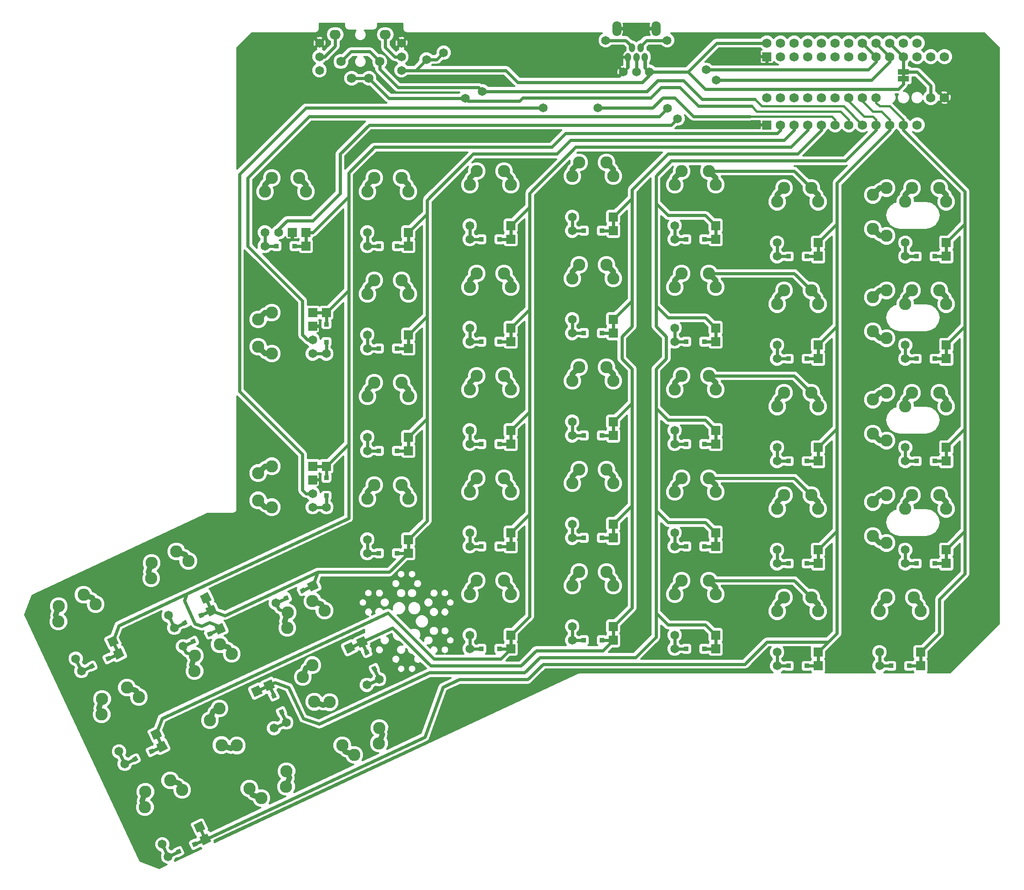
<source format=gtl>
G04 (created by PCBNEW (2013-01-02 BZR 3881)-testing) date Fri 08 Feb 2013 10:16:01 AM CET*
%MOIN*%
G04 Gerber Fmt 3.4, Leading zero omitted, Abs format*
%FSLAX34Y34*%
G01*
G70*
G90*
G04 APERTURE LIST*
%ADD10C,0.006*%
%ADD11C,0.024*%
%ADD12C,0.069*%
%ADD13R,0.069X0.069*%
%ADD14C,0.065*%
%ADD15R,0.065X0.065*%
%ADD16O,0.045X0.065*%
%ADD17O,0.067X0.11*%
%ADD18C,0.09*%
%ADD19C,0.067*%
%ADD20R,0.08X0.04*%
%ADD21O,0.081X0.069*%
%ADD22R,0.033X0.033*%
%ADD23C,0.0899*%
%ADD24C,0.0898*%
%ADD25C,0.016*%
%ADD26C,0.04*%
%ADD27C,0.0013*%
%ADD28C,0.012*%
G04 APERTURE END LIST*
G54D10*
G54D11*
X21000Y-57947D02*
X21766Y-57590D01*
X22953Y-57037D02*
X23719Y-56680D01*
X27797Y-54777D02*
X28563Y-54420D01*
X29750Y-53867D02*
X30516Y-53510D01*
X53240Y-15850D02*
X53540Y-15550D01*
X53540Y-15550D02*
X53540Y-14950D01*
X55140Y-15850D02*
X54840Y-15600D01*
X54840Y-15600D02*
X54840Y-14950D01*
X54190Y-14950D02*
X54190Y-15850D01*
X53840Y-13950D02*
X53390Y-13550D01*
X53390Y-13550D02*
X51940Y-13550D01*
X54540Y-13950D02*
X54940Y-13550D01*
X54940Y-13550D02*
X56440Y-13550D01*
X27000Y-28630D02*
X27845Y-28630D01*
X29155Y-28630D02*
X30000Y-28630D01*
X31500Y-36504D02*
X31500Y-35659D01*
X31500Y-34349D02*
X31500Y-33504D01*
X31500Y-47754D02*
X31500Y-46909D01*
X31500Y-45599D02*
X31500Y-44754D01*
X72000Y-59379D02*
X72845Y-59379D01*
X74155Y-59379D02*
X75000Y-59379D01*
X34500Y-36129D02*
X35345Y-36129D01*
X36655Y-36129D02*
X37500Y-36129D01*
X16738Y-66554D02*
X17504Y-66197D01*
X18691Y-65644D02*
X19457Y-65286D01*
X19908Y-73352D02*
X20674Y-72995D01*
X21861Y-72442D02*
X22627Y-72084D01*
X13569Y-59757D02*
X14335Y-59400D01*
X15522Y-58847D02*
X16288Y-58489D01*
X20366Y-56588D02*
X21132Y-56231D01*
X22319Y-55678D02*
X23085Y-55320D01*
X64500Y-29380D02*
X65345Y-29380D01*
X66655Y-29380D02*
X67500Y-29380D01*
X57000Y-28129D02*
X57845Y-28129D01*
X59155Y-28129D02*
X60000Y-28129D01*
X49500Y-27500D02*
X50345Y-27500D01*
X51655Y-27500D02*
X52500Y-27500D01*
X42000Y-28129D02*
X42845Y-28129D01*
X44155Y-28129D02*
X45000Y-28129D01*
X57000Y-58129D02*
X57845Y-58129D01*
X59155Y-58129D02*
X60000Y-58129D01*
X64500Y-36879D02*
X65345Y-36879D01*
X66655Y-36879D02*
X67500Y-36879D01*
X49500Y-35000D02*
X50345Y-35000D01*
X51655Y-35000D02*
X52500Y-35000D01*
X42000Y-35629D02*
X42845Y-35629D01*
X44155Y-35629D02*
X45000Y-35629D01*
X64500Y-44379D02*
X65345Y-44379D01*
X66655Y-44379D02*
X67500Y-44379D01*
X57000Y-43129D02*
X57845Y-43129D01*
X59155Y-43129D02*
X60000Y-43129D01*
X49500Y-42500D02*
X50345Y-42500D01*
X51655Y-42500D02*
X52500Y-42500D01*
X42000Y-43129D02*
X42845Y-43129D01*
X44155Y-43129D02*
X45000Y-43129D01*
X34500Y-43629D02*
X35345Y-43629D01*
X36655Y-43629D02*
X37500Y-43629D01*
X64500Y-51879D02*
X65345Y-51879D01*
X66655Y-51879D02*
X67500Y-51879D01*
X57000Y-50629D02*
X57845Y-50629D01*
X59155Y-50629D02*
X60000Y-50629D01*
X49500Y-50000D02*
X50345Y-50000D01*
X51655Y-50000D02*
X52500Y-50000D01*
X42000Y-50629D02*
X42845Y-50629D01*
X44155Y-50629D02*
X45000Y-50629D01*
X34500Y-51129D02*
X35345Y-51129D01*
X36655Y-51129D02*
X37500Y-51129D01*
X64500Y-59379D02*
X65345Y-59379D01*
X66655Y-59379D02*
X67500Y-59379D01*
X49500Y-57500D02*
X50345Y-57500D01*
X51655Y-57500D02*
X52500Y-57500D01*
X42000Y-58129D02*
X42845Y-58129D01*
X44155Y-58129D02*
X45000Y-58129D01*
X35361Y-60353D02*
X35004Y-59587D01*
X34451Y-58400D02*
X34093Y-57634D01*
X28564Y-63523D02*
X28207Y-62757D01*
X27654Y-61570D02*
X27296Y-60804D01*
X57000Y-35629D02*
X57845Y-35629D01*
X59155Y-35629D02*
X60000Y-35629D01*
X34500Y-28630D02*
X35345Y-28630D01*
X36655Y-28630D02*
X37500Y-28630D01*
X73875Y-29380D02*
X74720Y-29380D01*
X76030Y-29380D02*
X76875Y-29380D01*
X73875Y-36879D02*
X74720Y-36879D01*
X76030Y-36879D02*
X76875Y-36879D01*
X73875Y-44379D02*
X74720Y-44379D01*
X76030Y-44379D02*
X76875Y-44379D01*
X73875Y-51879D02*
X74720Y-51879D01*
X76030Y-51879D02*
X76875Y-51879D01*
G54D12*
X64750Y-14750D03*
X65750Y-14750D03*
X66750Y-14750D03*
X67750Y-14750D03*
X68750Y-14750D03*
X69750Y-14750D03*
X70750Y-14750D03*
X71750Y-14750D03*
X72750Y-14750D03*
X73750Y-14750D03*
X74750Y-14750D03*
X75750Y-14750D03*
X76750Y-14750D03*
G54D13*
X63750Y-14750D03*
G54D12*
X76750Y-17750D03*
X75750Y-17750D03*
X71750Y-17750D03*
X70750Y-17750D03*
X69750Y-17750D03*
X68750Y-17750D03*
X67750Y-17750D03*
X66750Y-17750D03*
X65750Y-17750D03*
X64750Y-17750D03*
X63750Y-17750D03*
G54D14*
X21000Y-57947D03*
G54D10*
G36*
X21686Y-57810D02*
X21547Y-57511D01*
X21846Y-57371D01*
X21985Y-57670D01*
X21686Y-57810D01*
X21686Y-57810D01*
G37*
G36*
X23562Y-57111D02*
X23287Y-56522D01*
X23876Y-56248D01*
X24151Y-56837D01*
X23562Y-57111D01*
X23562Y-57111D01*
G37*
G36*
X22873Y-57256D02*
X22734Y-56957D01*
X23033Y-56817D01*
X23172Y-57116D01*
X22873Y-57256D01*
X22873Y-57256D01*
G37*
G54D14*
X27797Y-54777D03*
G54D10*
G36*
X28483Y-54640D02*
X28344Y-54341D01*
X28643Y-54201D01*
X28782Y-54500D01*
X28483Y-54640D01*
X28483Y-54640D01*
G37*
G36*
X30359Y-53941D02*
X30084Y-53352D01*
X30673Y-53078D01*
X30948Y-53667D01*
X30359Y-53941D01*
X30359Y-53941D01*
G37*
G36*
X29670Y-54086D02*
X29531Y-53787D01*
X29830Y-53647D01*
X29969Y-53946D01*
X29670Y-54086D01*
X29670Y-54086D01*
G37*
G54D14*
X30500Y-46754D03*
G54D15*
X30500Y-45754D03*
G54D14*
X30500Y-35504D03*
G54D15*
X30500Y-34504D03*
G54D14*
X28000Y-27630D03*
G54D15*
X29000Y-27630D03*
G54D16*
X54820Y-14785D03*
X54505Y-14097D03*
X54190Y-14785D03*
X53875Y-14097D03*
X53560Y-14785D03*
G54D17*
X52754Y-12689D03*
X55626Y-12689D03*
G54D14*
X55140Y-15850D03*
X56440Y-13550D03*
X54190Y-15850D03*
X51940Y-13550D03*
X53240Y-15850D03*
G54D18*
X30486Y-54627D03*
X28642Y-56590D03*
G54D19*
X28612Y-57708D03*
X32237Y-56017D03*
G54D18*
X31361Y-55322D03*
X28673Y-55473D03*
X23689Y-57797D03*
X21845Y-59760D03*
G54D19*
X21815Y-60878D03*
X25440Y-59187D03*
G54D18*
X24564Y-58492D03*
X21876Y-58643D03*
X33533Y-65896D03*
X35377Y-63933D03*
G54D19*
X35407Y-62815D03*
X31782Y-64506D03*
G54D18*
X32658Y-65201D03*
X35346Y-65050D03*
X26735Y-69065D03*
X28579Y-67102D03*
G54D19*
X28609Y-65984D03*
X24984Y-67675D03*
G54D18*
X25860Y-68370D03*
X28548Y-68219D03*
G54D14*
X60039Y-16460D03*
X57210Y-19289D03*
X59289Y-15710D03*
X56460Y-18539D03*
X51375Y-18500D03*
X47375Y-18500D03*
X40085Y-14460D03*
X42914Y-17289D03*
X38835Y-14960D03*
X41664Y-17789D03*
X31000Y-15750D03*
X31000Y-14750D03*
X31000Y-13750D03*
X37000Y-15750D03*
X37000Y-14750D03*
X37000Y-13750D03*
G54D13*
X63750Y-19750D03*
G54D12*
X64750Y-19750D03*
X65750Y-19750D03*
X66750Y-19750D03*
X67750Y-19750D03*
X68750Y-19750D03*
X69750Y-19750D03*
X70750Y-19750D03*
X71750Y-19750D03*
X72750Y-19750D03*
X73750Y-19750D03*
X74750Y-19750D03*
X74750Y-13750D03*
X73750Y-13750D03*
X72750Y-13750D03*
X71750Y-13750D03*
X70750Y-13750D03*
X69750Y-13750D03*
X68750Y-13750D03*
X65750Y-13750D03*
X64750Y-13750D03*
X63750Y-13750D03*
X67750Y-13750D03*
X66750Y-13750D03*
G54D20*
X73750Y-15875D03*
X73750Y-16375D03*
G54D21*
X35810Y-13140D03*
G54D12*
X32560Y-15110D03*
X34610Y-16330D03*
G54D21*
X32150Y-13140D03*
G54D12*
X33350Y-16330D03*
X35400Y-15110D03*
G54D18*
X29500Y-23630D03*
X27000Y-24630D03*
G54D19*
X26500Y-25630D03*
X30500Y-25630D03*
G54D18*
X30000Y-24630D03*
X27500Y-23630D03*
G54D14*
X27000Y-27630D03*
G54D15*
X30000Y-27630D03*
G54D14*
X27000Y-28630D03*
G54D15*
X30000Y-28630D03*
G54D22*
X27845Y-28630D03*
X29155Y-28630D03*
G54D18*
X26500Y-34004D03*
X27500Y-36504D03*
G54D19*
X28500Y-37004D03*
X28500Y-33004D03*
G54D18*
X27500Y-33504D03*
X26500Y-36004D03*
G54D14*
X30500Y-36504D03*
G54D15*
X30500Y-33504D03*
G54D14*
X31500Y-36504D03*
G54D15*
X31500Y-33504D03*
G54D22*
X31500Y-35659D03*
X31500Y-34349D03*
G54D18*
X26500Y-45254D03*
X27500Y-47754D03*
G54D19*
X28500Y-48254D03*
X28500Y-44254D03*
G54D18*
X27500Y-44754D03*
X26500Y-47254D03*
G54D14*
X30500Y-47754D03*
G54D15*
X30500Y-44754D03*
G54D14*
X31500Y-47754D03*
G54D15*
X31500Y-44754D03*
G54D22*
X31500Y-46909D03*
X31500Y-45599D03*
G54D18*
X74500Y-54379D03*
X72000Y-55379D03*
G54D19*
X71500Y-56379D03*
X75500Y-56379D03*
G54D18*
X75000Y-55379D03*
X72500Y-54379D03*
G54D14*
X72000Y-58379D03*
G54D15*
X75000Y-58379D03*
G54D14*
X72000Y-59379D03*
G54D15*
X75000Y-59379D03*
G54D22*
X72845Y-59379D03*
X74155Y-59379D03*
G54D18*
X37000Y-31129D03*
X34500Y-32129D03*
G54D19*
X34000Y-33129D03*
X38000Y-33129D03*
G54D18*
X37500Y-32129D03*
X35000Y-31129D03*
G54D14*
X34500Y-35129D03*
G54D15*
X37500Y-35129D03*
G54D14*
X34500Y-36129D03*
G54D15*
X37500Y-36129D03*
G54D22*
X35345Y-36129D03*
X36655Y-36129D03*
G54D18*
X16891Y-60966D03*
X15047Y-62929D03*
G54D19*
X15017Y-64047D03*
X18642Y-62356D03*
G54D18*
X17766Y-61661D03*
X15078Y-61812D03*
G54D14*
X16315Y-65648D03*
G54D10*
G36*
X18877Y-64812D02*
X18602Y-64223D01*
X19191Y-63948D01*
X19466Y-64537D01*
X18877Y-64812D01*
X18877Y-64812D01*
G37*
G54D14*
X16738Y-66554D03*
G54D10*
G36*
X19300Y-65718D02*
X19025Y-65129D01*
X19614Y-64855D01*
X19889Y-65444D01*
X19300Y-65718D01*
X19300Y-65718D01*
G37*
G36*
X17424Y-66417D02*
X17284Y-66117D01*
X17584Y-65978D01*
X17723Y-66277D01*
X17424Y-66417D01*
X17424Y-66417D01*
G37*
G36*
X18611Y-65863D02*
X18472Y-65564D01*
X18771Y-65424D01*
X18910Y-65723D01*
X18611Y-65863D01*
X18611Y-65863D01*
G37*
G54D18*
X20061Y-67764D03*
X18217Y-69727D03*
G54D19*
X18187Y-70845D03*
X21812Y-69154D03*
G54D18*
X20936Y-68459D03*
X18248Y-68610D03*
G54D14*
X19485Y-72446D03*
G54D10*
G36*
X22047Y-71610D02*
X21772Y-71021D01*
X22361Y-70746D01*
X22636Y-71335D01*
X22047Y-71610D01*
X22047Y-71610D01*
G37*
G54D14*
X19908Y-73352D03*
G54D10*
G36*
X22470Y-72516D02*
X22195Y-71927D01*
X22784Y-71653D01*
X23059Y-72242D01*
X22470Y-72516D01*
X22470Y-72516D01*
G37*
G36*
X20594Y-73215D02*
X20454Y-72915D01*
X20754Y-72776D01*
X20893Y-73075D01*
X20594Y-73215D01*
X20594Y-73215D01*
G37*
G36*
X21781Y-72661D02*
X21642Y-72362D01*
X21941Y-72222D01*
X22080Y-72521D01*
X21781Y-72661D01*
X21781Y-72661D01*
G37*
G54D18*
X13722Y-54169D03*
X11878Y-56132D03*
G54D19*
X11848Y-57250D03*
X15473Y-55559D03*
G54D18*
X14597Y-54864D03*
X11909Y-55015D03*
G54D14*
X13146Y-58851D03*
G54D10*
G36*
X15708Y-58015D02*
X15433Y-57426D01*
X16022Y-57151D01*
X16297Y-57740D01*
X15708Y-58015D01*
X15708Y-58015D01*
G37*
G54D14*
X13569Y-59757D03*
G54D10*
G36*
X16131Y-58921D02*
X15856Y-58332D01*
X16445Y-58058D01*
X16720Y-58647D01*
X16131Y-58921D01*
X16131Y-58921D01*
G37*
G36*
X14255Y-59620D02*
X14115Y-59320D01*
X14415Y-59181D01*
X14554Y-59480D01*
X14255Y-59620D01*
X14255Y-59620D01*
G37*
G36*
X15442Y-59066D02*
X15303Y-58767D01*
X15602Y-58627D01*
X15741Y-58926D01*
X15442Y-59066D01*
X15442Y-59066D01*
G37*
G54D18*
X20519Y-51000D03*
X18675Y-52963D03*
G54D19*
X18645Y-54081D03*
X22270Y-52390D03*
G54D18*
X21394Y-51695D03*
X18706Y-51846D03*
G54D14*
X19943Y-55682D03*
G54D10*
G36*
X22505Y-54846D02*
X22230Y-54257D01*
X22819Y-53982D01*
X23094Y-54571D01*
X22505Y-54846D01*
X22505Y-54846D01*
G37*
G54D14*
X20366Y-56588D03*
G54D10*
G36*
X22928Y-55752D02*
X22653Y-55163D01*
X23242Y-54889D01*
X23517Y-55478D01*
X22928Y-55752D01*
X22928Y-55752D01*
G37*
G36*
X21052Y-56451D02*
X20912Y-56151D01*
X21212Y-56012D01*
X21351Y-56311D01*
X21052Y-56451D01*
X21052Y-56451D01*
G37*
G36*
X22239Y-55897D02*
X22100Y-55598D01*
X22399Y-55458D01*
X22538Y-55757D01*
X22239Y-55897D01*
X22239Y-55897D01*
G37*
G54D18*
X67000Y-24380D03*
X64500Y-25380D03*
G54D19*
X64000Y-26380D03*
X68000Y-26380D03*
G54D18*
X67500Y-25380D03*
X65000Y-24380D03*
G54D14*
X64500Y-28380D03*
G54D15*
X67500Y-28380D03*
G54D14*
X64500Y-29380D03*
G54D15*
X67500Y-29380D03*
G54D22*
X65345Y-29380D03*
X66655Y-29380D03*
G54D18*
X59500Y-23129D03*
X57000Y-24129D03*
G54D19*
X56500Y-25129D03*
X60500Y-25129D03*
G54D18*
X60000Y-24129D03*
X57500Y-23129D03*
G54D14*
X57000Y-27129D03*
G54D15*
X60000Y-27129D03*
G54D14*
X57000Y-28129D03*
G54D15*
X60000Y-28129D03*
G54D22*
X57845Y-28129D03*
X59155Y-28129D03*
G54D18*
X52000Y-22500D03*
X49500Y-23500D03*
G54D19*
X49000Y-24500D03*
X53000Y-24500D03*
G54D18*
X52500Y-23500D03*
X50000Y-22500D03*
G54D14*
X49500Y-26500D03*
G54D15*
X52500Y-26500D03*
G54D14*
X49500Y-27500D03*
G54D15*
X52500Y-27500D03*
G54D22*
X50345Y-27500D03*
X51655Y-27500D03*
G54D18*
X44500Y-23129D03*
X42000Y-24129D03*
G54D19*
X41500Y-25129D03*
X45500Y-25129D03*
G54D18*
X45000Y-24129D03*
X42500Y-23129D03*
G54D14*
X42000Y-27129D03*
G54D15*
X45000Y-27129D03*
G54D14*
X42000Y-28129D03*
G54D15*
X45000Y-28129D03*
G54D22*
X42845Y-28129D03*
X44155Y-28129D03*
G54D18*
X59500Y-53129D03*
X57000Y-54129D03*
G54D19*
X56500Y-55129D03*
X60500Y-55129D03*
G54D18*
X60000Y-54129D03*
X57500Y-53129D03*
G54D14*
X57000Y-57129D03*
G54D15*
X60000Y-57129D03*
G54D14*
X57000Y-58129D03*
G54D15*
X60000Y-58129D03*
G54D22*
X57845Y-58129D03*
X59155Y-58129D03*
G54D18*
X67000Y-31879D03*
X64500Y-32879D03*
G54D19*
X64000Y-33879D03*
X68000Y-33879D03*
G54D18*
X67500Y-32879D03*
X65000Y-31879D03*
G54D14*
X64500Y-35879D03*
G54D15*
X67500Y-35879D03*
G54D14*
X64500Y-36879D03*
G54D15*
X67500Y-36879D03*
G54D22*
X65345Y-36879D03*
X66655Y-36879D03*
G54D18*
X52000Y-30000D03*
X49500Y-31000D03*
G54D19*
X49000Y-32000D03*
X53000Y-32000D03*
G54D18*
X52500Y-31000D03*
X50000Y-30000D03*
G54D14*
X49500Y-34000D03*
G54D15*
X52500Y-34000D03*
G54D14*
X49500Y-35000D03*
G54D15*
X52500Y-35000D03*
G54D22*
X50345Y-35000D03*
X51655Y-35000D03*
G54D18*
X44500Y-30629D03*
X42000Y-31629D03*
G54D19*
X41500Y-32629D03*
X45500Y-32629D03*
G54D18*
X45000Y-31629D03*
X42500Y-30629D03*
G54D14*
X42000Y-34629D03*
G54D15*
X45000Y-34629D03*
G54D14*
X42000Y-35629D03*
G54D15*
X45000Y-35629D03*
G54D22*
X42845Y-35629D03*
X44155Y-35629D03*
G54D18*
X67000Y-39379D03*
X64500Y-40379D03*
G54D19*
X64000Y-41379D03*
X68000Y-41379D03*
G54D18*
X67500Y-40379D03*
X65000Y-39379D03*
G54D14*
X64500Y-43379D03*
G54D15*
X67500Y-43379D03*
G54D14*
X64500Y-44379D03*
G54D15*
X67500Y-44379D03*
G54D22*
X65345Y-44379D03*
X66655Y-44379D03*
G54D18*
X59500Y-38129D03*
X57000Y-39129D03*
G54D19*
X56500Y-40129D03*
X60500Y-40129D03*
G54D18*
X60000Y-39129D03*
X57500Y-38129D03*
G54D14*
X57000Y-42129D03*
G54D15*
X60000Y-42129D03*
G54D14*
X57000Y-43129D03*
G54D15*
X60000Y-43129D03*
G54D22*
X57845Y-43129D03*
X59155Y-43129D03*
G54D18*
X52000Y-37500D03*
X49500Y-38500D03*
G54D19*
X49000Y-39500D03*
X53000Y-39500D03*
G54D18*
X52500Y-38500D03*
X50000Y-37500D03*
G54D14*
X49500Y-41500D03*
G54D15*
X52500Y-41500D03*
G54D14*
X49500Y-42500D03*
G54D15*
X52500Y-42500D03*
G54D22*
X50345Y-42500D03*
X51655Y-42500D03*
G54D18*
X44500Y-38129D03*
X42000Y-39129D03*
G54D19*
X41500Y-40129D03*
X45500Y-40129D03*
G54D18*
X45000Y-39129D03*
X42500Y-38129D03*
G54D14*
X42000Y-42129D03*
G54D15*
X45000Y-42129D03*
G54D14*
X42000Y-43129D03*
G54D15*
X45000Y-43129D03*
G54D22*
X42845Y-43129D03*
X44155Y-43129D03*
G54D18*
X37000Y-38629D03*
X34500Y-39629D03*
G54D19*
X34000Y-40629D03*
X38000Y-40629D03*
G54D18*
X37500Y-39629D03*
X35000Y-38629D03*
G54D14*
X34500Y-42629D03*
G54D15*
X37500Y-42629D03*
G54D14*
X34500Y-43629D03*
G54D15*
X37500Y-43629D03*
G54D22*
X35345Y-43629D03*
X36655Y-43629D03*
G54D18*
X67000Y-46879D03*
X64500Y-47879D03*
G54D19*
X64000Y-48879D03*
X68000Y-48879D03*
G54D18*
X67500Y-47879D03*
X65000Y-46879D03*
G54D14*
X64500Y-50879D03*
G54D15*
X67500Y-50879D03*
G54D14*
X64500Y-51879D03*
G54D15*
X67500Y-51879D03*
G54D22*
X65345Y-51879D03*
X66655Y-51879D03*
G54D18*
X59500Y-45629D03*
X57000Y-46629D03*
G54D19*
X56500Y-47629D03*
X60500Y-47629D03*
G54D18*
X60000Y-46629D03*
X57500Y-45629D03*
G54D14*
X57000Y-49629D03*
G54D15*
X60000Y-49629D03*
G54D14*
X57000Y-50629D03*
G54D15*
X60000Y-50629D03*
G54D22*
X57845Y-50629D03*
X59155Y-50629D03*
G54D18*
X52000Y-45000D03*
X49500Y-46000D03*
G54D19*
X49000Y-47000D03*
X53000Y-47000D03*
G54D18*
X52500Y-46000D03*
X50000Y-45000D03*
G54D14*
X49500Y-49000D03*
G54D15*
X52500Y-49000D03*
G54D14*
X49500Y-50000D03*
G54D15*
X52500Y-50000D03*
G54D22*
X50345Y-50000D03*
X51655Y-50000D03*
G54D18*
X44500Y-45629D03*
X42000Y-46629D03*
G54D19*
X41500Y-47629D03*
X45500Y-47629D03*
G54D18*
X45000Y-46629D03*
X42500Y-45629D03*
G54D14*
X42000Y-49629D03*
G54D15*
X45000Y-49629D03*
G54D14*
X42000Y-50629D03*
G54D15*
X45000Y-50629D03*
G54D22*
X42845Y-50629D03*
X44155Y-50629D03*
G54D18*
X37000Y-46129D03*
X34500Y-47129D03*
G54D19*
X34000Y-48129D03*
X38000Y-48129D03*
G54D18*
X37500Y-47129D03*
X35000Y-46129D03*
G54D14*
X34500Y-50129D03*
G54D15*
X37500Y-50129D03*
G54D14*
X34500Y-51129D03*
G54D15*
X37500Y-51129D03*
G54D22*
X35345Y-51129D03*
X36655Y-51129D03*
G54D18*
X67000Y-54379D03*
X64500Y-55379D03*
G54D19*
X64000Y-56379D03*
X68000Y-56379D03*
G54D18*
X67500Y-55379D03*
X65000Y-54379D03*
G54D14*
X64500Y-58379D03*
G54D15*
X67500Y-58379D03*
G54D14*
X64500Y-59379D03*
G54D15*
X67500Y-59379D03*
G54D22*
X65345Y-59379D03*
X66655Y-59379D03*
G54D18*
X52000Y-52500D03*
X49500Y-53500D03*
G54D19*
X49000Y-54500D03*
X53000Y-54500D03*
G54D18*
X52500Y-53500D03*
X50000Y-52500D03*
G54D14*
X49500Y-56500D03*
G54D15*
X52500Y-56500D03*
G54D14*
X49500Y-57500D03*
G54D15*
X52500Y-57500D03*
G54D22*
X50345Y-57500D03*
X51655Y-57500D03*
G54D18*
X44500Y-53129D03*
X42000Y-54129D03*
G54D19*
X41500Y-55129D03*
X45500Y-55129D03*
G54D18*
X45000Y-54129D03*
X42500Y-53129D03*
G54D14*
X42000Y-57129D03*
G54D15*
X45000Y-57129D03*
G54D14*
X42000Y-58129D03*
G54D15*
X45000Y-58129D03*
G54D22*
X42845Y-58129D03*
X44155Y-58129D03*
G54D18*
X29773Y-60200D03*
X31736Y-62044D03*
G54D19*
X32854Y-62074D03*
X31163Y-58449D03*
G54D18*
X30468Y-59325D03*
X30619Y-62013D03*
G54D14*
X34455Y-60776D03*
G54D10*
G36*
X33619Y-58214D02*
X33030Y-58489D01*
X32755Y-57900D01*
X33344Y-57625D01*
X33619Y-58214D01*
X33619Y-58214D01*
G37*
G54D14*
X35361Y-60353D03*
G54D10*
G36*
X34525Y-57791D02*
X33936Y-58066D01*
X33662Y-57477D01*
X34251Y-57202D01*
X34525Y-57791D01*
X34525Y-57791D01*
G37*
G36*
X35224Y-59667D02*
X34924Y-59807D01*
X34785Y-59507D01*
X35084Y-59368D01*
X35224Y-59667D01*
X35224Y-59667D01*
G37*
G36*
X34670Y-58480D02*
X34371Y-58619D01*
X34231Y-58320D01*
X34530Y-58181D01*
X34670Y-58480D01*
X34670Y-58480D01*
G37*
G54D18*
X22976Y-63370D03*
X24939Y-65214D03*
G54D19*
X26057Y-65244D03*
X24366Y-61619D03*
G54D18*
X23671Y-62495D03*
X23822Y-65183D03*
G54D14*
X27658Y-63946D03*
G54D10*
G36*
X26822Y-61384D02*
X26233Y-61659D01*
X25958Y-61070D01*
X26547Y-60795D01*
X26822Y-61384D01*
X26822Y-61384D01*
G37*
G54D14*
X28564Y-63523D03*
G54D10*
G36*
X27728Y-60961D02*
X27139Y-61236D01*
X26865Y-60647D01*
X27454Y-60372D01*
X27728Y-60961D01*
X27728Y-60961D01*
G37*
G36*
X28427Y-62837D02*
X28127Y-62977D01*
X27988Y-62677D01*
X28287Y-62538D01*
X28427Y-62837D01*
X28427Y-62837D01*
G37*
G36*
X27873Y-61650D02*
X27574Y-61789D01*
X27434Y-61490D01*
X27733Y-61351D01*
X27873Y-61650D01*
X27873Y-61650D01*
G37*
G54D18*
X59500Y-30629D03*
X57000Y-31629D03*
G54D19*
X56500Y-32629D03*
X60500Y-32629D03*
G54D18*
X60000Y-31629D03*
X57500Y-30629D03*
G54D14*
X57000Y-34629D03*
G54D15*
X60000Y-34629D03*
G54D14*
X57000Y-35629D03*
G54D15*
X60000Y-35629D03*
G54D22*
X57845Y-35629D03*
X59155Y-35629D03*
G54D18*
X37000Y-23630D03*
X34500Y-24630D03*
G54D19*
X34000Y-25630D03*
X38000Y-25630D03*
G54D18*
X37500Y-24630D03*
X35000Y-23630D03*
G54D14*
X34500Y-27630D03*
G54D15*
X37500Y-27630D03*
G54D14*
X34500Y-28630D03*
G54D15*
X37500Y-28630D03*
G54D22*
X35345Y-28630D03*
X36655Y-28630D03*
G54D18*
X76375Y-24380D03*
X73875Y-25380D03*
G54D19*
X77375Y-26380D03*
G54D23*
X76875Y-25380D03*
G54D18*
X74375Y-24380D03*
G54D14*
X73875Y-28380D03*
G54D15*
X76875Y-28380D03*
G54D14*
X73875Y-29380D03*
G54D15*
X76875Y-29380D03*
G54D22*
X74720Y-29380D03*
X76030Y-29380D03*
G54D24*
X71500Y-24880D03*
X72500Y-24380D03*
X72500Y-27880D03*
X71500Y-27380D03*
G54D18*
X76375Y-31879D03*
X73875Y-32879D03*
G54D19*
X77375Y-33879D03*
G54D23*
X76875Y-32879D03*
G54D18*
X74375Y-31879D03*
G54D14*
X73875Y-35879D03*
G54D15*
X76875Y-35879D03*
G54D14*
X73875Y-36879D03*
G54D15*
X76875Y-36879D03*
G54D22*
X74720Y-36879D03*
X76030Y-36879D03*
G54D24*
X71500Y-32379D03*
X72500Y-31879D03*
X72500Y-35379D03*
X71500Y-34879D03*
G54D18*
X76375Y-39379D03*
X73875Y-40379D03*
G54D19*
X77375Y-41379D03*
G54D23*
X76875Y-40379D03*
G54D18*
X74375Y-39379D03*
G54D14*
X73875Y-43379D03*
G54D15*
X76875Y-43379D03*
G54D14*
X73875Y-44379D03*
G54D15*
X76875Y-44379D03*
G54D22*
X74720Y-44379D03*
X76030Y-44379D03*
G54D24*
X71500Y-39879D03*
X72500Y-39379D03*
X72500Y-42879D03*
X71500Y-42379D03*
G54D18*
X76375Y-46879D03*
X73875Y-47879D03*
G54D19*
X77375Y-48879D03*
G54D23*
X76875Y-47879D03*
G54D18*
X74375Y-46879D03*
G54D14*
X73875Y-50879D03*
G54D15*
X76875Y-50879D03*
G54D14*
X73875Y-51879D03*
G54D15*
X76875Y-51879D03*
G54D22*
X74720Y-51879D03*
X76030Y-51879D03*
G54D24*
X71500Y-47379D03*
X72500Y-46879D03*
X72500Y-50379D03*
X71500Y-49879D03*
G54D14*
X60500Y-14750D03*
X45875Y-20625D03*
X68625Y-21250D03*
X33500Y-21875D03*
X66000Y-58375D03*
X63250Y-59375D03*
G54D25*
X71750Y-17750D02*
X71750Y-18125D01*
G54D11*
X76875Y-50879D02*
X78250Y-49504D01*
X76875Y-35879D02*
X78250Y-34504D01*
X75000Y-58379D02*
X75000Y-59379D01*
X78250Y-52624D02*
X78250Y-49504D01*
G54D25*
X71750Y-18125D02*
X72000Y-18375D01*
X72750Y-18375D02*
X73750Y-19375D01*
G54D11*
X76875Y-43379D02*
X76875Y-44379D01*
X76375Y-57004D02*
X76375Y-54499D01*
X73750Y-20125D02*
X78250Y-24625D01*
X78250Y-24625D02*
X78250Y-27005D01*
X78250Y-49504D02*
X78250Y-42004D01*
X78250Y-34504D02*
X78250Y-27005D01*
X76375Y-54499D02*
X78250Y-52624D01*
X76875Y-28380D02*
X78250Y-27005D01*
X76875Y-35879D02*
X76875Y-36879D01*
G54D25*
X72000Y-18375D02*
X72750Y-18375D01*
G54D11*
X73750Y-19750D02*
X73750Y-20125D01*
X76875Y-43379D02*
X78250Y-42004D01*
G54D25*
X73750Y-19375D02*
X73750Y-19750D01*
G54D11*
X75000Y-58379D02*
X76375Y-57004D01*
X76875Y-50879D02*
X76875Y-51879D01*
X78250Y-42004D02*
X78250Y-34504D01*
X76875Y-28380D02*
X76875Y-29380D01*
X38714Y-64584D02*
X40044Y-60929D01*
X40044Y-60929D02*
X41232Y-60375D01*
X22627Y-72085D02*
X38714Y-64584D01*
X68875Y-57004D02*
X68875Y-49504D01*
X68875Y-49504D02*
X68875Y-42004D01*
X72750Y-19750D02*
X72750Y-20125D01*
X68252Y-57627D02*
X68875Y-57004D01*
X67500Y-35879D02*
X67500Y-36879D01*
G54D25*
X70750Y-18000D02*
X71500Y-18750D01*
X72125Y-18750D02*
X72750Y-19375D01*
G54D11*
X67500Y-50879D02*
X67500Y-51879D01*
X67500Y-28380D02*
X67500Y-29380D01*
X68875Y-24000D02*
X68875Y-27000D01*
X72750Y-20125D02*
X68875Y-24000D01*
X67500Y-43379D02*
X68875Y-42004D01*
X67500Y-58379D02*
X67500Y-59379D01*
X68875Y-42004D02*
X68875Y-34504D01*
X22205Y-71179D02*
X22627Y-72085D01*
G54D25*
X70750Y-17750D02*
X70750Y-18000D01*
G54D11*
X67500Y-28380D02*
X67500Y-28375D01*
X63748Y-57627D02*
X62125Y-59250D01*
X67500Y-35879D02*
X68875Y-34504D01*
X63748Y-57627D02*
X68252Y-57627D01*
X41232Y-60375D02*
X46250Y-60375D01*
X47375Y-59250D02*
X46250Y-60375D01*
X62125Y-59250D02*
X47375Y-59250D01*
G54D25*
X72750Y-19375D02*
X72750Y-19750D01*
G54D11*
X67500Y-28375D02*
X68875Y-27000D01*
X67500Y-50879D02*
X68875Y-49504D01*
G54D25*
X71500Y-18750D02*
X72125Y-18750D01*
G54D11*
X67500Y-58379D02*
X68252Y-57627D01*
X68875Y-27000D02*
X68875Y-34504D01*
X67500Y-43379D02*
X67500Y-44379D01*
X67750Y-20125D02*
X66000Y-21875D01*
X34095Y-57635D02*
X36339Y-56589D01*
X51750Y-58250D02*
X52500Y-57500D01*
X36339Y-56589D02*
X39125Y-59375D01*
X52500Y-26500D02*
X53875Y-25125D01*
X53875Y-25125D02*
X53875Y-24500D01*
X53125Y-36875D02*
X53125Y-35250D01*
X66000Y-21875D02*
X56500Y-21875D01*
X52500Y-41500D02*
X52500Y-42500D01*
X52500Y-49000D02*
X53875Y-47625D01*
X52500Y-41500D02*
X53875Y-40125D01*
X53875Y-55125D02*
X53875Y-47625D01*
X67750Y-19750D02*
X67750Y-20125D01*
X52500Y-56500D02*
X52500Y-57500D01*
X33188Y-58057D02*
X34095Y-57635D01*
X51750Y-58250D02*
X46875Y-58250D01*
X53875Y-34500D02*
X53875Y-32625D01*
X52500Y-56500D02*
X53875Y-55125D01*
X52500Y-49000D02*
X52500Y-50000D01*
X45750Y-59375D02*
X39125Y-59375D01*
X52500Y-34000D02*
X53875Y-32625D01*
X46875Y-58250D02*
X45750Y-59375D01*
X53125Y-35250D02*
X53875Y-34500D01*
X53875Y-37625D02*
X53125Y-36875D01*
X52500Y-26500D02*
X52500Y-27500D01*
X52500Y-34000D02*
X52500Y-35000D01*
X53875Y-32625D02*
X53875Y-25125D01*
X53875Y-24500D02*
X56500Y-21875D01*
X53875Y-47625D02*
X53875Y-40125D01*
X53875Y-40125D02*
X53875Y-37625D01*
X56500Y-41375D02*
X55625Y-40500D01*
X56500Y-56375D02*
X55625Y-55500D01*
X60000Y-57129D02*
X59246Y-56375D01*
X59246Y-56375D02*
X56500Y-56375D01*
X56375Y-36875D02*
X56375Y-35250D01*
X71750Y-20125D02*
X69500Y-22375D01*
X60000Y-42129D02*
X59246Y-41375D01*
X60000Y-42129D02*
X60000Y-43129D01*
X69500Y-22375D02*
X56750Y-22375D01*
G54D25*
X69750Y-18000D02*
X70875Y-19125D01*
X71500Y-19125D02*
X71750Y-19375D01*
G54D11*
X55625Y-34500D02*
X55625Y-33000D01*
X56500Y-26375D02*
X55625Y-25500D01*
X60000Y-49629D02*
X59246Y-48875D01*
X55625Y-23500D02*
X55625Y-25500D01*
X56750Y-22375D02*
X55625Y-23500D01*
G54D25*
X70875Y-19125D02*
X71500Y-19125D01*
G54D11*
X60000Y-27129D02*
X60000Y-28129D01*
X60000Y-27129D02*
X59246Y-26375D01*
X55625Y-37625D02*
X56375Y-36875D01*
X59246Y-33875D02*
X56500Y-33875D01*
X55625Y-55500D02*
X55625Y-48000D01*
X59246Y-48875D02*
X56500Y-48875D01*
X59246Y-41375D02*
X56500Y-41375D01*
X56500Y-33875D02*
X55625Y-33000D01*
X60000Y-57129D02*
X60000Y-58129D01*
X56500Y-48875D02*
X55625Y-48000D01*
X60000Y-34629D02*
X60000Y-35629D01*
X71750Y-19750D02*
X71750Y-20125D01*
G54D25*
X71750Y-19375D02*
X71750Y-19750D01*
G54D11*
X39052Y-59875D02*
X46000Y-59875D01*
X55625Y-40500D02*
X55625Y-37625D01*
X47125Y-58750D02*
X46000Y-59875D01*
X55625Y-57250D02*
X55625Y-55500D01*
X60000Y-49629D02*
X60000Y-50629D01*
X55625Y-57250D02*
X54125Y-58750D01*
X54125Y-58750D02*
X47125Y-58750D01*
X56375Y-35250D02*
X55625Y-34500D01*
X55625Y-33000D02*
X55625Y-25500D01*
X60000Y-34629D02*
X59246Y-33875D01*
G54D25*
X69750Y-17750D02*
X69750Y-18000D01*
G54D11*
X59246Y-26375D02*
X56500Y-26375D01*
X55625Y-48000D02*
X55625Y-40500D01*
X27751Y-60593D02*
X28747Y-60956D01*
X27297Y-60804D02*
X27751Y-60593D01*
X29804Y-63222D02*
X30967Y-63645D01*
X28747Y-60956D02*
X29804Y-63222D01*
X30967Y-63645D02*
X39052Y-59875D01*
X26391Y-61227D02*
X27297Y-60804D01*
X65500Y-21375D02*
X49750Y-21375D01*
X45000Y-34629D02*
X46375Y-33254D01*
X45000Y-57129D02*
X46375Y-55754D01*
X46375Y-33254D02*
X46375Y-25754D01*
X45000Y-42129D02*
X46375Y-40754D01*
X45000Y-34629D02*
X45000Y-35629D01*
X45000Y-42129D02*
X45000Y-43129D01*
X66750Y-20125D02*
X65500Y-21375D01*
X66750Y-19750D02*
X66750Y-20125D01*
X46375Y-55754D02*
X46375Y-48254D01*
X45000Y-27129D02*
X45000Y-28129D01*
X19035Y-64381D02*
X19458Y-65288D01*
X45000Y-49629D02*
X46375Y-48254D01*
X46375Y-48254D02*
X46375Y-40754D01*
X19035Y-64381D02*
X19458Y-63219D01*
X45000Y-58129D02*
X44254Y-58875D01*
X45000Y-57129D02*
X45000Y-58129D01*
X46375Y-40754D02*
X46375Y-33254D01*
X45000Y-49629D02*
X45000Y-50629D01*
X49750Y-21375D02*
X46375Y-24750D01*
X19458Y-63219D02*
X36004Y-55504D01*
X45000Y-27129D02*
X46375Y-25754D01*
X46375Y-24750D02*
X46375Y-25754D01*
X44254Y-58875D02*
X39375Y-58875D01*
X39375Y-58875D02*
X36004Y-55504D01*
X37500Y-27630D02*
X38875Y-26255D01*
X65750Y-19750D02*
X65750Y-20125D01*
X37500Y-35129D02*
X37500Y-35125D01*
X23085Y-55321D02*
X24082Y-55684D01*
X36115Y-52514D02*
X30879Y-52514D01*
X48375Y-21875D02*
X42250Y-21875D01*
X37500Y-35129D02*
X37500Y-36129D01*
X65000Y-20875D02*
X49375Y-20875D01*
X38875Y-25250D02*
X38875Y-26255D01*
X38875Y-41254D02*
X38875Y-41250D01*
X42250Y-21875D02*
X38875Y-25250D01*
X37500Y-42629D02*
X38875Y-41254D01*
X38875Y-41250D02*
X38875Y-33750D01*
X30517Y-53511D02*
X30879Y-52514D01*
X49375Y-20875D02*
X48375Y-21875D01*
X38875Y-48754D02*
X37500Y-50129D01*
X22663Y-54414D02*
X23085Y-55321D01*
X24082Y-55684D02*
X30879Y-52514D01*
X65750Y-20125D02*
X65000Y-20875D01*
X37500Y-27630D02*
X37500Y-28630D01*
X37500Y-51129D02*
X36115Y-52514D01*
X38875Y-33750D02*
X38875Y-26255D01*
X38875Y-41254D02*
X38875Y-48754D01*
X37500Y-35125D02*
X38875Y-33750D01*
X37500Y-42629D02*
X37500Y-43629D01*
X37500Y-50129D02*
X37500Y-51129D01*
X64750Y-19750D02*
X64750Y-20125D01*
X21273Y-54097D02*
X33125Y-48570D01*
X21884Y-56295D02*
X21092Y-54595D01*
X23719Y-56680D02*
X23614Y-56454D01*
X16289Y-56421D02*
X21273Y-54097D01*
X64750Y-20125D02*
X64500Y-20375D01*
X31500Y-44754D02*
X33125Y-43129D01*
X30000Y-27630D02*
X30495Y-27630D01*
X22383Y-56476D02*
X21884Y-56295D01*
X64500Y-20375D02*
X49000Y-20375D01*
X15865Y-57584D02*
X16288Y-58490D01*
X22949Y-56212D02*
X22383Y-56476D01*
X49000Y-20375D02*
X48000Y-21375D01*
X23614Y-56454D02*
X22949Y-56212D01*
X30500Y-44754D02*
X31500Y-44754D01*
X33125Y-31879D02*
X33125Y-25000D01*
X30000Y-27630D02*
X30000Y-28630D01*
X21092Y-54595D02*
X21273Y-54097D01*
X16289Y-56421D02*
X15865Y-57584D01*
X33125Y-43125D02*
X33125Y-31879D01*
X33125Y-43129D02*
X33125Y-43125D01*
X33125Y-43125D02*
X33125Y-48570D01*
X31500Y-33504D02*
X33125Y-31879D01*
X30500Y-33504D02*
X31500Y-33504D01*
X30495Y-27630D02*
X33125Y-25000D01*
X33125Y-23250D02*
X33125Y-25000D01*
X48000Y-21375D02*
X35000Y-21375D01*
X35000Y-21375D02*
X33125Y-23250D01*
X72750Y-15125D02*
X71414Y-16461D01*
X71414Y-16461D02*
X60039Y-16461D01*
X71750Y-13750D02*
X72750Y-14750D01*
X72750Y-14750D02*
X72750Y-15125D01*
X71164Y-15711D02*
X59289Y-15711D01*
X70750Y-13750D02*
X71750Y-14750D01*
X71750Y-14750D02*
X71750Y-15125D01*
X71750Y-15125D02*
X71164Y-15711D01*
G54D25*
X68500Y-19125D02*
X62500Y-19125D01*
G54D11*
X57000Y-17750D02*
X58375Y-19125D01*
X58375Y-19125D02*
X62500Y-19125D01*
G54D25*
X68750Y-19375D02*
X68750Y-19750D01*
G54D11*
X56124Y-17750D02*
X57000Y-17750D01*
G54D25*
X68750Y-19375D02*
X68500Y-19125D01*
G54D11*
X55374Y-18500D02*
X56124Y-17750D01*
X51375Y-18500D02*
X55374Y-18500D01*
G54D26*
X13722Y-54170D02*
X14386Y-54412D01*
X30016Y-59537D02*
X30470Y-59325D01*
X33534Y-65896D02*
X32869Y-65654D01*
X17556Y-61209D02*
X17767Y-61662D01*
X21184Y-51242D02*
X21395Y-51696D01*
X20061Y-67765D02*
X20726Y-68007D01*
X29775Y-60201D02*
X30016Y-59537D01*
X23219Y-62706D02*
X23672Y-62495D01*
X32869Y-65654D02*
X32658Y-65201D01*
X26072Y-68824D02*
X25860Y-68371D01*
X20726Y-68007D02*
X20937Y-68460D01*
X22977Y-63371D02*
X23219Y-62706D01*
X26736Y-69066D02*
X26072Y-68824D01*
X14386Y-54412D02*
X14598Y-54865D01*
X20519Y-51001D02*
X21184Y-51242D01*
X16891Y-60967D02*
X17556Y-61209D01*
X52000Y-52500D02*
X52500Y-53000D01*
X75000Y-54879D02*
X75000Y-55379D01*
X67000Y-54379D02*
X67500Y-54879D01*
X74500Y-54379D02*
X75000Y-54879D01*
G54D11*
X65750Y-53129D02*
X67000Y-54379D01*
G54D26*
X45000Y-53629D02*
X45000Y-54129D01*
X52500Y-53000D02*
X52500Y-53500D01*
X44500Y-53129D02*
X45000Y-53629D01*
X59500Y-53129D02*
X60000Y-53629D01*
G54D11*
X59500Y-53129D02*
X65750Y-53129D01*
G54D26*
X30486Y-54628D02*
X31151Y-54870D01*
X60000Y-53629D02*
X60000Y-54129D01*
X23689Y-57798D02*
X24353Y-58040D01*
X67500Y-54879D02*
X67500Y-55379D01*
X31151Y-54870D02*
X31362Y-55323D01*
X24353Y-58040D02*
X24565Y-58493D01*
X37000Y-46129D02*
X37500Y-46629D01*
X76375Y-46879D02*
X76875Y-47379D01*
X45000Y-46129D02*
X45000Y-46629D01*
G54D11*
X59500Y-45629D02*
X65750Y-45629D01*
G54D26*
X37500Y-46629D02*
X37500Y-47129D01*
X52000Y-45000D02*
X52500Y-45500D01*
X67000Y-46879D02*
X67500Y-47379D01*
X67500Y-47379D02*
X67500Y-47879D01*
X59500Y-45629D02*
X60000Y-46129D01*
X44500Y-45629D02*
X45000Y-46129D01*
X26500Y-45254D02*
X27000Y-44754D01*
X52500Y-45500D02*
X52500Y-46000D01*
X27000Y-44754D02*
X27500Y-44754D01*
G54D11*
X65750Y-45629D02*
X67000Y-46879D01*
G54D26*
X72000Y-46879D02*
X72500Y-46879D01*
X60000Y-46129D02*
X60000Y-46629D01*
X76875Y-47379D02*
X76875Y-47879D01*
X71500Y-47379D02*
X72000Y-46879D01*
X67500Y-39879D02*
X67500Y-40379D01*
X52000Y-37500D02*
X52500Y-38000D01*
X45000Y-38629D02*
X45000Y-39129D01*
X76875Y-39879D02*
X76875Y-40379D01*
X67000Y-39379D02*
X67500Y-39879D01*
X71500Y-39879D02*
X72000Y-39379D01*
G54D11*
X59500Y-38129D02*
X65750Y-38129D01*
G54D26*
X37000Y-38629D02*
X37500Y-39129D01*
X72000Y-39379D02*
X72500Y-39379D01*
X60000Y-38629D02*
X60000Y-39129D01*
X59500Y-38129D02*
X60000Y-38629D01*
G54D11*
X65750Y-38129D02*
X67000Y-39379D01*
G54D26*
X76375Y-39379D02*
X76875Y-39879D01*
X44500Y-38129D02*
X45000Y-38629D01*
X37500Y-39129D02*
X37500Y-39629D01*
X52500Y-38000D02*
X52500Y-38500D01*
G54D11*
X59500Y-30629D02*
X65750Y-30629D01*
G54D26*
X72000Y-31879D02*
X72500Y-31879D01*
G54D11*
X65750Y-30629D02*
X67000Y-31879D01*
G54D26*
X45000Y-31129D02*
X45000Y-31629D01*
X37000Y-31129D02*
X37500Y-31629D01*
X67000Y-31879D02*
X67500Y-32379D01*
X67500Y-32379D02*
X67500Y-32879D01*
X26500Y-34004D02*
X27000Y-33504D01*
X76875Y-32379D02*
X76875Y-32879D01*
X59500Y-30629D02*
X60000Y-31129D01*
X37500Y-31629D02*
X37500Y-32129D01*
X27000Y-33504D02*
X27500Y-33504D01*
X52500Y-30500D02*
X52500Y-31000D01*
X60000Y-31129D02*
X60000Y-31629D01*
X52000Y-30000D02*
X52500Y-30500D01*
X71500Y-32379D02*
X72000Y-31879D01*
X76375Y-31879D02*
X76875Y-32379D01*
X44500Y-30629D02*
X45000Y-31129D01*
G54D11*
X65749Y-23129D02*
X67000Y-24380D01*
X59500Y-23129D02*
X65749Y-23129D01*
G54D26*
X72000Y-24380D02*
X72500Y-24380D01*
X52500Y-23000D02*
X52500Y-23500D01*
X30000Y-24130D02*
X30000Y-24630D01*
X71500Y-24880D02*
X72000Y-24380D01*
X37000Y-23630D02*
X37500Y-24130D01*
X59500Y-23129D02*
X60000Y-23629D01*
X67500Y-24880D02*
X67500Y-25380D01*
X37500Y-24130D02*
X37500Y-24630D01*
X45000Y-23629D02*
X45000Y-24129D01*
X60000Y-23629D02*
X60000Y-24129D01*
X29500Y-23630D02*
X30000Y-24130D01*
X44500Y-23129D02*
X45000Y-23629D01*
X76875Y-24880D02*
X76875Y-25380D01*
X67000Y-24380D02*
X67500Y-24880D01*
X76375Y-24380D02*
X76875Y-24880D01*
X52000Y-22500D02*
X52500Y-23000D01*
G54D11*
X41664Y-17789D02*
X41875Y-18000D01*
X34610Y-16330D02*
X33350Y-16330D01*
G54D25*
X62625Y-18375D02*
X63000Y-18750D01*
G54D11*
X41664Y-17789D02*
X36069Y-17789D01*
X55250Y-17750D02*
X56000Y-17000D01*
X58750Y-18375D02*
X62625Y-18375D01*
X41875Y-18000D02*
X45625Y-18000D01*
G54D25*
X69750Y-19375D02*
X69750Y-19750D01*
G54D11*
X45875Y-17750D02*
X55250Y-17750D01*
G54D25*
X69750Y-19375D02*
X69125Y-18750D01*
G54D11*
X36069Y-17789D02*
X34610Y-16330D01*
X56000Y-17000D02*
X57375Y-17000D01*
X57375Y-17000D02*
X58750Y-18375D01*
G54D25*
X69125Y-18750D02*
X63000Y-18750D01*
G54D11*
X45625Y-18000D02*
X45875Y-17750D01*
X42625Y-17000D02*
X36750Y-17000D01*
G54D25*
X69375Y-18375D02*
X70750Y-19750D01*
G54D11*
X42914Y-17289D02*
X42625Y-17000D01*
X36750Y-17000D02*
X35400Y-15650D01*
X59000Y-17875D02*
X62875Y-17875D01*
X57625Y-16500D02*
X59000Y-17875D01*
X35400Y-15650D02*
X35400Y-15110D01*
X33295Y-14375D02*
X32560Y-15110D01*
X42914Y-17289D02*
X54961Y-17289D01*
X35400Y-15110D02*
X34665Y-14375D01*
X54961Y-17289D02*
X55750Y-16500D01*
G54D25*
X62875Y-17875D02*
X63375Y-18375D01*
G54D11*
X34665Y-14375D02*
X33295Y-14375D01*
X55750Y-16500D02*
X57625Y-16500D01*
G54D25*
X69375Y-18375D02*
X63375Y-18375D01*
G54D27*
X63750Y-14750D02*
X60500Y-14750D01*
G54D11*
X52965Y-16125D02*
X52750Y-16125D01*
X53560Y-15530D02*
X53240Y-15850D01*
X53240Y-15850D02*
X52965Y-16125D01*
G54D27*
X34750Y-20625D02*
X45875Y-20625D01*
G54D11*
X53560Y-14677D02*
X53560Y-15530D01*
X53240Y-15850D02*
X52765Y-15375D01*
X53487Y-14750D02*
X53050Y-14750D01*
G54D27*
X33500Y-21875D02*
X34750Y-20625D01*
G54D11*
X52765Y-15375D02*
X52750Y-15375D01*
X53560Y-14677D02*
X53487Y-14750D01*
X32150Y-13140D02*
X32150Y-13975D01*
X31375Y-14750D02*
X31000Y-14750D01*
X32150Y-13975D02*
X31375Y-14750D01*
X36500Y-14750D02*
X37000Y-14750D01*
X35810Y-14060D02*
X36500Y-14750D01*
X35810Y-13140D02*
X35810Y-14060D01*
G54D26*
X65000Y-24380D02*
X64500Y-24880D01*
X64500Y-24880D02*
X64500Y-25380D01*
G54D11*
X64500Y-28380D02*
X64500Y-29380D01*
X34500Y-27630D02*
X34500Y-28630D01*
G54D26*
X34500Y-24130D02*
X34500Y-24630D01*
X35000Y-23630D02*
X34500Y-24130D01*
G54D11*
X27000Y-27630D02*
X27000Y-28630D01*
G54D26*
X27500Y-23630D02*
X27000Y-24130D01*
X27000Y-24130D02*
X27000Y-24630D01*
G54D11*
X28009Y-55232D02*
X27798Y-54778D01*
X28673Y-55473D02*
X28009Y-55232D01*
G54D26*
X28673Y-55473D02*
X28432Y-56138D01*
X28432Y-56138D02*
X28643Y-56591D01*
G54D11*
X42000Y-27129D02*
X42000Y-28129D01*
G54D26*
X42500Y-23129D02*
X42000Y-23629D01*
X42000Y-23629D02*
X42000Y-24129D01*
X50000Y-22500D02*
X49500Y-23000D01*
X49500Y-23000D02*
X49500Y-23500D01*
G54D11*
X49500Y-26500D02*
X49500Y-27500D01*
G54D26*
X57500Y-23129D02*
X57000Y-23629D01*
X57000Y-23629D02*
X57000Y-24129D01*
G54D11*
X57000Y-27129D02*
X57000Y-28129D01*
X42000Y-57129D02*
X42000Y-58129D01*
G54D26*
X42000Y-53629D02*
X42000Y-54129D01*
X42500Y-53129D02*
X42000Y-53629D01*
X31284Y-62255D02*
X31737Y-62044D01*
X35588Y-64386D02*
X35377Y-63933D01*
X35346Y-65051D02*
X35588Y-64386D01*
G54D11*
X34456Y-60776D02*
X35363Y-60354D01*
G54D26*
X30620Y-62014D02*
X31284Y-62255D01*
X21634Y-59308D02*
X21846Y-59761D01*
X21876Y-58643D02*
X21634Y-59308D01*
G54D11*
X21876Y-58643D02*
X21212Y-58401D01*
X21212Y-58401D02*
X21000Y-57948D01*
G54D26*
X49500Y-45500D02*
X49500Y-46000D01*
G54D11*
X49500Y-49000D02*
X49500Y-50000D01*
G54D26*
X50000Y-45000D02*
X49500Y-45500D01*
X42500Y-38129D02*
X42000Y-38629D01*
X42000Y-38629D02*
X42000Y-39129D01*
G54D11*
X42000Y-42129D02*
X42000Y-43129D01*
X34500Y-42629D02*
X34500Y-43629D01*
G54D26*
X34500Y-39129D02*
X34500Y-39629D01*
X35000Y-38629D02*
X34500Y-39129D01*
X27000Y-47754D02*
X27500Y-47754D01*
G54D11*
X30500Y-47754D02*
X31500Y-47754D01*
G54D26*
X26500Y-47254D02*
X27000Y-47754D01*
X35000Y-46129D02*
X34500Y-46629D01*
X34500Y-46629D02*
X34500Y-47129D01*
G54D11*
X34500Y-50129D02*
X34500Y-51129D01*
G54D26*
X42000Y-46129D02*
X42000Y-46629D01*
X42500Y-45629D02*
X42000Y-46129D01*
G54D11*
X42000Y-49629D02*
X42000Y-50629D01*
G54D26*
X57000Y-46129D02*
X57000Y-46629D01*
G54D11*
X57000Y-49629D02*
X57000Y-50629D01*
G54D26*
X57500Y-45629D02*
X57000Y-46129D01*
X57500Y-53129D02*
X57000Y-53629D01*
X57000Y-53629D02*
X57000Y-54129D01*
G54D11*
X57000Y-57129D02*
X57000Y-58129D01*
X49500Y-56500D02*
X49500Y-57500D01*
G54D26*
X49500Y-53000D02*
X49500Y-53500D01*
X50000Y-52500D02*
X49500Y-53000D01*
G54D11*
X64500Y-50879D02*
X64500Y-51879D01*
G54D26*
X64500Y-47379D02*
X64500Y-47879D01*
X65000Y-46879D02*
X64500Y-47379D01*
X71500Y-27380D02*
X72000Y-27880D01*
X74375Y-24380D02*
X73875Y-24880D01*
X73875Y-24880D02*
X73875Y-25380D01*
G54D11*
X73875Y-28380D02*
X73875Y-29380D01*
G54D26*
X72000Y-27880D02*
X72500Y-27880D01*
G54D11*
X42000Y-34629D02*
X42000Y-35629D01*
G54D26*
X42500Y-30629D02*
X42000Y-31129D01*
X42000Y-31129D02*
X42000Y-31629D01*
G54D11*
X57000Y-34629D02*
X57000Y-35629D01*
G54D26*
X57000Y-31129D02*
X57000Y-31629D01*
X57500Y-30629D02*
X57000Y-31129D01*
X64500Y-32379D02*
X64500Y-32879D01*
G54D11*
X64500Y-35879D02*
X64500Y-36879D01*
G54D26*
X65000Y-31879D02*
X64500Y-32379D01*
X71500Y-49879D02*
X72000Y-50379D01*
X73875Y-47379D02*
X73875Y-47879D01*
G54D11*
X73875Y-50879D02*
X73875Y-51879D01*
G54D26*
X74375Y-46879D02*
X73875Y-47379D01*
X72000Y-50379D02*
X72500Y-50379D01*
G54D11*
X73875Y-35879D02*
X73875Y-36879D01*
G54D26*
X74375Y-31879D02*
X73875Y-32379D01*
X73875Y-32379D02*
X73875Y-32879D01*
X72000Y-35379D02*
X72500Y-35379D01*
X71500Y-34879D02*
X72000Y-35379D01*
X72000Y-42879D02*
X72500Y-42879D01*
G54D11*
X73875Y-43379D02*
X73875Y-44379D01*
G54D26*
X74375Y-39379D02*
X73875Y-39879D01*
X71500Y-42379D02*
X72000Y-42879D01*
X73875Y-39879D02*
X73875Y-40379D01*
X65000Y-39379D02*
X64500Y-39879D01*
G54D11*
X64500Y-43379D02*
X64500Y-44379D01*
G54D26*
X64500Y-39879D02*
X64500Y-40379D01*
X57500Y-38129D02*
X57000Y-38629D01*
X57000Y-38629D02*
X57000Y-39129D01*
G54D11*
X57000Y-42129D02*
X57000Y-43129D01*
X49500Y-41500D02*
X49500Y-42500D01*
G54D26*
X50000Y-37500D02*
X49500Y-38000D01*
X49500Y-38000D02*
X49500Y-38500D01*
X18706Y-51846D02*
X18465Y-52510D01*
X18465Y-52510D02*
X18676Y-52963D01*
G54D11*
X19944Y-55682D02*
X20366Y-56589D01*
G54D26*
X72500Y-54379D02*
X72000Y-54879D01*
G54D11*
X72000Y-58379D02*
X72000Y-59379D01*
G54D26*
X72000Y-54879D02*
X72000Y-55379D01*
X64500Y-54879D02*
X64500Y-55379D01*
G54D11*
X64500Y-58379D02*
X64500Y-59379D01*
G54D26*
X65000Y-54379D02*
X64500Y-54879D01*
X18007Y-69274D02*
X18218Y-69728D01*
G54D11*
X19486Y-72447D02*
X19908Y-73353D01*
G54D26*
X18248Y-68610D02*
X18007Y-69274D01*
G54D11*
X16316Y-65649D02*
X16739Y-66556D01*
G54D26*
X14837Y-62477D02*
X15048Y-62930D01*
X15079Y-61813D02*
X14837Y-62477D01*
X11667Y-55680D02*
X11879Y-56133D01*
X11909Y-55015D02*
X11667Y-55680D01*
G54D11*
X13147Y-58852D02*
X13569Y-59758D01*
G54D26*
X27000Y-36504D02*
X27500Y-36504D01*
G54D11*
X30500Y-36504D02*
X31500Y-36504D01*
G54D26*
X26500Y-36004D02*
X27000Y-36504D01*
G54D11*
X34500Y-35129D02*
X34500Y-36129D01*
G54D26*
X34500Y-31629D02*
X34500Y-32129D01*
X35000Y-31129D02*
X34500Y-31629D01*
X49500Y-30500D02*
X49500Y-31000D01*
X50000Y-30000D02*
X49500Y-30500D01*
G54D11*
X49500Y-34000D02*
X49500Y-35000D01*
X25125Y-23375D02*
X25125Y-39250D01*
X30000Y-18500D02*
X25125Y-23375D01*
X25125Y-39250D02*
X29750Y-43875D01*
X47375Y-18500D02*
X30000Y-18500D01*
X29750Y-46500D02*
X30004Y-46754D01*
X29750Y-43875D02*
X29750Y-46500D01*
X30004Y-46754D02*
X30500Y-46754D01*
X29750Y-32625D02*
X25750Y-28625D01*
X30250Y-19125D02*
X55875Y-19125D01*
X25750Y-28625D02*
X25750Y-23625D01*
X25750Y-23625D02*
X30250Y-19125D01*
X56461Y-18539D02*
X55875Y-19125D01*
X29750Y-35125D02*
X29750Y-32625D01*
X30129Y-35504D02*
X29750Y-35125D01*
X30500Y-35504D02*
X30129Y-35504D01*
X28000Y-27375D02*
X28625Y-26750D01*
X32500Y-21875D02*
X34625Y-19750D01*
X28625Y-26750D02*
X30500Y-26750D01*
X56750Y-19750D02*
X34625Y-19750D01*
X28000Y-27630D02*
X28000Y-27375D01*
X57211Y-19289D02*
X56750Y-19750D01*
X30500Y-26750D02*
X32500Y-24750D01*
X32500Y-24750D02*
X32500Y-21875D01*
G54D26*
X28549Y-68220D02*
X28791Y-67556D01*
X28791Y-67556D02*
X28579Y-67103D01*
X23822Y-65183D02*
X24487Y-65425D01*
X24487Y-65425D02*
X24940Y-65214D01*
G54D11*
X27659Y-63946D02*
X28565Y-63523D01*
X63750Y-13750D02*
X60075Y-13750D01*
X60075Y-13750D02*
X57975Y-15850D01*
X55140Y-15850D02*
X55140Y-16110D01*
X55140Y-16110D02*
X54625Y-16625D01*
X38000Y-15750D02*
X44625Y-15750D01*
X37000Y-15750D02*
X38000Y-15750D01*
X73750Y-16375D02*
X73750Y-15875D01*
X54820Y-14677D02*
X54820Y-15530D01*
X44625Y-15750D02*
X45500Y-16625D01*
X54625Y-16625D02*
X45500Y-16625D01*
X38047Y-15750D02*
X38836Y-14961D01*
X72750Y-13750D02*
X73750Y-14750D01*
X38000Y-15750D02*
X38047Y-15750D01*
X38836Y-14961D02*
X39586Y-14961D01*
X73750Y-16750D02*
X73750Y-16375D01*
X73750Y-14750D02*
X73750Y-15125D01*
X75750Y-16875D02*
X75750Y-17750D01*
X54820Y-15530D02*
X55140Y-15850D01*
X73750Y-15875D02*
X74750Y-15875D01*
X74750Y-15875D02*
X75750Y-16875D01*
X71750Y-17125D02*
X59250Y-17125D01*
X55140Y-15850D02*
X57975Y-15850D01*
X59250Y-17125D02*
X57975Y-15850D01*
X71750Y-17125D02*
X73375Y-17125D01*
X73750Y-15875D02*
X73750Y-14750D01*
X39586Y-14961D02*
X40086Y-14461D01*
X73375Y-17125D02*
X73750Y-16750D01*
G54D10*
G36*
X32745Y-31721D02*
X31547Y-32918D01*
X31123Y-32918D01*
X31027Y-32958D01*
X31000Y-32986D01*
X30972Y-32958D01*
X30876Y-32919D01*
X30773Y-32918D01*
X30130Y-32918D01*
X30130Y-32625D01*
X30129Y-32624D01*
X30101Y-32479D01*
X30101Y-32479D01*
X30073Y-32438D01*
X30018Y-32356D01*
X30018Y-32356D01*
X26873Y-29210D01*
X26883Y-29214D01*
X27115Y-29215D01*
X27330Y-29126D01*
X27447Y-29010D01*
X27527Y-29010D01*
X27532Y-29015D01*
X27628Y-29054D01*
X27731Y-29055D01*
X28061Y-29055D01*
X28157Y-29015D01*
X28230Y-28942D01*
X28269Y-28846D01*
X28270Y-28743D01*
X28270Y-28413D01*
X28230Y-28317D01*
X28157Y-28244D01*
X28086Y-28215D01*
X28115Y-28215D01*
X28330Y-28126D01*
X28495Y-27962D01*
X28495Y-27990D01*
X28522Y-28057D01*
X28573Y-28107D01*
X28639Y-28135D01*
X28895Y-28135D01*
X28940Y-28090D01*
X28940Y-27750D01*
X28940Y-27690D01*
X28940Y-27570D01*
X29060Y-27570D01*
X29060Y-27690D01*
X29060Y-27750D01*
X29060Y-28090D01*
X29105Y-28135D01*
X29360Y-28135D01*
X29426Y-28107D01*
X29448Y-28086D01*
X29454Y-28102D01*
X29482Y-28129D01*
X29454Y-28157D01*
X29425Y-28227D01*
X29371Y-28205D01*
X29268Y-28204D01*
X28938Y-28204D01*
X28842Y-28244D01*
X28769Y-28317D01*
X28730Y-28413D01*
X28729Y-28516D01*
X28729Y-28846D01*
X28769Y-28942D01*
X28842Y-29015D01*
X28938Y-29054D01*
X29041Y-29055D01*
X29371Y-29055D01*
X29425Y-29032D01*
X29454Y-29102D01*
X29527Y-29175D01*
X29623Y-29214D01*
X29726Y-29215D01*
X30376Y-29215D01*
X30472Y-29175D01*
X30545Y-29102D01*
X30584Y-29006D01*
X30585Y-28903D01*
X30585Y-28253D01*
X30545Y-28157D01*
X30517Y-28130D01*
X30545Y-28102D01*
X30584Y-28006D01*
X30584Y-27992D01*
X30640Y-27981D01*
X30763Y-27898D01*
X32745Y-25917D01*
X32745Y-31721D01*
X32745Y-31721D01*
G37*
G54D28*
X32745Y-31721D02*
X31547Y-32918D01*
X31123Y-32918D01*
X31027Y-32958D01*
X31000Y-32986D01*
X30972Y-32958D01*
X30876Y-32919D01*
X30773Y-32918D01*
X30130Y-32918D01*
X30130Y-32625D01*
X30129Y-32624D01*
X30101Y-32479D01*
X30101Y-32479D01*
X30073Y-32438D01*
X30018Y-32356D01*
X30018Y-32356D01*
X26873Y-29210D01*
X26883Y-29214D01*
X27115Y-29215D01*
X27330Y-29126D01*
X27447Y-29010D01*
X27527Y-29010D01*
X27532Y-29015D01*
X27628Y-29054D01*
X27731Y-29055D01*
X28061Y-29055D01*
X28157Y-29015D01*
X28230Y-28942D01*
X28269Y-28846D01*
X28270Y-28743D01*
X28270Y-28413D01*
X28230Y-28317D01*
X28157Y-28244D01*
X28086Y-28215D01*
X28115Y-28215D01*
X28330Y-28126D01*
X28495Y-27962D01*
X28495Y-27990D01*
X28522Y-28057D01*
X28573Y-28107D01*
X28639Y-28135D01*
X28895Y-28135D01*
X28940Y-28090D01*
X28940Y-27750D01*
X28940Y-27690D01*
X28940Y-27570D01*
X29060Y-27570D01*
X29060Y-27690D01*
X29060Y-27750D01*
X29060Y-28090D01*
X29105Y-28135D01*
X29360Y-28135D01*
X29426Y-28107D01*
X29448Y-28086D01*
X29454Y-28102D01*
X29482Y-28129D01*
X29454Y-28157D01*
X29425Y-28227D01*
X29371Y-28205D01*
X29268Y-28204D01*
X28938Y-28204D01*
X28842Y-28244D01*
X28769Y-28317D01*
X28730Y-28413D01*
X28729Y-28516D01*
X28729Y-28846D01*
X28769Y-28942D01*
X28842Y-29015D01*
X28938Y-29054D01*
X29041Y-29055D01*
X29371Y-29055D01*
X29425Y-29032D01*
X29454Y-29102D01*
X29527Y-29175D01*
X29623Y-29214D01*
X29726Y-29215D01*
X30376Y-29215D01*
X30472Y-29175D01*
X30545Y-29102D01*
X30584Y-29006D01*
X30585Y-28903D01*
X30585Y-28253D01*
X30545Y-28157D01*
X30517Y-28130D01*
X30545Y-28102D01*
X30584Y-28006D01*
X30584Y-27992D01*
X30640Y-27981D01*
X30763Y-27898D01*
X32745Y-25917D01*
X32745Y-31721D01*
G54D10*
G36*
X32745Y-42971D02*
X31547Y-44168D01*
X31123Y-44168D01*
X31027Y-44208D01*
X31000Y-44236D01*
X30972Y-44208D01*
X30876Y-44169D01*
X30773Y-44168D01*
X30130Y-44168D01*
X30130Y-43875D01*
X30129Y-43874D01*
X30101Y-43729D01*
X30101Y-43729D01*
X30073Y-43688D01*
X30018Y-43606D01*
X30018Y-43606D01*
X28210Y-41797D01*
X28210Y-36363D01*
X28210Y-33363D01*
X28102Y-33102D01*
X27902Y-32902D01*
X27641Y-32794D01*
X27359Y-32793D01*
X27098Y-32901D01*
X26944Y-33054D01*
X26823Y-33079D01*
X26764Y-33118D01*
X26674Y-33178D01*
X26674Y-33178D01*
X26559Y-33294D01*
X26359Y-33293D01*
X26098Y-33401D01*
X25898Y-33601D01*
X25790Y-33862D01*
X25789Y-34144D01*
X25897Y-34405D01*
X26097Y-34605D01*
X26358Y-34713D01*
X26640Y-34714D01*
X26901Y-34606D01*
X27101Y-34406D01*
X27207Y-34151D01*
X27358Y-34213D01*
X27640Y-34214D01*
X27901Y-34106D01*
X28101Y-33906D01*
X28209Y-33645D01*
X28210Y-33363D01*
X28210Y-36363D01*
X28102Y-36102D01*
X27902Y-35902D01*
X27641Y-35794D01*
X27359Y-35793D01*
X27207Y-35856D01*
X27102Y-35602D01*
X26902Y-35402D01*
X26641Y-35294D01*
X26359Y-35293D01*
X26098Y-35401D01*
X25898Y-35601D01*
X25790Y-35862D01*
X25789Y-36144D01*
X25897Y-36405D01*
X26097Y-36605D01*
X26358Y-36713D01*
X26559Y-36714D01*
X26674Y-36829D01*
X26674Y-36829D01*
X26764Y-36889D01*
X26823Y-36928D01*
X26823Y-36928D01*
X26945Y-36953D01*
X27097Y-37105D01*
X27358Y-37213D01*
X27640Y-37214D01*
X27901Y-37106D01*
X28101Y-36906D01*
X28209Y-36645D01*
X28210Y-36363D01*
X28210Y-41797D01*
X25505Y-39092D01*
X25505Y-28917D01*
X29370Y-32782D01*
X29370Y-35125D01*
X29398Y-35270D01*
X29481Y-35393D01*
X29860Y-35772D01*
X29860Y-35772D01*
X29942Y-35827D01*
X29983Y-35855D01*
X29983Y-35855D01*
X30033Y-35865D01*
X30033Y-35865D01*
X30168Y-35999D01*
X30178Y-36003D01*
X30169Y-36007D01*
X30004Y-36172D01*
X29915Y-36387D01*
X29914Y-36619D01*
X30003Y-36834D01*
X30168Y-36999D01*
X30383Y-37088D01*
X30615Y-37089D01*
X30830Y-37000D01*
X30947Y-36884D01*
X31052Y-36884D01*
X31168Y-36999D01*
X31383Y-37088D01*
X31615Y-37089D01*
X31830Y-37000D01*
X31995Y-36835D01*
X32084Y-36620D01*
X32085Y-36388D01*
X31996Y-36173D01*
X31880Y-36056D01*
X31880Y-35976D01*
X31885Y-35971D01*
X31924Y-35875D01*
X31925Y-35772D01*
X31925Y-35442D01*
X31885Y-35346D01*
X31812Y-35273D01*
X31716Y-35234D01*
X31613Y-35233D01*
X31283Y-35233D01*
X31187Y-35273D01*
X31114Y-35346D01*
X31085Y-35417D01*
X31085Y-35388D01*
X30996Y-35173D01*
X30832Y-35008D01*
X30860Y-35008D01*
X30927Y-34981D01*
X30977Y-34930D01*
X31005Y-34864D01*
X31005Y-34609D01*
X30960Y-34564D01*
X30620Y-34564D01*
X30560Y-34564D01*
X30440Y-34564D01*
X30440Y-34444D01*
X30560Y-34444D01*
X30620Y-34444D01*
X30960Y-34444D01*
X31005Y-34399D01*
X31005Y-34143D01*
X30977Y-34077D01*
X30956Y-34055D01*
X30972Y-34049D01*
X30999Y-34021D01*
X31027Y-34049D01*
X31097Y-34078D01*
X31075Y-34132D01*
X31074Y-34235D01*
X31074Y-34565D01*
X31114Y-34661D01*
X31187Y-34734D01*
X31283Y-34773D01*
X31386Y-34774D01*
X31716Y-34774D01*
X31812Y-34734D01*
X31885Y-34661D01*
X31924Y-34565D01*
X31925Y-34462D01*
X31925Y-34132D01*
X31902Y-34078D01*
X31972Y-34049D01*
X32045Y-33976D01*
X32084Y-33880D01*
X32085Y-33777D01*
X32085Y-33456D01*
X32745Y-32796D01*
X32745Y-42971D01*
X32745Y-42971D01*
G37*
G54D28*
X32745Y-42971D02*
X31547Y-44168D01*
X31123Y-44168D01*
X31027Y-44208D01*
X31000Y-44236D01*
X30972Y-44208D01*
X30876Y-44169D01*
X30773Y-44168D01*
X30130Y-44168D01*
X30130Y-43875D01*
X30129Y-43874D01*
X30101Y-43729D01*
X30101Y-43729D01*
X30073Y-43688D01*
X30018Y-43606D01*
X30018Y-43606D01*
X28210Y-41797D01*
X28210Y-36363D01*
X28210Y-33363D01*
X28102Y-33102D01*
X27902Y-32902D01*
X27641Y-32794D01*
X27359Y-32793D01*
X27098Y-32901D01*
X26944Y-33054D01*
X26823Y-33079D01*
X26764Y-33118D01*
X26674Y-33178D01*
X26674Y-33178D01*
X26559Y-33294D01*
X26359Y-33293D01*
X26098Y-33401D01*
X25898Y-33601D01*
X25790Y-33862D01*
X25789Y-34144D01*
X25897Y-34405D01*
X26097Y-34605D01*
X26358Y-34713D01*
X26640Y-34714D01*
X26901Y-34606D01*
X27101Y-34406D01*
X27207Y-34151D01*
X27358Y-34213D01*
X27640Y-34214D01*
X27901Y-34106D01*
X28101Y-33906D01*
X28209Y-33645D01*
X28210Y-33363D01*
X28210Y-36363D01*
X28102Y-36102D01*
X27902Y-35902D01*
X27641Y-35794D01*
X27359Y-35793D01*
X27207Y-35856D01*
X27102Y-35602D01*
X26902Y-35402D01*
X26641Y-35294D01*
X26359Y-35293D01*
X26098Y-35401D01*
X25898Y-35601D01*
X25790Y-35862D01*
X25789Y-36144D01*
X25897Y-36405D01*
X26097Y-36605D01*
X26358Y-36713D01*
X26559Y-36714D01*
X26674Y-36829D01*
X26674Y-36829D01*
X26764Y-36889D01*
X26823Y-36928D01*
X26823Y-36928D01*
X26945Y-36953D01*
X27097Y-37105D01*
X27358Y-37213D01*
X27640Y-37214D01*
X27901Y-37106D01*
X28101Y-36906D01*
X28209Y-36645D01*
X28210Y-36363D01*
X28210Y-41797D01*
X25505Y-39092D01*
X25505Y-28917D01*
X29370Y-32782D01*
X29370Y-35125D01*
X29398Y-35270D01*
X29481Y-35393D01*
X29860Y-35772D01*
X29860Y-35772D01*
X29942Y-35827D01*
X29983Y-35855D01*
X29983Y-35855D01*
X30033Y-35865D01*
X30033Y-35865D01*
X30168Y-35999D01*
X30178Y-36003D01*
X30169Y-36007D01*
X30004Y-36172D01*
X29915Y-36387D01*
X29914Y-36619D01*
X30003Y-36834D01*
X30168Y-36999D01*
X30383Y-37088D01*
X30615Y-37089D01*
X30830Y-37000D01*
X30947Y-36884D01*
X31052Y-36884D01*
X31168Y-36999D01*
X31383Y-37088D01*
X31615Y-37089D01*
X31830Y-37000D01*
X31995Y-36835D01*
X32084Y-36620D01*
X32085Y-36388D01*
X31996Y-36173D01*
X31880Y-36056D01*
X31880Y-35976D01*
X31885Y-35971D01*
X31924Y-35875D01*
X31925Y-35772D01*
X31925Y-35442D01*
X31885Y-35346D01*
X31812Y-35273D01*
X31716Y-35234D01*
X31613Y-35233D01*
X31283Y-35233D01*
X31187Y-35273D01*
X31114Y-35346D01*
X31085Y-35417D01*
X31085Y-35388D01*
X30996Y-35173D01*
X30832Y-35008D01*
X30860Y-35008D01*
X30927Y-34981D01*
X30977Y-34930D01*
X31005Y-34864D01*
X31005Y-34609D01*
X30960Y-34564D01*
X30620Y-34564D01*
X30560Y-34564D01*
X30440Y-34564D01*
X30440Y-34444D01*
X30560Y-34444D01*
X30620Y-34444D01*
X30960Y-34444D01*
X31005Y-34399D01*
X31005Y-34143D01*
X30977Y-34077D01*
X30956Y-34055D01*
X30972Y-34049D01*
X30999Y-34021D01*
X31027Y-34049D01*
X31097Y-34078D01*
X31075Y-34132D01*
X31074Y-34235D01*
X31074Y-34565D01*
X31114Y-34661D01*
X31187Y-34734D01*
X31283Y-34773D01*
X31386Y-34774D01*
X31716Y-34774D01*
X31812Y-34734D01*
X31885Y-34661D01*
X31924Y-34565D01*
X31925Y-34462D01*
X31925Y-34132D01*
X31902Y-34078D01*
X31972Y-34049D01*
X32045Y-33976D01*
X32084Y-33880D01*
X32085Y-33777D01*
X32085Y-33456D01*
X32745Y-32796D01*
X32745Y-42971D01*
G54D10*
G36*
X34332Y-19505D02*
X32231Y-21606D01*
X32148Y-21729D01*
X32120Y-21875D01*
X32120Y-24592D01*
X30710Y-26002D01*
X30710Y-24489D01*
X30602Y-24228D01*
X30449Y-24074D01*
X30424Y-23953D01*
X30424Y-23953D01*
X30385Y-23894D01*
X30325Y-23804D01*
X30325Y-23804D01*
X30209Y-23689D01*
X30210Y-23489D01*
X30102Y-23228D01*
X29902Y-23028D01*
X29641Y-22920D01*
X29359Y-22919D01*
X29098Y-23027D01*
X28898Y-23227D01*
X28790Y-23488D01*
X28789Y-23770D01*
X28897Y-24031D01*
X29097Y-24231D01*
X29352Y-24337D01*
X29290Y-24488D01*
X29289Y-24770D01*
X29397Y-25031D01*
X29597Y-25231D01*
X29858Y-25339D01*
X30140Y-25340D01*
X30401Y-25232D01*
X30601Y-25032D01*
X30709Y-24771D01*
X30710Y-24489D01*
X30710Y-26002D01*
X30342Y-26370D01*
X28625Y-26370D01*
X28479Y-26398D01*
X28356Y-26481D01*
X28210Y-26627D01*
X28210Y-23489D01*
X28102Y-23228D01*
X27902Y-23028D01*
X27641Y-22920D01*
X27359Y-22919D01*
X27098Y-23027D01*
X26898Y-23227D01*
X26790Y-23488D01*
X26789Y-23689D01*
X26674Y-23804D01*
X26575Y-23953D01*
X26550Y-24075D01*
X26550Y-24075D01*
X26398Y-24227D01*
X26290Y-24488D01*
X26289Y-24770D01*
X26397Y-25031D01*
X26597Y-25231D01*
X26858Y-25339D01*
X27140Y-25340D01*
X27401Y-25232D01*
X27601Y-25032D01*
X27709Y-24771D01*
X27710Y-24489D01*
X27647Y-24337D01*
X27901Y-24232D01*
X28101Y-24032D01*
X28209Y-23771D01*
X28210Y-23489D01*
X28210Y-26627D01*
X27731Y-27106D01*
X27729Y-27108D01*
X27669Y-27133D01*
X27504Y-27298D01*
X27500Y-27308D01*
X27496Y-27299D01*
X27331Y-27134D01*
X27116Y-27045D01*
X26884Y-27044D01*
X26669Y-27133D01*
X26504Y-27298D01*
X26415Y-27513D01*
X26414Y-27745D01*
X26503Y-27960D01*
X26620Y-28077D01*
X26620Y-28182D01*
X26504Y-28298D01*
X26415Y-28513D01*
X26414Y-28745D01*
X26419Y-28757D01*
X26130Y-28467D01*
X26130Y-23782D01*
X30407Y-19505D01*
X34332Y-19505D01*
X34332Y-19505D01*
G37*
G54D28*
X34332Y-19505D02*
X32231Y-21606D01*
X32148Y-21729D01*
X32120Y-21875D01*
X32120Y-24592D01*
X30710Y-26002D01*
X30710Y-24489D01*
X30602Y-24228D01*
X30449Y-24074D01*
X30424Y-23953D01*
X30424Y-23953D01*
X30385Y-23894D01*
X30325Y-23804D01*
X30325Y-23804D01*
X30209Y-23689D01*
X30210Y-23489D01*
X30102Y-23228D01*
X29902Y-23028D01*
X29641Y-22920D01*
X29359Y-22919D01*
X29098Y-23027D01*
X28898Y-23227D01*
X28790Y-23488D01*
X28789Y-23770D01*
X28897Y-24031D01*
X29097Y-24231D01*
X29352Y-24337D01*
X29290Y-24488D01*
X29289Y-24770D01*
X29397Y-25031D01*
X29597Y-25231D01*
X29858Y-25339D01*
X30140Y-25340D01*
X30401Y-25232D01*
X30601Y-25032D01*
X30709Y-24771D01*
X30710Y-24489D01*
X30710Y-26002D01*
X30342Y-26370D01*
X28625Y-26370D01*
X28479Y-26398D01*
X28356Y-26481D01*
X28210Y-26627D01*
X28210Y-23489D01*
X28102Y-23228D01*
X27902Y-23028D01*
X27641Y-22920D01*
X27359Y-22919D01*
X27098Y-23027D01*
X26898Y-23227D01*
X26790Y-23488D01*
X26789Y-23689D01*
X26674Y-23804D01*
X26575Y-23953D01*
X26550Y-24075D01*
X26550Y-24075D01*
X26398Y-24227D01*
X26290Y-24488D01*
X26289Y-24770D01*
X26397Y-25031D01*
X26597Y-25231D01*
X26858Y-25339D01*
X27140Y-25340D01*
X27401Y-25232D01*
X27601Y-25032D01*
X27709Y-24771D01*
X27710Y-24489D01*
X27647Y-24337D01*
X27901Y-24232D01*
X28101Y-24032D01*
X28209Y-23771D01*
X28210Y-23489D01*
X28210Y-26627D01*
X27731Y-27106D01*
X27729Y-27108D01*
X27669Y-27133D01*
X27504Y-27298D01*
X27500Y-27308D01*
X27496Y-27299D01*
X27331Y-27134D01*
X27116Y-27045D01*
X26884Y-27044D01*
X26669Y-27133D01*
X26504Y-27298D01*
X26415Y-27513D01*
X26414Y-27745D01*
X26503Y-27960D01*
X26620Y-28077D01*
X26620Y-28182D01*
X26504Y-28298D01*
X26415Y-28513D01*
X26414Y-28745D01*
X26419Y-28757D01*
X26130Y-28467D01*
X26130Y-23782D01*
X30407Y-19505D01*
X34332Y-19505D01*
G54D10*
G36*
X41832Y-21755D02*
X38606Y-24981D01*
X38523Y-25104D01*
X38495Y-25250D01*
X38495Y-26097D01*
X38210Y-26382D01*
X38210Y-24489D01*
X38102Y-24228D01*
X37949Y-24074D01*
X37924Y-23953D01*
X37924Y-23953D01*
X37885Y-23894D01*
X37825Y-23804D01*
X37825Y-23804D01*
X37709Y-23689D01*
X37710Y-23489D01*
X37602Y-23228D01*
X37402Y-23028D01*
X37141Y-22920D01*
X36859Y-22919D01*
X36598Y-23027D01*
X36398Y-23227D01*
X36290Y-23488D01*
X36289Y-23770D01*
X36397Y-24031D01*
X36597Y-24231D01*
X36852Y-24337D01*
X36790Y-24488D01*
X36789Y-24770D01*
X36897Y-25031D01*
X37097Y-25231D01*
X37358Y-25339D01*
X37640Y-25340D01*
X37901Y-25232D01*
X38101Y-25032D01*
X38209Y-24771D01*
X38210Y-24489D01*
X38210Y-26382D01*
X37547Y-27044D01*
X37123Y-27044D01*
X37027Y-27084D01*
X36954Y-27157D01*
X36915Y-27253D01*
X36914Y-27356D01*
X36914Y-28006D01*
X36954Y-28102D01*
X36982Y-28129D01*
X36954Y-28157D01*
X36925Y-28227D01*
X36871Y-28205D01*
X36768Y-28204D01*
X36438Y-28204D01*
X36342Y-28244D01*
X36269Y-28317D01*
X36230Y-28413D01*
X36229Y-28516D01*
X36229Y-28846D01*
X36269Y-28942D01*
X36342Y-29015D01*
X36438Y-29054D01*
X36541Y-29055D01*
X36871Y-29055D01*
X36925Y-29032D01*
X36954Y-29102D01*
X37027Y-29175D01*
X37123Y-29214D01*
X37226Y-29215D01*
X37876Y-29215D01*
X37972Y-29175D01*
X38045Y-29102D01*
X38084Y-29006D01*
X38085Y-28903D01*
X38085Y-28253D01*
X38045Y-28157D01*
X38017Y-28130D01*
X38045Y-28102D01*
X38084Y-28006D01*
X38085Y-27903D01*
X38085Y-27582D01*
X38495Y-27172D01*
X38495Y-33592D01*
X38210Y-33877D01*
X38210Y-31988D01*
X38102Y-31727D01*
X37949Y-31573D01*
X37924Y-31452D01*
X37924Y-31452D01*
X37885Y-31393D01*
X37825Y-31303D01*
X37825Y-31303D01*
X37709Y-31188D01*
X37710Y-30988D01*
X37602Y-30727D01*
X37402Y-30527D01*
X37141Y-30419D01*
X36859Y-30418D01*
X36598Y-30526D01*
X36398Y-30726D01*
X36290Y-30987D01*
X36289Y-31269D01*
X36397Y-31530D01*
X36597Y-31730D01*
X36852Y-31836D01*
X36790Y-31987D01*
X36789Y-32269D01*
X36897Y-32530D01*
X37097Y-32730D01*
X37358Y-32838D01*
X37640Y-32839D01*
X37901Y-32731D01*
X38101Y-32531D01*
X38209Y-32270D01*
X38210Y-31988D01*
X38210Y-33877D01*
X37543Y-34543D01*
X37123Y-34543D01*
X37027Y-34583D01*
X36954Y-34656D01*
X36915Y-34752D01*
X36914Y-34855D01*
X36914Y-35505D01*
X36954Y-35601D01*
X36982Y-35628D01*
X36954Y-35656D01*
X36925Y-35726D01*
X36871Y-35704D01*
X36768Y-35703D01*
X36438Y-35703D01*
X36342Y-35743D01*
X36269Y-35816D01*
X36230Y-35912D01*
X36229Y-36015D01*
X36229Y-36345D01*
X36269Y-36441D01*
X36342Y-36514D01*
X36438Y-36553D01*
X36541Y-36554D01*
X36871Y-36554D01*
X36925Y-36531D01*
X36954Y-36601D01*
X37027Y-36674D01*
X37123Y-36713D01*
X37226Y-36714D01*
X37876Y-36714D01*
X37972Y-36674D01*
X38045Y-36601D01*
X38084Y-36505D01*
X38085Y-36402D01*
X38085Y-35752D01*
X38045Y-35656D01*
X38017Y-35629D01*
X38045Y-35601D01*
X38084Y-35505D01*
X38085Y-35402D01*
X38085Y-35077D01*
X38495Y-34667D01*
X38495Y-41096D01*
X38210Y-41381D01*
X38210Y-39488D01*
X38102Y-39227D01*
X37949Y-39073D01*
X37924Y-38952D01*
X37924Y-38952D01*
X37885Y-38893D01*
X37825Y-38803D01*
X37825Y-38803D01*
X37709Y-38688D01*
X37710Y-38488D01*
X37602Y-38227D01*
X37402Y-38027D01*
X37141Y-37919D01*
X36859Y-37918D01*
X36598Y-38026D01*
X36398Y-38226D01*
X36290Y-38487D01*
X36289Y-38769D01*
X36397Y-39030D01*
X36597Y-39230D01*
X36852Y-39336D01*
X36790Y-39487D01*
X36789Y-39769D01*
X36897Y-40030D01*
X37097Y-40230D01*
X37358Y-40338D01*
X37640Y-40339D01*
X37901Y-40231D01*
X38101Y-40031D01*
X38209Y-39770D01*
X38210Y-39488D01*
X38210Y-41381D01*
X37547Y-42043D01*
X37123Y-42043D01*
X37027Y-42083D01*
X36954Y-42156D01*
X36915Y-42252D01*
X36914Y-42355D01*
X36914Y-43005D01*
X36954Y-43101D01*
X36982Y-43128D01*
X36954Y-43156D01*
X36925Y-43226D01*
X36871Y-43204D01*
X36768Y-43203D01*
X36438Y-43203D01*
X36342Y-43243D01*
X36269Y-43316D01*
X36230Y-43412D01*
X36229Y-43515D01*
X36229Y-43845D01*
X36269Y-43941D01*
X36342Y-44014D01*
X36438Y-44053D01*
X36541Y-44054D01*
X36871Y-44054D01*
X36925Y-44031D01*
X36954Y-44101D01*
X37027Y-44174D01*
X37123Y-44213D01*
X37226Y-44214D01*
X37876Y-44214D01*
X37972Y-44174D01*
X38045Y-44101D01*
X38084Y-44005D01*
X38085Y-43902D01*
X38085Y-43252D01*
X38045Y-43156D01*
X38017Y-43129D01*
X38045Y-43101D01*
X38084Y-43005D01*
X38085Y-42902D01*
X38085Y-42581D01*
X38495Y-42171D01*
X38495Y-48596D01*
X38210Y-48881D01*
X38210Y-46988D01*
X38102Y-46727D01*
X37949Y-46573D01*
X37924Y-46452D01*
X37924Y-46452D01*
X37885Y-46393D01*
X37825Y-46303D01*
X37825Y-46303D01*
X37709Y-46188D01*
X37710Y-45988D01*
X37602Y-45727D01*
X37402Y-45527D01*
X37141Y-45419D01*
X36859Y-45418D01*
X36598Y-45526D01*
X36398Y-45726D01*
X36290Y-45987D01*
X36289Y-46269D01*
X36397Y-46530D01*
X36597Y-46730D01*
X36852Y-46836D01*
X36790Y-46987D01*
X36789Y-47269D01*
X36897Y-47530D01*
X37097Y-47730D01*
X37358Y-47838D01*
X37640Y-47839D01*
X37901Y-47731D01*
X38101Y-47531D01*
X38209Y-47270D01*
X38210Y-46988D01*
X38210Y-48881D01*
X37547Y-49543D01*
X37123Y-49543D01*
X37027Y-49583D01*
X36954Y-49656D01*
X36915Y-49752D01*
X36914Y-49855D01*
X36914Y-50505D01*
X36954Y-50601D01*
X36982Y-50628D01*
X36954Y-50656D01*
X36925Y-50726D01*
X36871Y-50704D01*
X36768Y-50703D01*
X36438Y-50703D01*
X36342Y-50743D01*
X36269Y-50816D01*
X36230Y-50912D01*
X36229Y-51015D01*
X36229Y-51345D01*
X36269Y-51441D01*
X36342Y-51514D01*
X36438Y-51553D01*
X36537Y-51554D01*
X35957Y-52134D01*
X35770Y-52134D01*
X35770Y-51242D01*
X35770Y-50912D01*
X35770Y-43742D01*
X35770Y-43412D01*
X35770Y-36242D01*
X35770Y-35912D01*
X35770Y-28743D01*
X35770Y-28413D01*
X35730Y-28317D01*
X35710Y-28297D01*
X35710Y-23489D01*
X35602Y-23228D01*
X35402Y-23028D01*
X35141Y-22920D01*
X34859Y-22919D01*
X34598Y-23027D01*
X34398Y-23227D01*
X34290Y-23488D01*
X34289Y-23689D01*
X34174Y-23804D01*
X34075Y-23953D01*
X34050Y-24075D01*
X34050Y-24075D01*
X33898Y-24227D01*
X33790Y-24488D01*
X33789Y-24770D01*
X33897Y-25031D01*
X34097Y-25231D01*
X34358Y-25339D01*
X34640Y-25340D01*
X34901Y-25232D01*
X35101Y-25032D01*
X35209Y-24771D01*
X35210Y-24489D01*
X35147Y-24337D01*
X35401Y-24232D01*
X35601Y-24032D01*
X35709Y-23771D01*
X35710Y-23489D01*
X35710Y-28297D01*
X35657Y-28244D01*
X35561Y-28205D01*
X35458Y-28204D01*
X35128Y-28204D01*
X35032Y-28244D01*
X35027Y-28250D01*
X34947Y-28250D01*
X34880Y-28182D01*
X34880Y-28077D01*
X34995Y-27961D01*
X35084Y-27746D01*
X35085Y-27514D01*
X34996Y-27299D01*
X34831Y-27134D01*
X34616Y-27045D01*
X34384Y-27044D01*
X34169Y-27133D01*
X34004Y-27298D01*
X33915Y-27513D01*
X33914Y-27745D01*
X34003Y-27960D01*
X34120Y-28077D01*
X34120Y-28182D01*
X34004Y-28298D01*
X33915Y-28513D01*
X33914Y-28745D01*
X34003Y-28960D01*
X34168Y-29125D01*
X34383Y-29214D01*
X34615Y-29215D01*
X34830Y-29126D01*
X34947Y-29010D01*
X35027Y-29010D01*
X35032Y-29015D01*
X35128Y-29054D01*
X35231Y-29055D01*
X35561Y-29055D01*
X35657Y-29015D01*
X35730Y-28942D01*
X35769Y-28846D01*
X35770Y-28743D01*
X35770Y-35912D01*
X35730Y-35816D01*
X35710Y-35796D01*
X35710Y-30988D01*
X35602Y-30727D01*
X35402Y-30527D01*
X35141Y-30419D01*
X34859Y-30418D01*
X34598Y-30526D01*
X34398Y-30726D01*
X34290Y-30987D01*
X34289Y-31188D01*
X34174Y-31303D01*
X34075Y-31452D01*
X34050Y-31574D01*
X34050Y-31574D01*
X33898Y-31726D01*
X33790Y-31987D01*
X33789Y-32269D01*
X33897Y-32530D01*
X34097Y-32730D01*
X34358Y-32838D01*
X34640Y-32839D01*
X34901Y-32731D01*
X35101Y-32531D01*
X35209Y-32270D01*
X35210Y-31988D01*
X35147Y-31836D01*
X35401Y-31731D01*
X35601Y-31531D01*
X35709Y-31270D01*
X35710Y-30988D01*
X35710Y-35796D01*
X35657Y-35743D01*
X35561Y-35704D01*
X35458Y-35703D01*
X35128Y-35703D01*
X35032Y-35743D01*
X35027Y-35749D01*
X34947Y-35749D01*
X34880Y-35681D01*
X34880Y-35576D01*
X34995Y-35460D01*
X35084Y-35245D01*
X35085Y-35013D01*
X34996Y-34798D01*
X34831Y-34633D01*
X34616Y-34544D01*
X34384Y-34543D01*
X34169Y-34632D01*
X34004Y-34797D01*
X33915Y-35012D01*
X33914Y-35244D01*
X34003Y-35459D01*
X34120Y-35576D01*
X34120Y-35681D01*
X34004Y-35797D01*
X33915Y-36012D01*
X33914Y-36244D01*
X34003Y-36459D01*
X34168Y-36624D01*
X34383Y-36713D01*
X34615Y-36714D01*
X34830Y-36625D01*
X34947Y-36509D01*
X35027Y-36509D01*
X35032Y-36514D01*
X35128Y-36553D01*
X35231Y-36554D01*
X35561Y-36554D01*
X35657Y-36514D01*
X35730Y-36441D01*
X35769Y-36345D01*
X35770Y-36242D01*
X35770Y-43412D01*
X35730Y-43316D01*
X35710Y-43296D01*
X35710Y-38488D01*
X35602Y-38227D01*
X35402Y-38027D01*
X35141Y-37919D01*
X34859Y-37918D01*
X34598Y-38026D01*
X34398Y-38226D01*
X34290Y-38487D01*
X34289Y-38688D01*
X34174Y-38803D01*
X34075Y-38952D01*
X34050Y-39074D01*
X34050Y-39074D01*
X33898Y-39226D01*
X33790Y-39487D01*
X33789Y-39769D01*
X33897Y-40030D01*
X34097Y-40230D01*
X34358Y-40338D01*
X34640Y-40339D01*
X34901Y-40231D01*
X35101Y-40031D01*
X35209Y-39770D01*
X35210Y-39488D01*
X35147Y-39336D01*
X35401Y-39231D01*
X35601Y-39031D01*
X35709Y-38770D01*
X35710Y-38488D01*
X35710Y-43296D01*
X35657Y-43243D01*
X35561Y-43204D01*
X35458Y-43203D01*
X35128Y-43203D01*
X35032Y-43243D01*
X35027Y-43249D01*
X34947Y-43249D01*
X34880Y-43181D01*
X34880Y-43076D01*
X34995Y-42960D01*
X35084Y-42745D01*
X35085Y-42513D01*
X34996Y-42298D01*
X34831Y-42133D01*
X34616Y-42044D01*
X34384Y-42043D01*
X34169Y-42132D01*
X34004Y-42297D01*
X33915Y-42512D01*
X33914Y-42744D01*
X34003Y-42959D01*
X34120Y-43076D01*
X34120Y-43181D01*
X34004Y-43297D01*
X33915Y-43512D01*
X33914Y-43744D01*
X34003Y-43959D01*
X34168Y-44124D01*
X34383Y-44213D01*
X34615Y-44214D01*
X34830Y-44125D01*
X34947Y-44009D01*
X35027Y-44009D01*
X35032Y-44014D01*
X35128Y-44053D01*
X35231Y-44054D01*
X35561Y-44054D01*
X35657Y-44014D01*
X35730Y-43941D01*
X35769Y-43845D01*
X35770Y-43742D01*
X35770Y-50912D01*
X35730Y-50816D01*
X35710Y-50796D01*
X35710Y-45988D01*
X35602Y-45727D01*
X35402Y-45527D01*
X35141Y-45419D01*
X34859Y-45418D01*
X34598Y-45526D01*
X34398Y-45726D01*
X34290Y-45987D01*
X34289Y-46188D01*
X34174Y-46303D01*
X34075Y-46452D01*
X34050Y-46574D01*
X34050Y-46574D01*
X33898Y-46726D01*
X33790Y-46987D01*
X33789Y-47269D01*
X33897Y-47530D01*
X34097Y-47730D01*
X34358Y-47838D01*
X34640Y-47839D01*
X34901Y-47731D01*
X35101Y-47531D01*
X35209Y-47270D01*
X35210Y-46988D01*
X35147Y-46836D01*
X35401Y-46731D01*
X35601Y-46531D01*
X35709Y-46270D01*
X35710Y-45988D01*
X35710Y-50796D01*
X35657Y-50743D01*
X35561Y-50704D01*
X35458Y-50703D01*
X35128Y-50703D01*
X35032Y-50743D01*
X35027Y-50749D01*
X34947Y-50749D01*
X34880Y-50681D01*
X34880Y-50576D01*
X34995Y-50460D01*
X35084Y-50245D01*
X35085Y-50013D01*
X34996Y-49798D01*
X34831Y-49633D01*
X34616Y-49544D01*
X34384Y-49543D01*
X34169Y-49632D01*
X34004Y-49797D01*
X33915Y-50012D01*
X33914Y-50244D01*
X34003Y-50459D01*
X34120Y-50576D01*
X34120Y-50681D01*
X34004Y-50797D01*
X33915Y-51012D01*
X33914Y-51244D01*
X34003Y-51459D01*
X34168Y-51624D01*
X34383Y-51713D01*
X34615Y-51714D01*
X34830Y-51625D01*
X34947Y-51509D01*
X35027Y-51509D01*
X35032Y-51514D01*
X35128Y-51553D01*
X35231Y-51554D01*
X35561Y-51554D01*
X35657Y-51514D01*
X35730Y-51441D01*
X35769Y-51345D01*
X35770Y-51242D01*
X35770Y-52134D01*
X30879Y-52134D01*
X30870Y-52135D01*
X30863Y-52134D01*
X30862Y-52134D01*
X30862Y-52134D01*
X30808Y-52148D01*
X30733Y-52162D01*
X30725Y-52168D01*
X30718Y-52170D01*
X24064Y-55273D01*
X23635Y-55117D01*
X23456Y-54732D01*
X23380Y-54662D01*
X23343Y-54649D01*
X23356Y-54612D01*
X23352Y-54509D01*
X23308Y-54415D01*
X23033Y-53826D01*
X22957Y-53756D01*
X22926Y-53745D01*
X33285Y-48914D01*
X33344Y-48871D01*
X33393Y-48838D01*
X33397Y-48832D01*
X33405Y-48826D01*
X33442Y-48765D01*
X33476Y-48715D01*
X33477Y-48707D01*
X33482Y-48700D01*
X33492Y-48631D01*
X33505Y-48570D01*
X33505Y-43129D01*
X33505Y-43125D01*
X33505Y-31879D01*
X33505Y-25000D01*
X33505Y-23407D01*
X35157Y-21755D01*
X41832Y-21755D01*
X41832Y-21755D01*
G37*
G54D28*
X41832Y-21755D02*
X38606Y-24981D01*
X38523Y-25104D01*
X38495Y-25250D01*
X38495Y-26097D01*
X38210Y-26382D01*
X38210Y-24489D01*
X38102Y-24228D01*
X37949Y-24074D01*
X37924Y-23953D01*
X37924Y-23953D01*
X37885Y-23894D01*
X37825Y-23804D01*
X37825Y-23804D01*
X37709Y-23689D01*
X37710Y-23489D01*
X37602Y-23228D01*
X37402Y-23028D01*
X37141Y-22920D01*
X36859Y-22919D01*
X36598Y-23027D01*
X36398Y-23227D01*
X36290Y-23488D01*
X36289Y-23770D01*
X36397Y-24031D01*
X36597Y-24231D01*
X36852Y-24337D01*
X36790Y-24488D01*
X36789Y-24770D01*
X36897Y-25031D01*
X37097Y-25231D01*
X37358Y-25339D01*
X37640Y-25340D01*
X37901Y-25232D01*
X38101Y-25032D01*
X38209Y-24771D01*
X38210Y-24489D01*
X38210Y-26382D01*
X37547Y-27044D01*
X37123Y-27044D01*
X37027Y-27084D01*
X36954Y-27157D01*
X36915Y-27253D01*
X36914Y-27356D01*
X36914Y-28006D01*
X36954Y-28102D01*
X36982Y-28129D01*
X36954Y-28157D01*
X36925Y-28227D01*
X36871Y-28205D01*
X36768Y-28204D01*
X36438Y-28204D01*
X36342Y-28244D01*
X36269Y-28317D01*
X36230Y-28413D01*
X36229Y-28516D01*
X36229Y-28846D01*
X36269Y-28942D01*
X36342Y-29015D01*
X36438Y-29054D01*
X36541Y-29055D01*
X36871Y-29055D01*
X36925Y-29032D01*
X36954Y-29102D01*
X37027Y-29175D01*
X37123Y-29214D01*
X37226Y-29215D01*
X37876Y-29215D01*
X37972Y-29175D01*
X38045Y-29102D01*
X38084Y-29006D01*
X38085Y-28903D01*
X38085Y-28253D01*
X38045Y-28157D01*
X38017Y-28130D01*
X38045Y-28102D01*
X38084Y-28006D01*
X38085Y-27903D01*
X38085Y-27582D01*
X38495Y-27172D01*
X38495Y-33592D01*
X38210Y-33877D01*
X38210Y-31988D01*
X38102Y-31727D01*
X37949Y-31573D01*
X37924Y-31452D01*
X37924Y-31452D01*
X37885Y-31393D01*
X37825Y-31303D01*
X37825Y-31303D01*
X37709Y-31188D01*
X37710Y-30988D01*
X37602Y-30727D01*
X37402Y-30527D01*
X37141Y-30419D01*
X36859Y-30418D01*
X36598Y-30526D01*
X36398Y-30726D01*
X36290Y-30987D01*
X36289Y-31269D01*
X36397Y-31530D01*
X36597Y-31730D01*
X36852Y-31836D01*
X36790Y-31987D01*
X36789Y-32269D01*
X36897Y-32530D01*
X37097Y-32730D01*
X37358Y-32838D01*
X37640Y-32839D01*
X37901Y-32731D01*
X38101Y-32531D01*
X38209Y-32270D01*
X38210Y-31988D01*
X38210Y-33877D01*
X37543Y-34543D01*
X37123Y-34543D01*
X37027Y-34583D01*
X36954Y-34656D01*
X36915Y-34752D01*
X36914Y-34855D01*
X36914Y-35505D01*
X36954Y-35601D01*
X36982Y-35628D01*
X36954Y-35656D01*
X36925Y-35726D01*
X36871Y-35704D01*
X36768Y-35703D01*
X36438Y-35703D01*
X36342Y-35743D01*
X36269Y-35816D01*
X36230Y-35912D01*
X36229Y-36015D01*
X36229Y-36345D01*
X36269Y-36441D01*
X36342Y-36514D01*
X36438Y-36553D01*
X36541Y-36554D01*
X36871Y-36554D01*
X36925Y-36531D01*
X36954Y-36601D01*
X37027Y-36674D01*
X37123Y-36713D01*
X37226Y-36714D01*
X37876Y-36714D01*
X37972Y-36674D01*
X38045Y-36601D01*
X38084Y-36505D01*
X38085Y-36402D01*
X38085Y-35752D01*
X38045Y-35656D01*
X38017Y-35629D01*
X38045Y-35601D01*
X38084Y-35505D01*
X38085Y-35402D01*
X38085Y-35077D01*
X38495Y-34667D01*
X38495Y-41096D01*
X38210Y-41381D01*
X38210Y-39488D01*
X38102Y-39227D01*
X37949Y-39073D01*
X37924Y-38952D01*
X37924Y-38952D01*
X37885Y-38893D01*
X37825Y-38803D01*
X37825Y-38803D01*
X37709Y-38688D01*
X37710Y-38488D01*
X37602Y-38227D01*
X37402Y-38027D01*
X37141Y-37919D01*
X36859Y-37918D01*
X36598Y-38026D01*
X36398Y-38226D01*
X36290Y-38487D01*
X36289Y-38769D01*
X36397Y-39030D01*
X36597Y-39230D01*
X36852Y-39336D01*
X36790Y-39487D01*
X36789Y-39769D01*
X36897Y-40030D01*
X37097Y-40230D01*
X37358Y-40338D01*
X37640Y-40339D01*
X37901Y-40231D01*
X38101Y-40031D01*
X38209Y-39770D01*
X38210Y-39488D01*
X38210Y-41381D01*
X37547Y-42043D01*
X37123Y-42043D01*
X37027Y-42083D01*
X36954Y-42156D01*
X36915Y-42252D01*
X36914Y-42355D01*
X36914Y-43005D01*
X36954Y-43101D01*
X36982Y-43128D01*
X36954Y-43156D01*
X36925Y-43226D01*
X36871Y-43204D01*
X36768Y-43203D01*
X36438Y-43203D01*
X36342Y-43243D01*
X36269Y-43316D01*
X36230Y-43412D01*
X36229Y-43515D01*
X36229Y-43845D01*
X36269Y-43941D01*
X36342Y-44014D01*
X36438Y-44053D01*
X36541Y-44054D01*
X36871Y-44054D01*
X36925Y-44031D01*
X36954Y-44101D01*
X37027Y-44174D01*
X37123Y-44213D01*
X37226Y-44214D01*
X37876Y-44214D01*
X37972Y-44174D01*
X38045Y-44101D01*
X38084Y-44005D01*
X38085Y-43902D01*
X38085Y-43252D01*
X38045Y-43156D01*
X38017Y-43129D01*
X38045Y-43101D01*
X38084Y-43005D01*
X38085Y-42902D01*
X38085Y-42581D01*
X38495Y-42171D01*
X38495Y-48596D01*
X38210Y-48881D01*
X38210Y-46988D01*
X38102Y-46727D01*
X37949Y-46573D01*
X37924Y-46452D01*
X37924Y-46452D01*
X37885Y-46393D01*
X37825Y-46303D01*
X37825Y-46303D01*
X37709Y-46188D01*
X37710Y-45988D01*
X37602Y-45727D01*
X37402Y-45527D01*
X37141Y-45419D01*
X36859Y-45418D01*
X36598Y-45526D01*
X36398Y-45726D01*
X36290Y-45987D01*
X36289Y-46269D01*
X36397Y-46530D01*
X36597Y-46730D01*
X36852Y-46836D01*
X36790Y-46987D01*
X36789Y-47269D01*
X36897Y-47530D01*
X37097Y-47730D01*
X37358Y-47838D01*
X37640Y-47839D01*
X37901Y-47731D01*
X38101Y-47531D01*
X38209Y-47270D01*
X38210Y-46988D01*
X38210Y-48881D01*
X37547Y-49543D01*
X37123Y-49543D01*
X37027Y-49583D01*
X36954Y-49656D01*
X36915Y-49752D01*
X36914Y-49855D01*
X36914Y-50505D01*
X36954Y-50601D01*
X36982Y-50628D01*
X36954Y-50656D01*
X36925Y-50726D01*
X36871Y-50704D01*
X36768Y-50703D01*
X36438Y-50703D01*
X36342Y-50743D01*
X36269Y-50816D01*
X36230Y-50912D01*
X36229Y-51015D01*
X36229Y-51345D01*
X36269Y-51441D01*
X36342Y-51514D01*
X36438Y-51553D01*
X36537Y-51554D01*
X35957Y-52134D01*
X35770Y-52134D01*
X35770Y-51242D01*
X35770Y-50912D01*
X35770Y-43742D01*
X35770Y-43412D01*
X35770Y-36242D01*
X35770Y-35912D01*
X35770Y-28743D01*
X35770Y-28413D01*
X35730Y-28317D01*
X35710Y-28297D01*
X35710Y-23489D01*
X35602Y-23228D01*
X35402Y-23028D01*
X35141Y-22920D01*
X34859Y-22919D01*
X34598Y-23027D01*
X34398Y-23227D01*
X34290Y-23488D01*
X34289Y-23689D01*
X34174Y-23804D01*
X34075Y-23953D01*
X34050Y-24075D01*
X34050Y-24075D01*
X33898Y-24227D01*
X33790Y-24488D01*
X33789Y-24770D01*
X33897Y-25031D01*
X34097Y-25231D01*
X34358Y-25339D01*
X34640Y-25340D01*
X34901Y-25232D01*
X35101Y-25032D01*
X35209Y-24771D01*
X35210Y-24489D01*
X35147Y-24337D01*
X35401Y-24232D01*
X35601Y-24032D01*
X35709Y-23771D01*
X35710Y-23489D01*
X35710Y-28297D01*
X35657Y-28244D01*
X35561Y-28205D01*
X35458Y-28204D01*
X35128Y-28204D01*
X35032Y-28244D01*
X35027Y-28250D01*
X34947Y-28250D01*
X34880Y-28182D01*
X34880Y-28077D01*
X34995Y-27961D01*
X35084Y-27746D01*
X35085Y-27514D01*
X34996Y-27299D01*
X34831Y-27134D01*
X34616Y-27045D01*
X34384Y-27044D01*
X34169Y-27133D01*
X34004Y-27298D01*
X33915Y-27513D01*
X33914Y-27745D01*
X34003Y-27960D01*
X34120Y-28077D01*
X34120Y-28182D01*
X34004Y-28298D01*
X33915Y-28513D01*
X33914Y-28745D01*
X34003Y-28960D01*
X34168Y-29125D01*
X34383Y-29214D01*
X34615Y-29215D01*
X34830Y-29126D01*
X34947Y-29010D01*
X35027Y-29010D01*
X35032Y-29015D01*
X35128Y-29054D01*
X35231Y-29055D01*
X35561Y-29055D01*
X35657Y-29015D01*
X35730Y-28942D01*
X35769Y-28846D01*
X35770Y-28743D01*
X35770Y-35912D01*
X35730Y-35816D01*
X35710Y-35796D01*
X35710Y-30988D01*
X35602Y-30727D01*
X35402Y-30527D01*
X35141Y-30419D01*
X34859Y-30418D01*
X34598Y-30526D01*
X34398Y-30726D01*
X34290Y-30987D01*
X34289Y-31188D01*
X34174Y-31303D01*
X34075Y-31452D01*
X34050Y-31574D01*
X34050Y-31574D01*
X33898Y-31726D01*
X33790Y-31987D01*
X33789Y-32269D01*
X33897Y-32530D01*
X34097Y-32730D01*
X34358Y-32838D01*
X34640Y-32839D01*
X34901Y-32731D01*
X35101Y-32531D01*
X35209Y-32270D01*
X35210Y-31988D01*
X35147Y-31836D01*
X35401Y-31731D01*
X35601Y-31531D01*
X35709Y-31270D01*
X35710Y-30988D01*
X35710Y-35796D01*
X35657Y-35743D01*
X35561Y-35704D01*
X35458Y-35703D01*
X35128Y-35703D01*
X35032Y-35743D01*
X35027Y-35749D01*
X34947Y-35749D01*
X34880Y-35681D01*
X34880Y-35576D01*
X34995Y-35460D01*
X35084Y-35245D01*
X35085Y-35013D01*
X34996Y-34798D01*
X34831Y-34633D01*
X34616Y-34544D01*
X34384Y-34543D01*
X34169Y-34632D01*
X34004Y-34797D01*
X33915Y-35012D01*
X33914Y-35244D01*
X34003Y-35459D01*
X34120Y-35576D01*
X34120Y-35681D01*
X34004Y-35797D01*
X33915Y-36012D01*
X33914Y-36244D01*
X34003Y-36459D01*
X34168Y-36624D01*
X34383Y-36713D01*
X34615Y-36714D01*
X34830Y-36625D01*
X34947Y-36509D01*
X35027Y-36509D01*
X35032Y-36514D01*
X35128Y-36553D01*
X35231Y-36554D01*
X35561Y-36554D01*
X35657Y-36514D01*
X35730Y-36441D01*
X35769Y-36345D01*
X35770Y-36242D01*
X35770Y-43412D01*
X35730Y-43316D01*
X35710Y-43296D01*
X35710Y-38488D01*
X35602Y-38227D01*
X35402Y-38027D01*
X35141Y-37919D01*
X34859Y-37918D01*
X34598Y-38026D01*
X34398Y-38226D01*
X34290Y-38487D01*
X34289Y-38688D01*
X34174Y-38803D01*
X34075Y-38952D01*
X34050Y-39074D01*
X34050Y-39074D01*
X33898Y-39226D01*
X33790Y-39487D01*
X33789Y-39769D01*
X33897Y-40030D01*
X34097Y-40230D01*
X34358Y-40338D01*
X34640Y-40339D01*
X34901Y-40231D01*
X35101Y-40031D01*
X35209Y-39770D01*
X35210Y-39488D01*
X35147Y-39336D01*
X35401Y-39231D01*
X35601Y-39031D01*
X35709Y-38770D01*
X35710Y-38488D01*
X35710Y-43296D01*
X35657Y-43243D01*
X35561Y-43204D01*
X35458Y-43203D01*
X35128Y-43203D01*
X35032Y-43243D01*
X35027Y-43249D01*
X34947Y-43249D01*
X34880Y-43181D01*
X34880Y-43076D01*
X34995Y-42960D01*
X35084Y-42745D01*
X35085Y-42513D01*
X34996Y-42298D01*
X34831Y-42133D01*
X34616Y-42044D01*
X34384Y-42043D01*
X34169Y-42132D01*
X34004Y-42297D01*
X33915Y-42512D01*
X33914Y-42744D01*
X34003Y-42959D01*
X34120Y-43076D01*
X34120Y-43181D01*
X34004Y-43297D01*
X33915Y-43512D01*
X33914Y-43744D01*
X34003Y-43959D01*
X34168Y-44124D01*
X34383Y-44213D01*
X34615Y-44214D01*
X34830Y-44125D01*
X34947Y-44009D01*
X35027Y-44009D01*
X35032Y-44014D01*
X35128Y-44053D01*
X35231Y-44054D01*
X35561Y-44054D01*
X35657Y-44014D01*
X35730Y-43941D01*
X35769Y-43845D01*
X35770Y-43742D01*
X35770Y-50912D01*
X35730Y-50816D01*
X35710Y-50796D01*
X35710Y-45988D01*
X35602Y-45727D01*
X35402Y-45527D01*
X35141Y-45419D01*
X34859Y-45418D01*
X34598Y-45526D01*
X34398Y-45726D01*
X34290Y-45987D01*
X34289Y-46188D01*
X34174Y-46303D01*
X34075Y-46452D01*
X34050Y-46574D01*
X34050Y-46574D01*
X33898Y-46726D01*
X33790Y-46987D01*
X33789Y-47269D01*
X33897Y-47530D01*
X34097Y-47730D01*
X34358Y-47838D01*
X34640Y-47839D01*
X34901Y-47731D01*
X35101Y-47531D01*
X35209Y-47270D01*
X35210Y-46988D01*
X35147Y-46836D01*
X35401Y-46731D01*
X35601Y-46531D01*
X35709Y-46270D01*
X35710Y-45988D01*
X35710Y-50796D01*
X35657Y-50743D01*
X35561Y-50704D01*
X35458Y-50703D01*
X35128Y-50703D01*
X35032Y-50743D01*
X35027Y-50749D01*
X34947Y-50749D01*
X34880Y-50681D01*
X34880Y-50576D01*
X34995Y-50460D01*
X35084Y-50245D01*
X35085Y-50013D01*
X34996Y-49798D01*
X34831Y-49633D01*
X34616Y-49544D01*
X34384Y-49543D01*
X34169Y-49632D01*
X34004Y-49797D01*
X33915Y-50012D01*
X33914Y-50244D01*
X34003Y-50459D01*
X34120Y-50576D01*
X34120Y-50681D01*
X34004Y-50797D01*
X33915Y-51012D01*
X33914Y-51244D01*
X34003Y-51459D01*
X34168Y-51624D01*
X34383Y-51713D01*
X34615Y-51714D01*
X34830Y-51625D01*
X34947Y-51509D01*
X35027Y-51509D01*
X35032Y-51514D01*
X35128Y-51553D01*
X35231Y-51554D01*
X35561Y-51554D01*
X35657Y-51514D01*
X35730Y-51441D01*
X35769Y-51345D01*
X35770Y-51242D01*
X35770Y-52134D01*
X30879Y-52134D01*
X30870Y-52135D01*
X30863Y-52134D01*
X30862Y-52134D01*
X30862Y-52134D01*
X30808Y-52148D01*
X30733Y-52162D01*
X30725Y-52168D01*
X30718Y-52170D01*
X24064Y-55273D01*
X23635Y-55117D01*
X23456Y-54732D01*
X23380Y-54662D01*
X23343Y-54649D01*
X23356Y-54612D01*
X23352Y-54509D01*
X23308Y-54415D01*
X23033Y-53826D01*
X22957Y-53756D01*
X22926Y-53745D01*
X33285Y-48914D01*
X33344Y-48871D01*
X33393Y-48838D01*
X33397Y-48832D01*
X33405Y-48826D01*
X33442Y-48765D01*
X33476Y-48715D01*
X33477Y-48707D01*
X33482Y-48700D01*
X33492Y-48631D01*
X33505Y-48570D01*
X33505Y-43129D01*
X33505Y-43125D01*
X33505Y-31879D01*
X33505Y-25000D01*
X33505Y-23407D01*
X35157Y-21755D01*
X41832Y-21755D01*
G54D10*
G36*
X48332Y-22255D02*
X46106Y-24481D01*
X46023Y-24604D01*
X45995Y-24750D01*
X45995Y-25596D01*
X45710Y-25881D01*
X45710Y-23988D01*
X45602Y-23727D01*
X45449Y-23573D01*
X45424Y-23452D01*
X45424Y-23452D01*
X45385Y-23393D01*
X45325Y-23303D01*
X45325Y-23303D01*
X45209Y-23188D01*
X45210Y-22988D01*
X45102Y-22727D01*
X44902Y-22527D01*
X44641Y-22419D01*
X44359Y-22418D01*
X44098Y-22526D01*
X43898Y-22726D01*
X43790Y-22987D01*
X43789Y-23269D01*
X43897Y-23530D01*
X44097Y-23730D01*
X44352Y-23836D01*
X44290Y-23987D01*
X44289Y-24269D01*
X44397Y-24530D01*
X44597Y-24730D01*
X44858Y-24838D01*
X45140Y-24839D01*
X45401Y-24731D01*
X45601Y-24531D01*
X45709Y-24270D01*
X45710Y-23988D01*
X45710Y-25881D01*
X45047Y-26543D01*
X44623Y-26543D01*
X44527Y-26583D01*
X44454Y-26656D01*
X44415Y-26752D01*
X44414Y-26855D01*
X44414Y-27505D01*
X44454Y-27601D01*
X44482Y-27628D01*
X44454Y-27656D01*
X44425Y-27726D01*
X44371Y-27704D01*
X44268Y-27703D01*
X43938Y-27703D01*
X43842Y-27743D01*
X43769Y-27816D01*
X43730Y-27912D01*
X43729Y-28015D01*
X43729Y-28345D01*
X43769Y-28441D01*
X43842Y-28514D01*
X43938Y-28553D01*
X44041Y-28554D01*
X44371Y-28554D01*
X44425Y-28531D01*
X44454Y-28601D01*
X44527Y-28674D01*
X44623Y-28713D01*
X44726Y-28714D01*
X45376Y-28714D01*
X45472Y-28674D01*
X45545Y-28601D01*
X45584Y-28505D01*
X45585Y-28402D01*
X45585Y-27752D01*
X45545Y-27656D01*
X45517Y-27629D01*
X45545Y-27601D01*
X45584Y-27505D01*
X45585Y-27402D01*
X45585Y-27081D01*
X45995Y-26671D01*
X45995Y-33096D01*
X45710Y-33381D01*
X45710Y-31488D01*
X45602Y-31227D01*
X45449Y-31073D01*
X45424Y-30952D01*
X45424Y-30952D01*
X45385Y-30893D01*
X45325Y-30803D01*
X45325Y-30803D01*
X45209Y-30688D01*
X45210Y-30488D01*
X45102Y-30227D01*
X44902Y-30027D01*
X44641Y-29919D01*
X44359Y-29918D01*
X44098Y-30026D01*
X43898Y-30226D01*
X43790Y-30487D01*
X43789Y-30769D01*
X43897Y-31030D01*
X44097Y-31230D01*
X44352Y-31336D01*
X44290Y-31487D01*
X44289Y-31769D01*
X44397Y-32030D01*
X44597Y-32230D01*
X44858Y-32338D01*
X45140Y-32339D01*
X45401Y-32231D01*
X45601Y-32031D01*
X45709Y-31770D01*
X45710Y-31488D01*
X45710Y-33381D01*
X45047Y-34043D01*
X44623Y-34043D01*
X44527Y-34083D01*
X44454Y-34156D01*
X44415Y-34252D01*
X44414Y-34355D01*
X44414Y-35005D01*
X44454Y-35101D01*
X44482Y-35128D01*
X44454Y-35156D01*
X44425Y-35226D01*
X44371Y-35204D01*
X44268Y-35203D01*
X43938Y-35203D01*
X43842Y-35243D01*
X43769Y-35316D01*
X43730Y-35412D01*
X43729Y-35515D01*
X43729Y-35845D01*
X43769Y-35941D01*
X43842Y-36014D01*
X43938Y-36053D01*
X44041Y-36054D01*
X44371Y-36054D01*
X44425Y-36031D01*
X44454Y-36101D01*
X44527Y-36174D01*
X44623Y-36213D01*
X44726Y-36214D01*
X45376Y-36214D01*
X45472Y-36174D01*
X45545Y-36101D01*
X45584Y-36005D01*
X45585Y-35902D01*
X45585Y-35252D01*
X45545Y-35156D01*
X45517Y-35129D01*
X45545Y-35101D01*
X45584Y-35005D01*
X45585Y-34902D01*
X45585Y-34581D01*
X45995Y-34171D01*
X45995Y-40596D01*
X45710Y-40881D01*
X45710Y-38988D01*
X45602Y-38727D01*
X45449Y-38573D01*
X45424Y-38452D01*
X45424Y-38452D01*
X45385Y-38393D01*
X45325Y-38303D01*
X45325Y-38303D01*
X45209Y-38188D01*
X45210Y-37988D01*
X45102Y-37727D01*
X44902Y-37527D01*
X44641Y-37419D01*
X44359Y-37418D01*
X44098Y-37526D01*
X43898Y-37726D01*
X43790Y-37987D01*
X43789Y-38269D01*
X43897Y-38530D01*
X44097Y-38730D01*
X44352Y-38836D01*
X44290Y-38987D01*
X44289Y-39269D01*
X44397Y-39530D01*
X44597Y-39730D01*
X44858Y-39838D01*
X45140Y-39839D01*
X45401Y-39731D01*
X45601Y-39531D01*
X45709Y-39270D01*
X45710Y-38988D01*
X45710Y-40881D01*
X45047Y-41543D01*
X44623Y-41543D01*
X44527Y-41583D01*
X44454Y-41656D01*
X44415Y-41752D01*
X44414Y-41855D01*
X44414Y-42505D01*
X44454Y-42601D01*
X44482Y-42628D01*
X44454Y-42656D01*
X44425Y-42726D01*
X44371Y-42704D01*
X44268Y-42703D01*
X43938Y-42703D01*
X43842Y-42743D01*
X43769Y-42816D01*
X43730Y-42912D01*
X43729Y-43015D01*
X43729Y-43345D01*
X43769Y-43441D01*
X43842Y-43514D01*
X43938Y-43553D01*
X44041Y-43554D01*
X44371Y-43554D01*
X44425Y-43531D01*
X44454Y-43601D01*
X44527Y-43674D01*
X44623Y-43713D01*
X44726Y-43714D01*
X45376Y-43714D01*
X45472Y-43674D01*
X45545Y-43601D01*
X45584Y-43505D01*
X45585Y-43402D01*
X45585Y-42752D01*
X45545Y-42656D01*
X45517Y-42629D01*
X45545Y-42601D01*
X45584Y-42505D01*
X45585Y-42402D01*
X45585Y-42081D01*
X45995Y-41671D01*
X45995Y-48096D01*
X45710Y-48381D01*
X45710Y-46488D01*
X45602Y-46227D01*
X45449Y-46073D01*
X45424Y-45952D01*
X45424Y-45952D01*
X45385Y-45893D01*
X45325Y-45803D01*
X45325Y-45803D01*
X45209Y-45688D01*
X45210Y-45488D01*
X45102Y-45227D01*
X44902Y-45027D01*
X44641Y-44919D01*
X44359Y-44918D01*
X44098Y-45026D01*
X43898Y-45226D01*
X43790Y-45487D01*
X43789Y-45769D01*
X43897Y-46030D01*
X44097Y-46230D01*
X44352Y-46336D01*
X44290Y-46487D01*
X44289Y-46769D01*
X44397Y-47030D01*
X44597Y-47230D01*
X44858Y-47338D01*
X45140Y-47339D01*
X45401Y-47231D01*
X45601Y-47031D01*
X45709Y-46770D01*
X45710Y-46488D01*
X45710Y-48381D01*
X45047Y-49043D01*
X44623Y-49043D01*
X44527Y-49083D01*
X44454Y-49156D01*
X44415Y-49252D01*
X44414Y-49355D01*
X44414Y-50005D01*
X44454Y-50101D01*
X44482Y-50128D01*
X44454Y-50156D01*
X44425Y-50226D01*
X44371Y-50204D01*
X44268Y-50203D01*
X43938Y-50203D01*
X43842Y-50243D01*
X43769Y-50316D01*
X43730Y-50412D01*
X43729Y-50515D01*
X43729Y-50845D01*
X43769Y-50941D01*
X43842Y-51014D01*
X43938Y-51053D01*
X44041Y-51054D01*
X44371Y-51054D01*
X44425Y-51031D01*
X44454Y-51101D01*
X44527Y-51174D01*
X44623Y-51213D01*
X44726Y-51214D01*
X45376Y-51214D01*
X45472Y-51174D01*
X45545Y-51101D01*
X45584Y-51005D01*
X45585Y-50902D01*
X45585Y-50252D01*
X45545Y-50156D01*
X45517Y-50129D01*
X45545Y-50101D01*
X45584Y-50005D01*
X45585Y-49902D01*
X45585Y-49581D01*
X45995Y-49171D01*
X45995Y-55596D01*
X45710Y-55881D01*
X45710Y-53988D01*
X45602Y-53727D01*
X45449Y-53573D01*
X45424Y-53452D01*
X45424Y-53452D01*
X45385Y-53393D01*
X45325Y-53303D01*
X45325Y-53303D01*
X45209Y-53188D01*
X45210Y-52988D01*
X45102Y-52727D01*
X44902Y-52527D01*
X44641Y-52419D01*
X44359Y-52418D01*
X44098Y-52526D01*
X43898Y-52726D01*
X43790Y-52987D01*
X43789Y-53269D01*
X43897Y-53530D01*
X44097Y-53730D01*
X44352Y-53836D01*
X44290Y-53987D01*
X44289Y-54269D01*
X44397Y-54530D01*
X44597Y-54730D01*
X44858Y-54838D01*
X45140Y-54839D01*
X45401Y-54731D01*
X45601Y-54531D01*
X45709Y-54270D01*
X45710Y-53988D01*
X45710Y-55881D01*
X45047Y-56543D01*
X44623Y-56543D01*
X44527Y-56583D01*
X44454Y-56656D01*
X44415Y-56752D01*
X44414Y-56855D01*
X44414Y-57505D01*
X44454Y-57601D01*
X44482Y-57628D01*
X44454Y-57656D01*
X44425Y-57726D01*
X44371Y-57704D01*
X44268Y-57703D01*
X43938Y-57703D01*
X43842Y-57743D01*
X43769Y-57816D01*
X43730Y-57912D01*
X43729Y-58015D01*
X43729Y-58345D01*
X43769Y-58441D01*
X43823Y-58495D01*
X43176Y-58495D01*
X43230Y-58441D01*
X43269Y-58345D01*
X43270Y-58242D01*
X43270Y-57912D01*
X43270Y-50742D01*
X43270Y-50412D01*
X43270Y-43242D01*
X43270Y-42912D01*
X43270Y-35742D01*
X43270Y-35412D01*
X43270Y-28242D01*
X43270Y-27912D01*
X43230Y-27816D01*
X43157Y-27743D01*
X43061Y-27704D01*
X42958Y-27703D01*
X42628Y-27703D01*
X42532Y-27743D01*
X42527Y-27749D01*
X42447Y-27749D01*
X42380Y-27681D01*
X42380Y-27576D01*
X42495Y-27460D01*
X42584Y-27245D01*
X42585Y-27013D01*
X42496Y-26798D01*
X42331Y-26633D01*
X42116Y-26544D01*
X41884Y-26543D01*
X41669Y-26632D01*
X41504Y-26797D01*
X41415Y-27012D01*
X41414Y-27244D01*
X41503Y-27459D01*
X41620Y-27576D01*
X41620Y-27681D01*
X41504Y-27797D01*
X41415Y-28012D01*
X41414Y-28244D01*
X41503Y-28459D01*
X41668Y-28624D01*
X41883Y-28713D01*
X42115Y-28714D01*
X42330Y-28625D01*
X42447Y-28509D01*
X42527Y-28509D01*
X42532Y-28514D01*
X42628Y-28553D01*
X42731Y-28554D01*
X43061Y-28554D01*
X43157Y-28514D01*
X43230Y-28441D01*
X43269Y-28345D01*
X43270Y-28242D01*
X43270Y-35412D01*
X43230Y-35316D01*
X43210Y-35296D01*
X43210Y-30488D01*
X43102Y-30227D01*
X42902Y-30027D01*
X42641Y-29919D01*
X42359Y-29918D01*
X42098Y-30026D01*
X41898Y-30226D01*
X41790Y-30487D01*
X41789Y-30688D01*
X41674Y-30803D01*
X41575Y-30952D01*
X41550Y-31074D01*
X41550Y-31074D01*
X41398Y-31226D01*
X41290Y-31487D01*
X41289Y-31769D01*
X41397Y-32030D01*
X41597Y-32230D01*
X41858Y-32338D01*
X42140Y-32339D01*
X42401Y-32231D01*
X42601Y-32031D01*
X42709Y-31770D01*
X42710Y-31488D01*
X42647Y-31336D01*
X42901Y-31231D01*
X43101Y-31031D01*
X43209Y-30770D01*
X43210Y-30488D01*
X43210Y-35296D01*
X43157Y-35243D01*
X43061Y-35204D01*
X42958Y-35203D01*
X42628Y-35203D01*
X42532Y-35243D01*
X42527Y-35249D01*
X42447Y-35249D01*
X42380Y-35181D01*
X42380Y-35076D01*
X42495Y-34960D01*
X42584Y-34745D01*
X42585Y-34513D01*
X42496Y-34298D01*
X42331Y-34133D01*
X42116Y-34044D01*
X41884Y-34043D01*
X41669Y-34132D01*
X41504Y-34297D01*
X41415Y-34512D01*
X41414Y-34744D01*
X41503Y-34959D01*
X41620Y-35076D01*
X41620Y-35181D01*
X41504Y-35297D01*
X41415Y-35512D01*
X41414Y-35744D01*
X41503Y-35959D01*
X41668Y-36124D01*
X41883Y-36213D01*
X42115Y-36214D01*
X42330Y-36125D01*
X42447Y-36009D01*
X42527Y-36009D01*
X42532Y-36014D01*
X42628Y-36053D01*
X42731Y-36054D01*
X43061Y-36054D01*
X43157Y-36014D01*
X43230Y-35941D01*
X43269Y-35845D01*
X43270Y-35742D01*
X43270Y-42912D01*
X43230Y-42816D01*
X43210Y-42796D01*
X43210Y-37988D01*
X43102Y-37727D01*
X42902Y-37527D01*
X42641Y-37419D01*
X42359Y-37418D01*
X42098Y-37526D01*
X41898Y-37726D01*
X41790Y-37987D01*
X41789Y-38188D01*
X41674Y-38303D01*
X41575Y-38452D01*
X41550Y-38574D01*
X41550Y-38574D01*
X41398Y-38726D01*
X41290Y-38987D01*
X41289Y-39269D01*
X41397Y-39530D01*
X41597Y-39730D01*
X41858Y-39838D01*
X42140Y-39839D01*
X42401Y-39731D01*
X42601Y-39531D01*
X42709Y-39270D01*
X42710Y-38988D01*
X42647Y-38836D01*
X42901Y-38731D01*
X43101Y-38531D01*
X43209Y-38270D01*
X43210Y-37988D01*
X43210Y-42796D01*
X43157Y-42743D01*
X43061Y-42704D01*
X42958Y-42703D01*
X42628Y-42703D01*
X42532Y-42743D01*
X42527Y-42749D01*
X42447Y-42749D01*
X42380Y-42681D01*
X42380Y-42576D01*
X42495Y-42460D01*
X42584Y-42245D01*
X42585Y-42013D01*
X42496Y-41798D01*
X42331Y-41633D01*
X42116Y-41544D01*
X41884Y-41543D01*
X41669Y-41632D01*
X41504Y-41797D01*
X41415Y-42012D01*
X41414Y-42244D01*
X41503Y-42459D01*
X41620Y-42576D01*
X41620Y-42681D01*
X41504Y-42797D01*
X41415Y-43012D01*
X41414Y-43244D01*
X41503Y-43459D01*
X41668Y-43624D01*
X41883Y-43713D01*
X42115Y-43714D01*
X42330Y-43625D01*
X42447Y-43509D01*
X42527Y-43509D01*
X42532Y-43514D01*
X42628Y-43553D01*
X42731Y-43554D01*
X43061Y-43554D01*
X43157Y-43514D01*
X43230Y-43441D01*
X43269Y-43345D01*
X43270Y-43242D01*
X43270Y-50412D01*
X43230Y-50316D01*
X43210Y-50296D01*
X43210Y-45488D01*
X43102Y-45227D01*
X42902Y-45027D01*
X42641Y-44919D01*
X42359Y-44918D01*
X42098Y-45026D01*
X41898Y-45226D01*
X41790Y-45487D01*
X41789Y-45688D01*
X41674Y-45803D01*
X41575Y-45952D01*
X41550Y-46074D01*
X41550Y-46074D01*
X41398Y-46226D01*
X41290Y-46487D01*
X41289Y-46769D01*
X41397Y-47030D01*
X41597Y-47230D01*
X41858Y-47338D01*
X42140Y-47339D01*
X42401Y-47231D01*
X42601Y-47031D01*
X42709Y-46770D01*
X42710Y-46488D01*
X42647Y-46336D01*
X42901Y-46231D01*
X43101Y-46031D01*
X43209Y-45770D01*
X43210Y-45488D01*
X43210Y-50296D01*
X43157Y-50243D01*
X43061Y-50204D01*
X42958Y-50203D01*
X42628Y-50203D01*
X42532Y-50243D01*
X42527Y-50249D01*
X42447Y-50249D01*
X42380Y-50181D01*
X42380Y-50076D01*
X42495Y-49960D01*
X42584Y-49745D01*
X42585Y-49513D01*
X42496Y-49298D01*
X42331Y-49133D01*
X42116Y-49044D01*
X41884Y-49043D01*
X41669Y-49132D01*
X41504Y-49297D01*
X41415Y-49512D01*
X41414Y-49744D01*
X41503Y-49959D01*
X41620Y-50076D01*
X41620Y-50181D01*
X41504Y-50297D01*
X41415Y-50512D01*
X41414Y-50744D01*
X41503Y-50959D01*
X41668Y-51124D01*
X41883Y-51213D01*
X42115Y-51214D01*
X42330Y-51125D01*
X42447Y-51009D01*
X42527Y-51009D01*
X42532Y-51014D01*
X42628Y-51053D01*
X42731Y-51054D01*
X43061Y-51054D01*
X43157Y-51014D01*
X43230Y-50941D01*
X43269Y-50845D01*
X43270Y-50742D01*
X43270Y-57912D01*
X43230Y-57816D01*
X43210Y-57796D01*
X43210Y-52988D01*
X43102Y-52727D01*
X42902Y-52527D01*
X42641Y-52419D01*
X42359Y-52418D01*
X42098Y-52526D01*
X41898Y-52726D01*
X41790Y-52987D01*
X41789Y-53188D01*
X41674Y-53303D01*
X41575Y-53452D01*
X41550Y-53574D01*
X41550Y-53574D01*
X41398Y-53726D01*
X41290Y-53987D01*
X41289Y-54269D01*
X41397Y-54530D01*
X41597Y-54730D01*
X41858Y-54838D01*
X42140Y-54839D01*
X42401Y-54731D01*
X42601Y-54531D01*
X42709Y-54270D01*
X42710Y-53988D01*
X42647Y-53836D01*
X42901Y-53731D01*
X43101Y-53531D01*
X43209Y-53270D01*
X43210Y-52988D01*
X43210Y-57796D01*
X43157Y-57743D01*
X43061Y-57704D01*
X42958Y-57703D01*
X42628Y-57703D01*
X42532Y-57743D01*
X42527Y-57749D01*
X42447Y-57749D01*
X42380Y-57681D01*
X42380Y-57576D01*
X42495Y-57460D01*
X42584Y-57245D01*
X42585Y-57013D01*
X42496Y-56798D01*
X42331Y-56633D01*
X42116Y-56544D01*
X41884Y-56543D01*
X41669Y-56632D01*
X41504Y-56797D01*
X41415Y-57012D01*
X41414Y-57244D01*
X41503Y-57459D01*
X41620Y-57576D01*
X41620Y-57681D01*
X41504Y-57797D01*
X41415Y-58012D01*
X41414Y-58244D01*
X41503Y-58459D01*
X41538Y-58495D01*
X40875Y-58495D01*
X40875Y-57450D01*
X40875Y-54680D01*
X40829Y-54570D01*
X40745Y-54485D01*
X40634Y-54440D01*
X40515Y-54439D01*
X40474Y-54457D01*
X40474Y-53987D01*
X40428Y-53877D01*
X40344Y-53792D01*
X40233Y-53747D01*
X40114Y-53746D01*
X40004Y-53792D01*
X39919Y-53876D01*
X39874Y-53987D01*
X39873Y-54106D01*
X39919Y-54216D01*
X40003Y-54301D01*
X40114Y-54346D01*
X40233Y-54347D01*
X40343Y-54301D01*
X40428Y-54217D01*
X40473Y-54106D01*
X40474Y-53987D01*
X40474Y-54457D01*
X40405Y-54485D01*
X40320Y-54569D01*
X40275Y-54680D01*
X40274Y-54799D01*
X40320Y-54909D01*
X40404Y-54994D01*
X40515Y-55039D01*
X40634Y-55040D01*
X40744Y-54994D01*
X40829Y-54910D01*
X40874Y-54799D01*
X40875Y-54680D01*
X40875Y-57450D01*
X40829Y-57340D01*
X40745Y-57255D01*
X40634Y-57210D01*
X40515Y-57209D01*
X40495Y-57218D01*
X40495Y-56753D01*
X40494Y-56751D01*
X40494Y-55369D01*
X40445Y-55251D01*
X40355Y-55161D01*
X40237Y-55113D01*
X40110Y-55112D01*
X39992Y-55161D01*
X39902Y-55251D01*
X39854Y-55369D01*
X39853Y-55496D01*
X39902Y-55614D01*
X39992Y-55704D01*
X40110Y-55752D01*
X40237Y-55753D01*
X40355Y-55704D01*
X40445Y-55614D01*
X40493Y-55496D01*
X40494Y-55369D01*
X40494Y-56751D01*
X40446Y-56635D01*
X40356Y-56545D01*
X40238Y-56497D01*
X40111Y-56496D01*
X39993Y-56545D01*
X39903Y-56635D01*
X39855Y-56753D01*
X39854Y-56880D01*
X39903Y-56998D01*
X39993Y-57088D01*
X40111Y-57136D01*
X40238Y-57137D01*
X40356Y-57088D01*
X40446Y-56998D01*
X40494Y-56880D01*
X40495Y-56753D01*
X40495Y-57218D01*
X40405Y-57255D01*
X40320Y-57339D01*
X40275Y-57450D01*
X40274Y-57569D01*
X40320Y-57679D01*
X40404Y-57764D01*
X40515Y-57809D01*
X40634Y-57810D01*
X40744Y-57764D01*
X40829Y-57680D01*
X40874Y-57569D01*
X40875Y-57450D01*
X40875Y-58495D01*
X40253Y-58495D01*
X40344Y-58457D01*
X40429Y-58373D01*
X40474Y-58262D01*
X40475Y-58143D01*
X40429Y-58033D01*
X40345Y-57948D01*
X40234Y-57903D01*
X40115Y-57902D01*
X40005Y-57948D01*
X39920Y-58032D01*
X39875Y-58143D01*
X39874Y-58262D01*
X39920Y-58372D01*
X40004Y-58457D01*
X40095Y-58495D01*
X39735Y-58495D01*
X39735Y-56745D01*
X39734Y-56743D01*
X39734Y-55361D01*
X39694Y-55264D01*
X39694Y-53983D01*
X39645Y-53865D01*
X39555Y-53775D01*
X39437Y-53727D01*
X39310Y-53726D01*
X39192Y-53775D01*
X39102Y-53865D01*
X39054Y-53983D01*
X39053Y-54110D01*
X39102Y-54228D01*
X39192Y-54318D01*
X39310Y-54366D01*
X39437Y-54367D01*
X39555Y-54318D01*
X39645Y-54228D01*
X39693Y-54110D01*
X39694Y-53983D01*
X39694Y-55264D01*
X39679Y-55229D01*
X39578Y-55127D01*
X39445Y-55073D01*
X39334Y-55072D01*
X39334Y-54668D01*
X39279Y-54536D01*
X39178Y-54434D01*
X39045Y-54380D01*
X38902Y-54379D01*
X38770Y-54434D01*
X38668Y-54535D01*
X38614Y-54668D01*
X38613Y-54811D01*
X38668Y-54943D01*
X38769Y-55045D01*
X38902Y-55099D01*
X39045Y-55100D01*
X39177Y-55045D01*
X39279Y-54944D01*
X39333Y-54811D01*
X39334Y-54668D01*
X39334Y-55072D01*
X39302Y-55072D01*
X39170Y-55127D01*
X39068Y-55228D01*
X39014Y-55361D01*
X39013Y-55504D01*
X39068Y-55636D01*
X39169Y-55738D01*
X39302Y-55792D01*
X39445Y-55793D01*
X39577Y-55738D01*
X39679Y-55637D01*
X39733Y-55504D01*
X39734Y-55361D01*
X39734Y-56743D01*
X39680Y-56613D01*
X39579Y-56511D01*
X39446Y-56457D01*
X39303Y-56456D01*
X39171Y-56511D01*
X39069Y-56612D01*
X39015Y-56745D01*
X39014Y-56888D01*
X39069Y-57020D01*
X39170Y-57122D01*
X39303Y-57176D01*
X39446Y-57177D01*
X39578Y-57122D01*
X39680Y-57021D01*
X39734Y-56888D01*
X39735Y-56745D01*
X39735Y-58495D01*
X39532Y-58495D01*
X39524Y-58487D01*
X39556Y-58474D01*
X39646Y-58384D01*
X39694Y-58266D01*
X39695Y-58139D01*
X39646Y-58021D01*
X39556Y-57931D01*
X39438Y-57883D01*
X39311Y-57882D01*
X39193Y-57931D01*
X39103Y-58021D01*
X39090Y-58053D01*
X38907Y-57869D01*
X39046Y-57870D01*
X39178Y-57815D01*
X39280Y-57714D01*
X39334Y-57581D01*
X39335Y-57438D01*
X39280Y-57306D01*
X39179Y-57204D01*
X39046Y-57150D01*
X39005Y-57150D01*
X39005Y-56024D01*
X38927Y-55836D01*
X38784Y-55692D01*
X38596Y-55615D01*
X38494Y-55614D01*
X38494Y-53290D01*
X38445Y-53172D01*
X38355Y-53082D01*
X38237Y-53034D01*
X38110Y-53033D01*
X38074Y-53049D01*
X38074Y-52601D01*
X38028Y-52491D01*
X37944Y-52406D01*
X37833Y-52361D01*
X37714Y-52360D01*
X37604Y-52406D01*
X37519Y-52490D01*
X37474Y-52601D01*
X37473Y-52720D01*
X37519Y-52830D01*
X37603Y-52915D01*
X37714Y-52960D01*
X37833Y-52961D01*
X37943Y-52915D01*
X38028Y-52831D01*
X38073Y-52720D01*
X38074Y-52601D01*
X38074Y-53049D01*
X37992Y-53082D01*
X37902Y-53172D01*
X37854Y-53290D01*
X37853Y-53417D01*
X37902Y-53535D01*
X37992Y-53625D01*
X38110Y-53673D01*
X38237Y-53674D01*
X38355Y-53625D01*
X38445Y-53535D01*
X38493Y-53417D01*
X38494Y-53290D01*
X38494Y-55614D01*
X38444Y-55614D01*
X38444Y-55055D01*
X38366Y-54867D01*
X38223Y-54723D01*
X38134Y-54686D01*
X38134Y-53975D01*
X38079Y-53843D01*
X37978Y-53741D01*
X37845Y-53687D01*
X37702Y-53686D01*
X37570Y-53741D01*
X37468Y-53842D01*
X37414Y-53975D01*
X37413Y-54118D01*
X37468Y-54250D01*
X37569Y-54352D01*
X37702Y-54406D01*
X37845Y-54407D01*
X37977Y-54352D01*
X38079Y-54251D01*
X38133Y-54118D01*
X38134Y-53975D01*
X38134Y-54686D01*
X38035Y-54646D01*
X37833Y-54645D01*
X37645Y-54723D01*
X37501Y-54866D01*
X37424Y-55054D01*
X37423Y-55257D01*
X37501Y-55444D01*
X37644Y-55588D01*
X37832Y-55665D01*
X38035Y-55666D01*
X38222Y-55588D01*
X38366Y-55445D01*
X38443Y-55257D01*
X38444Y-55055D01*
X38444Y-55614D01*
X38394Y-55614D01*
X38206Y-55692D01*
X38062Y-55835D01*
X37985Y-56023D01*
X37984Y-56226D01*
X38062Y-56413D01*
X38205Y-56557D01*
X38393Y-56634D01*
X38596Y-56635D01*
X38783Y-56557D01*
X38927Y-56414D01*
X39004Y-56226D01*
X39005Y-56024D01*
X39005Y-57150D01*
X38903Y-57149D01*
X38771Y-57204D01*
X38669Y-57305D01*
X38615Y-57438D01*
X38614Y-57577D01*
X38382Y-57345D01*
X38444Y-57195D01*
X38445Y-56993D01*
X38367Y-56805D01*
X38224Y-56661D01*
X38036Y-56584D01*
X37834Y-56583D01*
X37683Y-56646D01*
X37335Y-56297D01*
X37335Y-53975D01*
X37280Y-53843D01*
X37275Y-53838D01*
X37275Y-52601D01*
X37229Y-52491D01*
X37145Y-52406D01*
X37034Y-52361D01*
X36915Y-52360D01*
X36805Y-52406D01*
X36720Y-52490D01*
X36675Y-52601D01*
X36674Y-52720D01*
X36720Y-52830D01*
X36804Y-52915D01*
X36915Y-52960D01*
X37034Y-52961D01*
X37144Y-52915D01*
X37229Y-52831D01*
X37274Y-52720D01*
X37275Y-52601D01*
X37275Y-53838D01*
X37179Y-53741D01*
X37046Y-53687D01*
X36903Y-53686D01*
X36895Y-53690D01*
X36895Y-53290D01*
X36846Y-53172D01*
X36756Y-53082D01*
X36638Y-53034D01*
X36511Y-53033D01*
X36393Y-53082D01*
X36303Y-53172D01*
X36255Y-53290D01*
X36254Y-53417D01*
X36303Y-53535D01*
X36393Y-53625D01*
X36511Y-53673D01*
X36638Y-53674D01*
X36756Y-53625D01*
X36846Y-53535D01*
X36894Y-53417D01*
X36895Y-53290D01*
X36895Y-53690D01*
X36771Y-53741D01*
X36669Y-53842D01*
X36615Y-53975D01*
X36614Y-54118D01*
X36669Y-54250D01*
X36770Y-54352D01*
X36903Y-54406D01*
X37046Y-54407D01*
X37178Y-54352D01*
X37280Y-54251D01*
X37334Y-54118D01*
X37335Y-53975D01*
X37335Y-56297D01*
X36696Y-55658D01*
X36713Y-55665D01*
X36916Y-55666D01*
X37103Y-55588D01*
X37247Y-55445D01*
X37324Y-55257D01*
X37325Y-55055D01*
X37247Y-54867D01*
X37104Y-54723D01*
X36916Y-54646D01*
X36714Y-54645D01*
X36526Y-54723D01*
X36382Y-54866D01*
X36305Y-55054D01*
X36304Y-55257D01*
X36312Y-55274D01*
X36272Y-55235D01*
X36265Y-55230D01*
X36260Y-55223D01*
X36199Y-55186D01*
X36149Y-55152D01*
X36141Y-55151D01*
X36135Y-55147D01*
X36135Y-54668D01*
X36080Y-54536D01*
X35979Y-54434D01*
X35846Y-54380D01*
X35703Y-54379D01*
X35695Y-54383D01*
X35695Y-53983D01*
X35646Y-53865D01*
X35556Y-53775D01*
X35438Y-53727D01*
X35311Y-53726D01*
X35193Y-53775D01*
X35103Y-53865D01*
X35055Y-53983D01*
X35054Y-54110D01*
X35103Y-54228D01*
X35193Y-54318D01*
X35311Y-54366D01*
X35438Y-54367D01*
X35556Y-54318D01*
X35646Y-54228D01*
X35694Y-54110D01*
X35695Y-53983D01*
X35695Y-54383D01*
X35571Y-54434D01*
X35469Y-54535D01*
X35415Y-54668D01*
X35414Y-54811D01*
X35469Y-54943D01*
X35570Y-55045D01*
X35703Y-55099D01*
X35846Y-55100D01*
X35978Y-55045D01*
X36080Y-54944D01*
X36134Y-54811D01*
X36135Y-54668D01*
X36135Y-55147D01*
X36133Y-55146D01*
X36059Y-55135D01*
X36004Y-55124D01*
X35996Y-55125D01*
X35987Y-55123D01*
X35912Y-55142D01*
X35858Y-55152D01*
X35852Y-55156D01*
X35843Y-55159D01*
X35682Y-55234D01*
X35680Y-55229D01*
X35579Y-55127D01*
X35446Y-55073D01*
X35303Y-55072D01*
X35171Y-55127D01*
X35069Y-55228D01*
X35015Y-55361D01*
X35014Y-55504D01*
X35029Y-55538D01*
X34828Y-55632D01*
X34846Y-55614D01*
X34894Y-55496D01*
X34895Y-55369D01*
X34875Y-55321D01*
X34875Y-53987D01*
X34829Y-53877D01*
X34745Y-53792D01*
X34634Y-53747D01*
X34515Y-53746D01*
X34405Y-53792D01*
X34320Y-53876D01*
X34275Y-53987D01*
X34274Y-54106D01*
X34320Y-54216D01*
X34404Y-54301D01*
X34515Y-54346D01*
X34634Y-54347D01*
X34744Y-54301D01*
X34829Y-54217D01*
X34874Y-54106D01*
X34875Y-53987D01*
X34875Y-55321D01*
X34846Y-55251D01*
X34756Y-55161D01*
X34638Y-55113D01*
X34511Y-55112D01*
X34475Y-55128D01*
X34475Y-54680D01*
X34429Y-54570D01*
X34345Y-54485D01*
X34234Y-54440D01*
X34115Y-54439D01*
X34005Y-54485D01*
X33920Y-54569D01*
X33875Y-54680D01*
X33874Y-54799D01*
X33920Y-54909D01*
X34004Y-54994D01*
X34115Y-55039D01*
X34234Y-55040D01*
X34344Y-54994D01*
X34429Y-54910D01*
X34474Y-54799D01*
X34475Y-54680D01*
X34475Y-55128D01*
X34393Y-55161D01*
X34303Y-55251D01*
X34255Y-55369D01*
X34254Y-55496D01*
X34303Y-55614D01*
X34393Y-55704D01*
X34511Y-55752D01*
X34569Y-55752D01*
X22586Y-61340D01*
X22586Y-58502D01*
X22478Y-58241D01*
X22279Y-58041D01*
X22028Y-57937D01*
X22142Y-57884D01*
X22212Y-57808D01*
X22247Y-57711D01*
X22243Y-57607D01*
X22199Y-57514D01*
X22060Y-57214D01*
X21983Y-57145D01*
X21886Y-57109D01*
X21783Y-57113D01*
X21689Y-57157D01*
X21390Y-57297D01*
X21320Y-57373D01*
X21317Y-57380D01*
X21243Y-57415D01*
X21117Y-57363D01*
X20884Y-57362D01*
X20669Y-57451D01*
X20504Y-57616D01*
X20415Y-57831D01*
X20415Y-58063D01*
X20504Y-58278D01*
X20668Y-58443D01*
X20847Y-58517D01*
X20867Y-58560D01*
X20867Y-58561D01*
X20955Y-58681D01*
X21082Y-58758D01*
X21168Y-58789D01*
X21256Y-59001D01*
X21201Y-59150D01*
X21201Y-59151D01*
X21201Y-59151D01*
X21188Y-59239D01*
X21174Y-59328D01*
X21174Y-59328D01*
X21174Y-59328D01*
X21195Y-59415D01*
X21204Y-59452D01*
X21136Y-59618D01*
X21135Y-59901D01*
X21243Y-60162D01*
X21443Y-60362D01*
X21704Y-60470D01*
X21986Y-60470D01*
X22247Y-60362D01*
X22447Y-60163D01*
X22555Y-59902D01*
X22556Y-59620D01*
X22448Y-59358D01*
X22306Y-59216D01*
X22478Y-59045D01*
X22586Y-58784D01*
X22586Y-58502D01*
X22586Y-61340D01*
X19297Y-62874D01*
X19297Y-62874D01*
X19177Y-62962D01*
X19100Y-63089D01*
X18831Y-63830D01*
X18476Y-63995D01*
X18476Y-61521D01*
X18369Y-61260D01*
X18169Y-61060D01*
X17934Y-60962D01*
X17866Y-60869D01*
X17713Y-60776D01*
X17713Y-60776D01*
X17557Y-60720D01*
X17493Y-60565D01*
X17293Y-60365D01*
X17032Y-60256D01*
X16750Y-60256D01*
X16489Y-60364D01*
X16289Y-60564D01*
X16181Y-60824D01*
X16180Y-61107D01*
X16288Y-61368D01*
X16488Y-61568D01*
X16749Y-61676D01*
X17031Y-61676D01*
X17056Y-61666D01*
X17056Y-61802D01*
X17164Y-62063D01*
X17364Y-62263D01*
X17624Y-62371D01*
X17907Y-62371D01*
X18168Y-62264D01*
X18368Y-62064D01*
X18476Y-61803D01*
X18476Y-61521D01*
X18476Y-63995D01*
X18446Y-64009D01*
X18376Y-64085D01*
X18340Y-64182D01*
X18345Y-64286D01*
X18388Y-64380D01*
X18663Y-64969D01*
X18739Y-65039D01*
X18776Y-65052D01*
X18763Y-65089D01*
X18766Y-65164D01*
X18708Y-65167D01*
X18614Y-65210D01*
X18315Y-65350D01*
X18245Y-65426D01*
X18210Y-65523D01*
X18214Y-65627D01*
X18258Y-65720D01*
X18397Y-66019D01*
X18473Y-66089D01*
X18571Y-66125D01*
X18674Y-66120D01*
X18768Y-66077D01*
X19067Y-65937D01*
X19107Y-65894D01*
X19162Y-65945D01*
X19259Y-65980D01*
X19362Y-65976D01*
X19456Y-65932D01*
X20045Y-65658D01*
X20115Y-65581D01*
X20151Y-65484D01*
X20146Y-65381D01*
X20103Y-65287D01*
X19828Y-64698D01*
X19752Y-64628D01*
X19715Y-64615D01*
X19728Y-64578D01*
X19724Y-64475D01*
X19680Y-64381D01*
X19545Y-64090D01*
X19761Y-63496D01*
X34262Y-56734D01*
X34255Y-56753D01*
X34254Y-56880D01*
X34280Y-56941D01*
X34188Y-56945D01*
X34094Y-56988D01*
X33505Y-57263D01*
X33435Y-57339D01*
X33422Y-57376D01*
X33385Y-57363D01*
X33282Y-57367D01*
X33188Y-57411D01*
X32599Y-57686D01*
X32529Y-57762D01*
X32493Y-57859D01*
X32498Y-57962D01*
X32541Y-58056D01*
X32816Y-58645D01*
X32892Y-58715D01*
X32989Y-58751D01*
X33093Y-58746D01*
X33187Y-58703D01*
X33776Y-58428D01*
X33846Y-58352D01*
X33859Y-58315D01*
X33896Y-58328D01*
X33971Y-58325D01*
X33974Y-58383D01*
X34017Y-58477D01*
X34157Y-58776D01*
X34233Y-58846D01*
X34330Y-58881D01*
X34434Y-58877D01*
X34527Y-58833D01*
X34826Y-58694D01*
X34896Y-58618D01*
X34932Y-58520D01*
X34927Y-58417D01*
X34884Y-58323D01*
X34866Y-58285D01*
X34875Y-58262D01*
X34876Y-58143D01*
X34830Y-58033D01*
X34746Y-57948D01*
X34737Y-57945D01*
X34752Y-57929D01*
X34787Y-57832D01*
X34783Y-57733D01*
X35416Y-57438D01*
X35415Y-57581D01*
X35470Y-57713D01*
X35571Y-57815D01*
X35704Y-57869D01*
X35847Y-57870D01*
X35979Y-57815D01*
X36081Y-57714D01*
X36135Y-57581D01*
X36136Y-57438D01*
X36081Y-57306D01*
X35980Y-57204D01*
X35946Y-57190D01*
X36258Y-57045D01*
X36306Y-57093D01*
X36305Y-57195D01*
X36383Y-57382D01*
X36526Y-57526D01*
X36714Y-57603D01*
X36816Y-57604D01*
X37061Y-57848D01*
X37047Y-57843D01*
X36904Y-57842D01*
X36772Y-57897D01*
X36670Y-57998D01*
X36616Y-58131D01*
X36615Y-58274D01*
X36670Y-58406D01*
X36771Y-58508D01*
X36904Y-58562D01*
X37047Y-58563D01*
X37179Y-58508D01*
X37281Y-58407D01*
X37335Y-58274D01*
X37336Y-58131D01*
X37330Y-58117D01*
X37415Y-58202D01*
X37414Y-58274D01*
X37469Y-58406D01*
X37570Y-58508D01*
X37703Y-58562D01*
X37775Y-58563D01*
X37915Y-58702D01*
X37903Y-58714D01*
X37855Y-58832D01*
X37854Y-58959D01*
X37903Y-59077D01*
X37993Y-59167D01*
X38111Y-59215D01*
X38238Y-59216D01*
X38356Y-59167D01*
X38368Y-59155D01*
X38790Y-59577D01*
X38075Y-59911D01*
X38075Y-59529D01*
X38029Y-59419D01*
X37945Y-59334D01*
X37834Y-59289D01*
X37715Y-59288D01*
X37605Y-59334D01*
X37520Y-59418D01*
X37475Y-59529D01*
X37474Y-59648D01*
X37520Y-59758D01*
X37604Y-59843D01*
X37715Y-59888D01*
X37834Y-59889D01*
X37944Y-59843D01*
X38029Y-59759D01*
X38074Y-59648D01*
X38075Y-59529D01*
X38075Y-59911D01*
X37276Y-60283D01*
X37276Y-59529D01*
X37230Y-59419D01*
X37146Y-59334D01*
X37035Y-59289D01*
X36916Y-59288D01*
X36896Y-59297D01*
X36896Y-58832D01*
X36847Y-58714D01*
X36757Y-58624D01*
X36639Y-58576D01*
X36512Y-58575D01*
X36394Y-58624D01*
X36304Y-58714D01*
X36256Y-58832D01*
X36255Y-58959D01*
X36304Y-59077D01*
X36394Y-59167D01*
X36512Y-59215D01*
X36639Y-59216D01*
X36757Y-59167D01*
X36847Y-59077D01*
X36895Y-58959D01*
X36896Y-58832D01*
X36896Y-59297D01*
X36806Y-59334D01*
X36721Y-59418D01*
X36676Y-59529D01*
X36675Y-59648D01*
X36721Y-59758D01*
X36805Y-59843D01*
X36916Y-59888D01*
X37035Y-59889D01*
X37145Y-59843D01*
X37230Y-59759D01*
X37275Y-59648D01*
X37276Y-59529D01*
X37276Y-60283D01*
X35946Y-60903D01*
X35946Y-60237D01*
X35858Y-60022D01*
X35696Y-59860D01*
X35696Y-58139D01*
X35647Y-58021D01*
X35557Y-57931D01*
X35439Y-57883D01*
X35312Y-57882D01*
X35194Y-57931D01*
X35104Y-58021D01*
X35056Y-58139D01*
X35055Y-58266D01*
X35104Y-58384D01*
X35194Y-58474D01*
X35312Y-58522D01*
X35439Y-58523D01*
X35557Y-58474D01*
X35647Y-58384D01*
X35695Y-58266D01*
X35696Y-58139D01*
X35696Y-59860D01*
X35693Y-59857D01*
X35515Y-59783D01*
X35483Y-59715D01*
X35485Y-59708D01*
X35481Y-59604D01*
X35437Y-59511D01*
X35298Y-59211D01*
X35222Y-59141D01*
X35125Y-59106D01*
X35021Y-59110D01*
X34927Y-59154D01*
X34628Y-59294D01*
X34558Y-59370D01*
X34523Y-59467D01*
X34527Y-59570D01*
X34571Y-59664D01*
X34711Y-59963D01*
X34787Y-60033D01*
X34794Y-60036D01*
X34829Y-60110D01*
X34792Y-60199D01*
X34698Y-60243D01*
X34572Y-60191D01*
X34339Y-60191D01*
X34124Y-60279D01*
X33959Y-60444D01*
X33870Y-60659D01*
X33870Y-60892D01*
X33959Y-61107D01*
X34123Y-61271D01*
X34338Y-61361D01*
X34571Y-61361D01*
X34786Y-61272D01*
X34951Y-61108D01*
X35025Y-60929D01*
X35118Y-60886D01*
X35244Y-60938D01*
X35477Y-60938D01*
X35692Y-60849D01*
X35857Y-60685D01*
X35946Y-60470D01*
X35946Y-60237D01*
X35946Y-60903D01*
X32446Y-62535D01*
X32446Y-61903D01*
X32338Y-61642D01*
X32139Y-61442D01*
X31878Y-61334D01*
X31596Y-61333D01*
X31334Y-61441D01*
X31192Y-61583D01*
X31178Y-61569D01*
X31178Y-59184D01*
X31071Y-58923D01*
X30871Y-58723D01*
X30610Y-58615D01*
X30328Y-58615D01*
X30067Y-58722D01*
X29867Y-58922D01*
X29769Y-59157D01*
X29675Y-59226D01*
X29582Y-59380D01*
X29526Y-59534D01*
X29372Y-59598D01*
X29172Y-59798D01*
X29063Y-60059D01*
X29063Y-60341D01*
X29171Y-60602D01*
X29371Y-60802D01*
X29631Y-60910D01*
X29914Y-60911D01*
X30175Y-60803D01*
X30375Y-60603D01*
X30483Y-60342D01*
X30483Y-60060D01*
X30473Y-60035D01*
X30609Y-60035D01*
X30870Y-59927D01*
X31070Y-59727D01*
X31178Y-59467D01*
X31178Y-59184D01*
X31178Y-61569D01*
X31021Y-61411D01*
X30760Y-61303D01*
X30478Y-61303D01*
X30217Y-61411D01*
X30017Y-61610D01*
X29909Y-61871D01*
X29908Y-62154D01*
X30016Y-62415D01*
X30216Y-62615D01*
X30477Y-62723D01*
X30759Y-62723D01*
X30978Y-62633D01*
X31124Y-62685D01*
X31126Y-62687D01*
X31304Y-62714D01*
X31427Y-62684D01*
X31594Y-62753D01*
X31877Y-62754D01*
X32138Y-62646D01*
X32338Y-62446D01*
X32446Y-62185D01*
X32446Y-61903D01*
X32446Y-62535D01*
X30948Y-63234D01*
X30081Y-62918D01*
X29091Y-60796D01*
X29091Y-60794D01*
X29003Y-60675D01*
X28877Y-60598D01*
X27880Y-60235D01*
X27734Y-60213D01*
X27673Y-60228D01*
X27668Y-60216D01*
X27591Y-60146D01*
X27494Y-60110D01*
X27391Y-60115D01*
X27297Y-60158D01*
X26708Y-60433D01*
X26638Y-60509D01*
X26625Y-60546D01*
X26588Y-60533D01*
X26485Y-60537D01*
X26391Y-60581D01*
X25802Y-60856D01*
X25732Y-60932D01*
X25696Y-61029D01*
X25701Y-61132D01*
X25744Y-61226D01*
X26019Y-61815D01*
X26095Y-61885D01*
X26192Y-61921D01*
X26296Y-61916D01*
X26390Y-61873D01*
X26979Y-61598D01*
X27049Y-61522D01*
X27062Y-61485D01*
X27099Y-61498D01*
X27174Y-61495D01*
X27177Y-61553D01*
X27220Y-61647D01*
X27360Y-61946D01*
X27436Y-62016D01*
X27533Y-62051D01*
X27637Y-62047D01*
X27730Y-62003D01*
X28029Y-61864D01*
X28099Y-61788D01*
X28135Y-61690D01*
X28130Y-61587D01*
X28087Y-61493D01*
X27947Y-61194D01*
X27904Y-61154D01*
X27955Y-61099D01*
X27964Y-61075D01*
X28468Y-61258D01*
X29459Y-63382D01*
X29546Y-63502D01*
X29673Y-63579D01*
X29674Y-63579D01*
X30836Y-64002D01*
X30983Y-64024D01*
X31127Y-63989D01*
X31128Y-63989D01*
X39136Y-60255D01*
X40590Y-60255D01*
X39883Y-60584D01*
X39763Y-60672D01*
X39686Y-60799D01*
X39686Y-60800D01*
X38410Y-64305D01*
X35947Y-65454D01*
X35948Y-65453D01*
X36056Y-65192D01*
X36056Y-64910D01*
X35966Y-64691D01*
X36020Y-64543D01*
X36020Y-64543D01*
X36047Y-64365D01*
X36017Y-64242D01*
X36086Y-64075D01*
X36087Y-63792D01*
X35979Y-63531D01*
X35779Y-63331D01*
X35518Y-63223D01*
X35236Y-63223D01*
X34975Y-63331D01*
X34775Y-63530D01*
X34667Y-63791D01*
X34666Y-64073D01*
X34774Y-64335D01*
X34916Y-64477D01*
X34744Y-64648D01*
X34636Y-64909D01*
X34636Y-65191D01*
X34744Y-65452D01*
X34943Y-65652D01*
X35204Y-65760D01*
X35289Y-65760D01*
X34134Y-66299D01*
X34135Y-66298D01*
X34243Y-66038D01*
X34244Y-65755D01*
X34136Y-65494D01*
X33936Y-65294D01*
X33675Y-65186D01*
X33393Y-65186D01*
X33368Y-65196D01*
X33368Y-65060D01*
X33260Y-64799D01*
X33060Y-64599D01*
X32800Y-64491D01*
X32517Y-64491D01*
X32256Y-64598D01*
X32056Y-64798D01*
X31948Y-65059D01*
X31948Y-65341D01*
X32055Y-65602D01*
X32255Y-65802D01*
X32490Y-65900D01*
X32558Y-65993D01*
X32711Y-66086D01*
X32867Y-66143D01*
X32931Y-66297D01*
X33131Y-66497D01*
X33392Y-66606D01*
X33477Y-66606D01*
X29147Y-68625D01*
X29150Y-68622D01*
X29258Y-68361D01*
X29258Y-68079D01*
X29168Y-67861D01*
X29222Y-67714D01*
X29223Y-67712D01*
X29250Y-67535D01*
X29219Y-67410D01*
X29288Y-67244D01*
X29289Y-66961D01*
X29181Y-66700D01*
X29149Y-66669D01*
X29149Y-63407D01*
X29061Y-63192D01*
X28896Y-63027D01*
X28718Y-62953D01*
X28686Y-62885D01*
X28688Y-62878D01*
X28684Y-62774D01*
X28640Y-62681D01*
X28501Y-62381D01*
X28425Y-62311D01*
X28328Y-62276D01*
X28224Y-62280D01*
X28130Y-62324D01*
X27831Y-62464D01*
X27761Y-62540D01*
X27726Y-62637D01*
X27730Y-62740D01*
X27774Y-62834D01*
X27914Y-63133D01*
X27990Y-63203D01*
X27997Y-63206D01*
X28032Y-63280D01*
X27995Y-63369D01*
X27901Y-63413D01*
X27775Y-63361D01*
X27542Y-63361D01*
X27327Y-63449D01*
X27162Y-63614D01*
X27073Y-63829D01*
X27073Y-64062D01*
X27162Y-64277D01*
X27326Y-64441D01*
X27541Y-64531D01*
X27774Y-64531D01*
X27989Y-64442D01*
X28154Y-64278D01*
X28228Y-64099D01*
X28321Y-64056D01*
X28447Y-64108D01*
X28680Y-64108D01*
X28895Y-64019D01*
X29060Y-63855D01*
X29149Y-63640D01*
X29149Y-63407D01*
X29149Y-66669D01*
X28981Y-66500D01*
X28720Y-66392D01*
X28438Y-66392D01*
X28177Y-66500D01*
X27977Y-66699D01*
X27869Y-66960D01*
X27868Y-67242D01*
X27976Y-67504D01*
X28118Y-67646D01*
X27946Y-67817D01*
X27838Y-68078D01*
X27838Y-68360D01*
X27946Y-68621D01*
X28145Y-68821D01*
X28406Y-68929D01*
X28493Y-68929D01*
X27335Y-69470D01*
X27337Y-69467D01*
X27445Y-69207D01*
X27446Y-68924D01*
X27338Y-68663D01*
X27138Y-68463D01*
X26877Y-68355D01*
X26595Y-68355D01*
X26570Y-68365D01*
X26570Y-68229D01*
X26462Y-67968D01*
X26262Y-67768D01*
X26002Y-67660D01*
X25719Y-67660D01*
X25649Y-67688D01*
X25649Y-65073D01*
X25541Y-64812D01*
X25342Y-64612D01*
X25081Y-64504D01*
X24799Y-64503D01*
X24537Y-64611D01*
X24395Y-64753D01*
X24381Y-64739D01*
X24381Y-62354D01*
X24274Y-62093D01*
X24074Y-61893D01*
X23813Y-61785D01*
X23531Y-61785D01*
X23270Y-61892D01*
X23070Y-62092D01*
X22972Y-62327D01*
X22879Y-62395D01*
X22786Y-62548D01*
X22786Y-62548D01*
X22730Y-62704D01*
X22575Y-62768D01*
X22375Y-62968D01*
X22266Y-63229D01*
X22266Y-63511D01*
X22374Y-63772D01*
X22574Y-63972D01*
X22834Y-64080D01*
X23117Y-64081D01*
X23378Y-63973D01*
X23578Y-63773D01*
X23686Y-63512D01*
X23686Y-63230D01*
X23676Y-63205D01*
X23812Y-63205D01*
X24073Y-63097D01*
X24273Y-62897D01*
X24381Y-62637D01*
X24381Y-62354D01*
X24381Y-64739D01*
X24224Y-64581D01*
X23963Y-64473D01*
X23681Y-64473D01*
X23420Y-64581D01*
X23220Y-64780D01*
X23112Y-65041D01*
X23111Y-65324D01*
X23219Y-65585D01*
X23419Y-65785D01*
X23680Y-65893D01*
X23962Y-65893D01*
X24181Y-65803D01*
X24329Y-65857D01*
X24507Y-65884D01*
X24630Y-65854D01*
X24797Y-65923D01*
X25080Y-65924D01*
X25341Y-65816D01*
X25541Y-65616D01*
X25649Y-65355D01*
X25649Y-65073D01*
X25649Y-67688D01*
X25458Y-67767D01*
X25258Y-67967D01*
X25150Y-68228D01*
X25150Y-68510D01*
X25257Y-68771D01*
X25457Y-68971D01*
X25692Y-69069D01*
X25761Y-69163D01*
X25761Y-69163D01*
X25761Y-69163D01*
X25764Y-69164D01*
X25914Y-69256D01*
X26069Y-69312D01*
X26133Y-69466D01*
X26333Y-69666D01*
X26594Y-69775D01*
X26681Y-69775D01*
X22995Y-71493D01*
X22922Y-71426D01*
X22885Y-71413D01*
X22898Y-71376D01*
X22894Y-71273D01*
X22850Y-71179D01*
X22575Y-70590D01*
X22499Y-70520D01*
X22402Y-70484D01*
X22299Y-70489D01*
X22205Y-70532D01*
X21646Y-70793D01*
X21646Y-68319D01*
X21539Y-68058D01*
X21339Y-67858D01*
X21104Y-67760D01*
X21036Y-67667D01*
X20883Y-67574D01*
X20883Y-67574D01*
X20727Y-67518D01*
X20663Y-67363D01*
X20463Y-67163D01*
X20202Y-67054D01*
X19920Y-67054D01*
X19659Y-67162D01*
X19459Y-67362D01*
X19351Y-67622D01*
X19350Y-67905D01*
X19458Y-68166D01*
X19658Y-68366D01*
X19919Y-68474D01*
X20201Y-68474D01*
X20226Y-68464D01*
X20226Y-68600D01*
X20334Y-68861D01*
X20534Y-69061D01*
X20794Y-69169D01*
X21077Y-69169D01*
X21338Y-69062D01*
X21538Y-68862D01*
X21646Y-68601D01*
X21646Y-68319D01*
X21646Y-70793D01*
X21616Y-70807D01*
X21546Y-70883D01*
X21510Y-70980D01*
X21515Y-71084D01*
X21558Y-71178D01*
X21833Y-71767D01*
X21909Y-71837D01*
X21946Y-71850D01*
X21933Y-71887D01*
X21936Y-71962D01*
X21878Y-71965D01*
X21784Y-72008D01*
X21485Y-72148D01*
X21415Y-72224D01*
X21380Y-72321D01*
X21384Y-72425D01*
X21428Y-72518D01*
X21567Y-72817D01*
X21643Y-72887D01*
X21741Y-72923D01*
X21844Y-72918D01*
X21938Y-72875D01*
X22237Y-72735D01*
X22277Y-72692D01*
X22332Y-72743D01*
X22349Y-72749D01*
X20418Y-73649D01*
X20478Y-73506D01*
X20546Y-73474D01*
X20553Y-73476D01*
X20657Y-73472D01*
X20750Y-73428D01*
X21050Y-73289D01*
X21120Y-73213D01*
X21155Y-73116D01*
X21151Y-73012D01*
X21107Y-72918D01*
X20967Y-72619D01*
X20891Y-72549D01*
X20794Y-72514D01*
X20691Y-72518D01*
X20597Y-72562D01*
X20298Y-72702D01*
X20228Y-72778D01*
X20225Y-72785D01*
X20151Y-72820D01*
X20062Y-72783D01*
X20018Y-72689D01*
X20070Y-72563D01*
X20070Y-72330D01*
X19982Y-72115D01*
X19817Y-71950D01*
X19602Y-71861D01*
X19369Y-71861D01*
X19154Y-71950D01*
X18990Y-72114D01*
X18958Y-72190D01*
X18958Y-68469D01*
X18850Y-68208D01*
X18651Y-68008D01*
X18390Y-67900D01*
X18107Y-67899D01*
X17985Y-67950D01*
X17985Y-66318D01*
X17981Y-66214D01*
X17937Y-66120D01*
X17797Y-65821D01*
X17721Y-65751D01*
X17624Y-65716D01*
X17521Y-65720D01*
X17427Y-65764D01*
X17128Y-65904D01*
X17058Y-65980D01*
X17055Y-65987D01*
X16981Y-66022D01*
X16892Y-65985D01*
X16848Y-65891D01*
X16900Y-65765D01*
X16900Y-65532D01*
X16812Y-65317D01*
X16647Y-65152D01*
X16432Y-65063D01*
X16199Y-65063D01*
X15984Y-65152D01*
X15820Y-65316D01*
X15788Y-65392D01*
X15788Y-61671D01*
X15680Y-61410D01*
X15481Y-61210D01*
X15220Y-61102D01*
X14937Y-61101D01*
X14816Y-61152D01*
X14816Y-59521D01*
X14812Y-59417D01*
X14768Y-59323D01*
X14628Y-59024D01*
X14552Y-58954D01*
X14455Y-58919D01*
X14352Y-58923D01*
X14258Y-58967D01*
X13959Y-59107D01*
X13889Y-59183D01*
X13886Y-59190D01*
X13812Y-59225D01*
X13723Y-59188D01*
X13679Y-59094D01*
X13731Y-58968D01*
X13731Y-58735D01*
X13643Y-58520D01*
X13478Y-58355D01*
X13263Y-58266D01*
X13030Y-58266D01*
X12815Y-58355D01*
X12651Y-58519D01*
X12619Y-58595D01*
X12619Y-54874D01*
X12511Y-54613D01*
X12312Y-54413D01*
X12051Y-54305D01*
X11768Y-54304D01*
X11507Y-54412D01*
X11307Y-54612D01*
X11199Y-54873D01*
X11199Y-55155D01*
X11289Y-55373D01*
X11234Y-55522D01*
X11234Y-55523D01*
X11234Y-55523D01*
X11221Y-55611D01*
X11207Y-55700D01*
X11207Y-55700D01*
X11207Y-55700D01*
X11228Y-55787D01*
X11237Y-55824D01*
X11169Y-55990D01*
X11168Y-56273D01*
X11276Y-56534D01*
X11476Y-56734D01*
X11737Y-56842D01*
X12019Y-56842D01*
X12280Y-56734D01*
X12480Y-56535D01*
X12588Y-56274D01*
X12589Y-55992D01*
X12481Y-55730D01*
X12339Y-55588D01*
X12511Y-55417D01*
X12619Y-55156D01*
X12619Y-54874D01*
X12619Y-58595D01*
X12561Y-58734D01*
X12561Y-58967D01*
X12650Y-59182D01*
X12814Y-59347D01*
X12993Y-59421D01*
X13036Y-59514D01*
X12984Y-59640D01*
X12984Y-59873D01*
X13073Y-60088D01*
X13237Y-60253D01*
X13452Y-60342D01*
X13685Y-60342D01*
X13900Y-60254D01*
X14065Y-60089D01*
X14139Y-59911D01*
X14207Y-59879D01*
X14214Y-59881D01*
X14318Y-59877D01*
X14411Y-59833D01*
X14711Y-59694D01*
X14781Y-59618D01*
X14816Y-59521D01*
X14816Y-61152D01*
X14676Y-61209D01*
X14476Y-61409D01*
X14368Y-61670D01*
X14368Y-61952D01*
X14458Y-62171D01*
X14404Y-62319D01*
X14404Y-62319D01*
X14377Y-62497D01*
X14407Y-62620D01*
X14407Y-62620D01*
X14338Y-62787D01*
X14337Y-63070D01*
X14445Y-63331D01*
X14645Y-63531D01*
X14906Y-63639D01*
X15188Y-63639D01*
X15449Y-63531D01*
X15649Y-63332D01*
X15757Y-63071D01*
X15758Y-62789D01*
X15650Y-62527D01*
X15508Y-62385D01*
X15680Y-62214D01*
X15788Y-61953D01*
X15788Y-61671D01*
X15788Y-65392D01*
X15730Y-65531D01*
X15730Y-65764D01*
X15819Y-65979D01*
X15983Y-66144D01*
X16162Y-66218D01*
X16205Y-66311D01*
X16153Y-66437D01*
X16153Y-66670D01*
X16242Y-66885D01*
X16406Y-67050D01*
X16621Y-67139D01*
X16854Y-67139D01*
X17069Y-67051D01*
X17234Y-66886D01*
X17308Y-66708D01*
X17376Y-66676D01*
X17383Y-66678D01*
X17487Y-66674D01*
X17580Y-66630D01*
X17880Y-66491D01*
X17950Y-66415D01*
X17985Y-66318D01*
X17985Y-67950D01*
X17846Y-68007D01*
X17646Y-68207D01*
X17538Y-68468D01*
X17538Y-68750D01*
X17628Y-68968D01*
X17574Y-69117D01*
X17561Y-69205D01*
X17547Y-69293D01*
X17547Y-69294D01*
X17547Y-69294D01*
X17568Y-69381D01*
X17577Y-69418D01*
X17508Y-69585D01*
X17507Y-69868D01*
X17615Y-70129D01*
X17815Y-70329D01*
X18076Y-70437D01*
X18358Y-70437D01*
X18619Y-70329D01*
X18819Y-70130D01*
X18927Y-69869D01*
X18928Y-69587D01*
X18820Y-69325D01*
X18678Y-69183D01*
X18850Y-69012D01*
X18958Y-68751D01*
X18958Y-68469D01*
X18958Y-72190D01*
X18900Y-72329D01*
X18900Y-72562D01*
X18989Y-72777D01*
X19153Y-72942D01*
X19332Y-73016D01*
X19375Y-73109D01*
X19323Y-73235D01*
X19323Y-73468D01*
X19412Y-73683D01*
X19576Y-73848D01*
X19791Y-73937D01*
X19800Y-73937D01*
X19268Y-74186D01*
X17869Y-73676D01*
X9449Y-55620D01*
X9958Y-54220D01*
X22794Y-48235D01*
X24650Y-48235D01*
X24778Y-48209D01*
X24886Y-48136D01*
X24959Y-48028D01*
X24985Y-47900D01*
X24985Y-39647D01*
X29370Y-44032D01*
X29370Y-46500D01*
X29398Y-46645D01*
X29481Y-46768D01*
X29735Y-47022D01*
X29858Y-47105D01*
X30004Y-47134D01*
X30052Y-47134D01*
X30168Y-47249D01*
X30178Y-47253D01*
X30169Y-47257D01*
X30004Y-47422D01*
X29915Y-47637D01*
X29914Y-47869D01*
X30003Y-48084D01*
X30168Y-48249D01*
X30383Y-48338D01*
X30615Y-48339D01*
X30830Y-48250D01*
X30947Y-48134D01*
X31052Y-48134D01*
X31168Y-48249D01*
X31383Y-48338D01*
X31615Y-48339D01*
X31830Y-48250D01*
X31995Y-48085D01*
X32084Y-47870D01*
X32085Y-47638D01*
X31996Y-47423D01*
X31880Y-47306D01*
X31880Y-47226D01*
X31885Y-47221D01*
X31924Y-47125D01*
X31925Y-47022D01*
X31925Y-46692D01*
X31885Y-46596D01*
X31812Y-46523D01*
X31716Y-46484D01*
X31613Y-46483D01*
X31283Y-46483D01*
X31187Y-46523D01*
X31114Y-46596D01*
X31085Y-46667D01*
X31085Y-46638D01*
X30996Y-46423D01*
X30832Y-46258D01*
X30860Y-46258D01*
X30927Y-46231D01*
X30977Y-46180D01*
X31005Y-46114D01*
X31005Y-45859D01*
X30960Y-45814D01*
X30620Y-45814D01*
X30560Y-45814D01*
X30440Y-45814D01*
X30440Y-45694D01*
X30560Y-45694D01*
X30620Y-45694D01*
X30960Y-45694D01*
X31005Y-45649D01*
X31005Y-45393D01*
X30977Y-45327D01*
X30956Y-45305D01*
X30972Y-45299D01*
X30999Y-45271D01*
X31027Y-45299D01*
X31097Y-45328D01*
X31075Y-45382D01*
X31074Y-45485D01*
X31074Y-45815D01*
X31114Y-45911D01*
X31187Y-45984D01*
X31283Y-46023D01*
X31386Y-46024D01*
X31716Y-46024D01*
X31812Y-45984D01*
X31885Y-45911D01*
X31924Y-45815D01*
X31925Y-45712D01*
X31925Y-45382D01*
X31902Y-45328D01*
X31972Y-45299D01*
X32045Y-45226D01*
X32084Y-45130D01*
X32085Y-45027D01*
X32085Y-44706D01*
X32745Y-44046D01*
X32745Y-48328D01*
X28210Y-50442D01*
X28210Y-47613D01*
X28210Y-44613D01*
X28102Y-44352D01*
X27902Y-44152D01*
X27641Y-44044D01*
X27359Y-44043D01*
X27098Y-44151D01*
X26944Y-44304D01*
X26823Y-44329D01*
X26764Y-44368D01*
X26674Y-44428D01*
X26674Y-44428D01*
X26559Y-44544D01*
X26359Y-44543D01*
X26098Y-44651D01*
X25898Y-44851D01*
X25790Y-45112D01*
X25789Y-45394D01*
X25897Y-45655D01*
X26097Y-45855D01*
X26358Y-45963D01*
X26640Y-45964D01*
X26901Y-45856D01*
X27101Y-45656D01*
X27207Y-45401D01*
X27358Y-45463D01*
X27640Y-45464D01*
X27901Y-45356D01*
X28101Y-45156D01*
X28209Y-44895D01*
X28210Y-44613D01*
X28210Y-47613D01*
X28102Y-47352D01*
X27902Y-47152D01*
X27641Y-47044D01*
X27359Y-47043D01*
X27207Y-47106D01*
X27102Y-46852D01*
X26902Y-46652D01*
X26641Y-46544D01*
X26359Y-46543D01*
X26098Y-46651D01*
X25898Y-46851D01*
X25790Y-47112D01*
X25789Y-47394D01*
X25897Y-47655D01*
X26097Y-47855D01*
X26358Y-47963D01*
X26559Y-47964D01*
X26674Y-48079D01*
X26674Y-48079D01*
X26764Y-48139D01*
X26823Y-48178D01*
X26823Y-48178D01*
X26945Y-48203D01*
X27097Y-48355D01*
X27358Y-48463D01*
X27640Y-48464D01*
X27901Y-48356D01*
X28101Y-48156D01*
X28209Y-47895D01*
X28210Y-47613D01*
X28210Y-50442D01*
X22104Y-53289D01*
X22104Y-51555D01*
X21997Y-51294D01*
X21797Y-51094D01*
X21564Y-50997D01*
X21511Y-50925D01*
X21495Y-50903D01*
X21495Y-50903D01*
X21494Y-50902D01*
X21356Y-50818D01*
X21342Y-50810D01*
X21341Y-50809D01*
X21340Y-50809D01*
X21184Y-50752D01*
X21121Y-50599D01*
X20921Y-50399D01*
X20660Y-50290D01*
X20378Y-50290D01*
X20117Y-50398D01*
X19917Y-50598D01*
X19809Y-50858D01*
X19808Y-51141D01*
X19916Y-51402D01*
X20116Y-51602D01*
X20377Y-51710D01*
X20659Y-51710D01*
X20684Y-51700D01*
X20684Y-51836D01*
X20792Y-52097D01*
X20992Y-52297D01*
X21252Y-52405D01*
X21535Y-52405D01*
X21796Y-52298D01*
X21996Y-52098D01*
X22104Y-51837D01*
X22104Y-51555D01*
X22104Y-53289D01*
X21112Y-53752D01*
X21112Y-53752D01*
X19416Y-54543D01*
X19416Y-51705D01*
X19308Y-51444D01*
X19109Y-51244D01*
X18848Y-51136D01*
X18565Y-51135D01*
X18304Y-51243D01*
X18104Y-51443D01*
X17996Y-51704D01*
X17996Y-51986D01*
X18086Y-52204D01*
X18032Y-52353D01*
X18019Y-52441D01*
X18005Y-52530D01*
X18005Y-52530D01*
X18005Y-52530D01*
X18026Y-52617D01*
X18035Y-52653D01*
X17966Y-52821D01*
X17965Y-53104D01*
X18073Y-53365D01*
X18273Y-53565D01*
X18534Y-53673D01*
X18816Y-53673D01*
X19077Y-53565D01*
X19277Y-53366D01*
X19385Y-53105D01*
X19386Y-52823D01*
X19278Y-52561D01*
X19136Y-52419D01*
X19308Y-52248D01*
X19416Y-51987D01*
X19416Y-51705D01*
X19416Y-54543D01*
X16130Y-56075D01*
X16127Y-56076D01*
X16008Y-56164D01*
X15931Y-56290D01*
X15660Y-57033D01*
X15307Y-57198D01*
X15307Y-54724D01*
X15200Y-54463D01*
X15000Y-54263D01*
X14764Y-54165D01*
X14696Y-54072D01*
X14543Y-53979D01*
X14388Y-53923D01*
X14324Y-53768D01*
X14124Y-53568D01*
X13863Y-53459D01*
X13581Y-53459D01*
X13320Y-53567D01*
X13120Y-53767D01*
X13012Y-54027D01*
X13011Y-54310D01*
X13119Y-54571D01*
X13319Y-54771D01*
X13580Y-54879D01*
X13862Y-54879D01*
X13887Y-54869D01*
X13887Y-55005D01*
X13995Y-55266D01*
X14195Y-55466D01*
X14455Y-55574D01*
X14738Y-55574D01*
X14999Y-55467D01*
X15199Y-55267D01*
X15307Y-55006D01*
X15307Y-54724D01*
X15307Y-57198D01*
X15277Y-57212D01*
X15207Y-57288D01*
X15171Y-57385D01*
X15176Y-57489D01*
X15219Y-57583D01*
X15494Y-58172D01*
X15570Y-58242D01*
X15607Y-58255D01*
X15594Y-58292D01*
X15597Y-58367D01*
X15539Y-58370D01*
X15445Y-58413D01*
X15146Y-58553D01*
X15076Y-58629D01*
X15041Y-58726D01*
X15045Y-58830D01*
X15089Y-58923D01*
X15228Y-59222D01*
X15304Y-59292D01*
X15402Y-59328D01*
X15505Y-59323D01*
X15599Y-59280D01*
X15898Y-59140D01*
X15938Y-59097D01*
X15993Y-59148D01*
X16090Y-59183D01*
X16193Y-59179D01*
X16287Y-59135D01*
X16876Y-58861D01*
X16946Y-58784D01*
X16982Y-58687D01*
X16977Y-58584D01*
X16934Y-58490D01*
X16659Y-57901D01*
X16583Y-57831D01*
X16546Y-57818D01*
X16559Y-57781D01*
X16555Y-57678D01*
X16511Y-57584D01*
X16375Y-57292D01*
X16591Y-56699D01*
X19439Y-55371D01*
X19358Y-55565D01*
X19358Y-55798D01*
X19447Y-56013D01*
X19611Y-56178D01*
X19790Y-56252D01*
X19834Y-56345D01*
X19781Y-56471D01*
X19781Y-56704D01*
X19870Y-56919D01*
X20034Y-57084D01*
X20249Y-57173D01*
X20482Y-57173D01*
X20697Y-57085D01*
X20862Y-56920D01*
X20936Y-56742D01*
X21004Y-56710D01*
X21011Y-56712D01*
X21115Y-56708D01*
X21208Y-56664D01*
X21508Y-56525D01*
X21554Y-56475D01*
X21627Y-56575D01*
X21754Y-56652D01*
X22251Y-56832D01*
X22253Y-56833D01*
X22399Y-56855D01*
X22504Y-56830D01*
X22472Y-56916D01*
X22476Y-57020D01*
X22520Y-57113D01*
X22659Y-57413D01*
X22736Y-57482D01*
X22833Y-57518D01*
X22936Y-57514D01*
X23030Y-57470D01*
X23062Y-57455D01*
X22979Y-57655D01*
X22978Y-57938D01*
X23086Y-58199D01*
X23286Y-58399D01*
X23547Y-58507D01*
X23829Y-58507D01*
X23854Y-58497D01*
X23854Y-58633D01*
X23962Y-58894D01*
X24162Y-59094D01*
X24422Y-59202D01*
X24705Y-59202D01*
X24966Y-59095D01*
X25166Y-58895D01*
X25274Y-58634D01*
X25274Y-58352D01*
X25167Y-58091D01*
X24967Y-57891D01*
X24731Y-57793D01*
X24663Y-57700D01*
X24510Y-57607D01*
X24355Y-57551D01*
X24291Y-57396D01*
X24091Y-57196D01*
X24041Y-57175D01*
X24307Y-57051D01*
X24377Y-56974D01*
X24413Y-56877D01*
X24408Y-56774D01*
X24365Y-56680D01*
X24090Y-56091D01*
X24052Y-56056D01*
X24098Y-56063D01*
X24242Y-56028D01*
X27221Y-54639D01*
X27212Y-54661D01*
X27212Y-54893D01*
X27301Y-55108D01*
X27465Y-55273D01*
X27643Y-55347D01*
X27664Y-55392D01*
X27664Y-55393D01*
X27664Y-55393D01*
X27669Y-55398D01*
X27751Y-55511D01*
X27752Y-55512D01*
X27752Y-55512D01*
X27767Y-55521D01*
X27878Y-55588D01*
X27879Y-55589D01*
X27879Y-55589D01*
X27966Y-55620D01*
X28053Y-55831D01*
X27999Y-55981D01*
X27986Y-56069D01*
X27972Y-56158D01*
X27972Y-56158D01*
X27972Y-56158D01*
X27993Y-56245D01*
X28002Y-56281D01*
X27933Y-56448D01*
X27932Y-56731D01*
X28040Y-56992D01*
X28240Y-57192D01*
X28501Y-57300D01*
X28783Y-57300D01*
X29044Y-57192D01*
X29244Y-56993D01*
X29352Y-56732D01*
X29353Y-56450D01*
X29245Y-56188D01*
X29103Y-56046D01*
X29275Y-55875D01*
X29383Y-55614D01*
X29383Y-55332D01*
X29275Y-55071D01*
X29076Y-54871D01*
X28825Y-54767D01*
X28939Y-54714D01*
X29009Y-54638D01*
X29044Y-54541D01*
X29040Y-54437D01*
X28996Y-54344D01*
X28857Y-54044D01*
X28780Y-53975D01*
X28705Y-53947D01*
X29296Y-53671D01*
X29269Y-53746D01*
X29273Y-53850D01*
X29317Y-53943D01*
X29456Y-54243D01*
X29533Y-54312D01*
X29630Y-54348D01*
X29733Y-54344D01*
X29827Y-54300D01*
X29859Y-54285D01*
X29776Y-54485D01*
X29775Y-54768D01*
X29883Y-55029D01*
X30083Y-55229D01*
X30344Y-55337D01*
X30626Y-55337D01*
X30651Y-55327D01*
X30651Y-55463D01*
X30759Y-55724D01*
X30959Y-55924D01*
X31219Y-56032D01*
X31502Y-56032D01*
X31763Y-55925D01*
X31963Y-55725D01*
X32071Y-55464D01*
X32071Y-55182D01*
X31964Y-54921D01*
X31764Y-54721D01*
X31529Y-54623D01*
X31461Y-54530D01*
X31308Y-54437D01*
X31308Y-54437D01*
X31152Y-54381D01*
X31088Y-54226D01*
X30888Y-54026D01*
X30838Y-54005D01*
X31104Y-53881D01*
X31174Y-53804D01*
X31210Y-53707D01*
X31205Y-53604D01*
X31162Y-53510D01*
X31027Y-53220D01*
X31145Y-52894D01*
X36115Y-52894D01*
X36115Y-52893D01*
X36260Y-52865D01*
X36383Y-52782D01*
X37452Y-51714D01*
X37876Y-51714D01*
X37972Y-51674D01*
X38045Y-51601D01*
X38084Y-51505D01*
X38085Y-51402D01*
X38085Y-50752D01*
X38045Y-50656D01*
X38017Y-50629D01*
X38045Y-50601D01*
X38084Y-50505D01*
X38085Y-50402D01*
X38085Y-50081D01*
X39143Y-49022D01*
X39143Y-49022D01*
X39198Y-48940D01*
X39226Y-48899D01*
X39226Y-48899D01*
X39254Y-48754D01*
X39255Y-48754D01*
X39255Y-41254D01*
X39255Y-41250D01*
X39255Y-33750D01*
X39255Y-26255D01*
X39255Y-25407D01*
X41871Y-22790D01*
X41790Y-22987D01*
X41789Y-23188D01*
X41674Y-23303D01*
X41575Y-23452D01*
X41550Y-23574D01*
X41550Y-23574D01*
X41398Y-23726D01*
X41290Y-23987D01*
X41289Y-24269D01*
X41397Y-24530D01*
X41597Y-24730D01*
X41858Y-24838D01*
X42140Y-24839D01*
X42401Y-24731D01*
X42601Y-24531D01*
X42709Y-24270D01*
X42710Y-23988D01*
X42647Y-23836D01*
X42901Y-23731D01*
X43101Y-23531D01*
X43209Y-23270D01*
X43210Y-22988D01*
X43102Y-22727D01*
X42902Y-22527D01*
X42641Y-22419D01*
X42359Y-22418D01*
X42161Y-22500D01*
X42407Y-22255D01*
X48332Y-22255D01*
X48332Y-22255D01*
G37*
G54D28*
X48332Y-22255D02*
X46106Y-24481D01*
X46023Y-24604D01*
X45995Y-24750D01*
X45995Y-25596D01*
X45710Y-25881D01*
X45710Y-23988D01*
X45602Y-23727D01*
X45449Y-23573D01*
X45424Y-23452D01*
X45424Y-23452D01*
X45385Y-23393D01*
X45325Y-23303D01*
X45325Y-23303D01*
X45209Y-23188D01*
X45210Y-22988D01*
X45102Y-22727D01*
X44902Y-22527D01*
X44641Y-22419D01*
X44359Y-22418D01*
X44098Y-22526D01*
X43898Y-22726D01*
X43790Y-22987D01*
X43789Y-23269D01*
X43897Y-23530D01*
X44097Y-23730D01*
X44352Y-23836D01*
X44290Y-23987D01*
X44289Y-24269D01*
X44397Y-24530D01*
X44597Y-24730D01*
X44858Y-24838D01*
X45140Y-24839D01*
X45401Y-24731D01*
X45601Y-24531D01*
X45709Y-24270D01*
X45710Y-23988D01*
X45710Y-25881D01*
X45047Y-26543D01*
X44623Y-26543D01*
X44527Y-26583D01*
X44454Y-26656D01*
X44415Y-26752D01*
X44414Y-26855D01*
X44414Y-27505D01*
X44454Y-27601D01*
X44482Y-27628D01*
X44454Y-27656D01*
X44425Y-27726D01*
X44371Y-27704D01*
X44268Y-27703D01*
X43938Y-27703D01*
X43842Y-27743D01*
X43769Y-27816D01*
X43730Y-27912D01*
X43729Y-28015D01*
X43729Y-28345D01*
X43769Y-28441D01*
X43842Y-28514D01*
X43938Y-28553D01*
X44041Y-28554D01*
X44371Y-28554D01*
X44425Y-28531D01*
X44454Y-28601D01*
X44527Y-28674D01*
X44623Y-28713D01*
X44726Y-28714D01*
X45376Y-28714D01*
X45472Y-28674D01*
X45545Y-28601D01*
X45584Y-28505D01*
X45585Y-28402D01*
X45585Y-27752D01*
X45545Y-27656D01*
X45517Y-27629D01*
X45545Y-27601D01*
X45584Y-27505D01*
X45585Y-27402D01*
X45585Y-27081D01*
X45995Y-26671D01*
X45995Y-33096D01*
X45710Y-33381D01*
X45710Y-31488D01*
X45602Y-31227D01*
X45449Y-31073D01*
X45424Y-30952D01*
X45424Y-30952D01*
X45385Y-30893D01*
X45325Y-30803D01*
X45325Y-30803D01*
X45209Y-30688D01*
X45210Y-30488D01*
X45102Y-30227D01*
X44902Y-30027D01*
X44641Y-29919D01*
X44359Y-29918D01*
X44098Y-30026D01*
X43898Y-30226D01*
X43790Y-30487D01*
X43789Y-30769D01*
X43897Y-31030D01*
X44097Y-31230D01*
X44352Y-31336D01*
X44290Y-31487D01*
X44289Y-31769D01*
X44397Y-32030D01*
X44597Y-32230D01*
X44858Y-32338D01*
X45140Y-32339D01*
X45401Y-32231D01*
X45601Y-32031D01*
X45709Y-31770D01*
X45710Y-31488D01*
X45710Y-33381D01*
X45047Y-34043D01*
X44623Y-34043D01*
X44527Y-34083D01*
X44454Y-34156D01*
X44415Y-34252D01*
X44414Y-34355D01*
X44414Y-35005D01*
X44454Y-35101D01*
X44482Y-35128D01*
X44454Y-35156D01*
X44425Y-35226D01*
X44371Y-35204D01*
X44268Y-35203D01*
X43938Y-35203D01*
X43842Y-35243D01*
X43769Y-35316D01*
X43730Y-35412D01*
X43729Y-35515D01*
X43729Y-35845D01*
X43769Y-35941D01*
X43842Y-36014D01*
X43938Y-36053D01*
X44041Y-36054D01*
X44371Y-36054D01*
X44425Y-36031D01*
X44454Y-36101D01*
X44527Y-36174D01*
X44623Y-36213D01*
X44726Y-36214D01*
X45376Y-36214D01*
X45472Y-36174D01*
X45545Y-36101D01*
X45584Y-36005D01*
X45585Y-35902D01*
X45585Y-35252D01*
X45545Y-35156D01*
X45517Y-35129D01*
X45545Y-35101D01*
X45584Y-35005D01*
X45585Y-34902D01*
X45585Y-34581D01*
X45995Y-34171D01*
X45995Y-40596D01*
X45710Y-40881D01*
X45710Y-38988D01*
X45602Y-38727D01*
X45449Y-38573D01*
X45424Y-38452D01*
X45424Y-38452D01*
X45385Y-38393D01*
X45325Y-38303D01*
X45325Y-38303D01*
X45209Y-38188D01*
X45210Y-37988D01*
X45102Y-37727D01*
X44902Y-37527D01*
X44641Y-37419D01*
X44359Y-37418D01*
X44098Y-37526D01*
X43898Y-37726D01*
X43790Y-37987D01*
X43789Y-38269D01*
X43897Y-38530D01*
X44097Y-38730D01*
X44352Y-38836D01*
X44290Y-38987D01*
X44289Y-39269D01*
X44397Y-39530D01*
X44597Y-39730D01*
X44858Y-39838D01*
X45140Y-39839D01*
X45401Y-39731D01*
X45601Y-39531D01*
X45709Y-39270D01*
X45710Y-38988D01*
X45710Y-40881D01*
X45047Y-41543D01*
X44623Y-41543D01*
X44527Y-41583D01*
X44454Y-41656D01*
X44415Y-41752D01*
X44414Y-41855D01*
X44414Y-42505D01*
X44454Y-42601D01*
X44482Y-42628D01*
X44454Y-42656D01*
X44425Y-42726D01*
X44371Y-42704D01*
X44268Y-42703D01*
X43938Y-42703D01*
X43842Y-42743D01*
X43769Y-42816D01*
X43730Y-42912D01*
X43729Y-43015D01*
X43729Y-43345D01*
X43769Y-43441D01*
X43842Y-43514D01*
X43938Y-43553D01*
X44041Y-43554D01*
X44371Y-43554D01*
X44425Y-43531D01*
X44454Y-43601D01*
X44527Y-43674D01*
X44623Y-43713D01*
X44726Y-43714D01*
X45376Y-43714D01*
X45472Y-43674D01*
X45545Y-43601D01*
X45584Y-43505D01*
X45585Y-43402D01*
X45585Y-42752D01*
X45545Y-42656D01*
X45517Y-42629D01*
X45545Y-42601D01*
X45584Y-42505D01*
X45585Y-42402D01*
X45585Y-42081D01*
X45995Y-41671D01*
X45995Y-48096D01*
X45710Y-48381D01*
X45710Y-46488D01*
X45602Y-46227D01*
X45449Y-46073D01*
X45424Y-45952D01*
X45424Y-45952D01*
X45385Y-45893D01*
X45325Y-45803D01*
X45325Y-45803D01*
X45209Y-45688D01*
X45210Y-45488D01*
X45102Y-45227D01*
X44902Y-45027D01*
X44641Y-44919D01*
X44359Y-44918D01*
X44098Y-45026D01*
X43898Y-45226D01*
X43790Y-45487D01*
X43789Y-45769D01*
X43897Y-46030D01*
X44097Y-46230D01*
X44352Y-46336D01*
X44290Y-46487D01*
X44289Y-46769D01*
X44397Y-47030D01*
X44597Y-47230D01*
X44858Y-47338D01*
X45140Y-47339D01*
X45401Y-47231D01*
X45601Y-47031D01*
X45709Y-46770D01*
X45710Y-46488D01*
X45710Y-48381D01*
X45047Y-49043D01*
X44623Y-49043D01*
X44527Y-49083D01*
X44454Y-49156D01*
X44415Y-49252D01*
X44414Y-49355D01*
X44414Y-50005D01*
X44454Y-50101D01*
X44482Y-50128D01*
X44454Y-50156D01*
X44425Y-50226D01*
X44371Y-50204D01*
X44268Y-50203D01*
X43938Y-50203D01*
X43842Y-50243D01*
X43769Y-50316D01*
X43730Y-50412D01*
X43729Y-50515D01*
X43729Y-50845D01*
X43769Y-50941D01*
X43842Y-51014D01*
X43938Y-51053D01*
X44041Y-51054D01*
X44371Y-51054D01*
X44425Y-51031D01*
X44454Y-51101D01*
X44527Y-51174D01*
X44623Y-51213D01*
X44726Y-51214D01*
X45376Y-51214D01*
X45472Y-51174D01*
X45545Y-51101D01*
X45584Y-51005D01*
X45585Y-50902D01*
X45585Y-50252D01*
X45545Y-50156D01*
X45517Y-50129D01*
X45545Y-50101D01*
X45584Y-50005D01*
X45585Y-49902D01*
X45585Y-49581D01*
X45995Y-49171D01*
X45995Y-55596D01*
X45710Y-55881D01*
X45710Y-53988D01*
X45602Y-53727D01*
X45449Y-53573D01*
X45424Y-53452D01*
X45424Y-53452D01*
X45385Y-53393D01*
X45325Y-53303D01*
X45325Y-53303D01*
X45209Y-53188D01*
X45210Y-52988D01*
X45102Y-52727D01*
X44902Y-52527D01*
X44641Y-52419D01*
X44359Y-52418D01*
X44098Y-52526D01*
X43898Y-52726D01*
X43790Y-52987D01*
X43789Y-53269D01*
X43897Y-53530D01*
X44097Y-53730D01*
X44352Y-53836D01*
X44290Y-53987D01*
X44289Y-54269D01*
X44397Y-54530D01*
X44597Y-54730D01*
X44858Y-54838D01*
X45140Y-54839D01*
X45401Y-54731D01*
X45601Y-54531D01*
X45709Y-54270D01*
X45710Y-53988D01*
X45710Y-55881D01*
X45047Y-56543D01*
X44623Y-56543D01*
X44527Y-56583D01*
X44454Y-56656D01*
X44415Y-56752D01*
X44414Y-56855D01*
X44414Y-57505D01*
X44454Y-57601D01*
X44482Y-57628D01*
X44454Y-57656D01*
X44425Y-57726D01*
X44371Y-57704D01*
X44268Y-57703D01*
X43938Y-57703D01*
X43842Y-57743D01*
X43769Y-57816D01*
X43730Y-57912D01*
X43729Y-58015D01*
X43729Y-58345D01*
X43769Y-58441D01*
X43823Y-58495D01*
X43176Y-58495D01*
X43230Y-58441D01*
X43269Y-58345D01*
X43270Y-58242D01*
X43270Y-57912D01*
X43270Y-50742D01*
X43270Y-50412D01*
X43270Y-43242D01*
X43270Y-42912D01*
X43270Y-35742D01*
X43270Y-35412D01*
X43270Y-28242D01*
X43270Y-27912D01*
X43230Y-27816D01*
X43157Y-27743D01*
X43061Y-27704D01*
X42958Y-27703D01*
X42628Y-27703D01*
X42532Y-27743D01*
X42527Y-27749D01*
X42447Y-27749D01*
X42380Y-27681D01*
X42380Y-27576D01*
X42495Y-27460D01*
X42584Y-27245D01*
X42585Y-27013D01*
X42496Y-26798D01*
X42331Y-26633D01*
X42116Y-26544D01*
X41884Y-26543D01*
X41669Y-26632D01*
X41504Y-26797D01*
X41415Y-27012D01*
X41414Y-27244D01*
X41503Y-27459D01*
X41620Y-27576D01*
X41620Y-27681D01*
X41504Y-27797D01*
X41415Y-28012D01*
X41414Y-28244D01*
X41503Y-28459D01*
X41668Y-28624D01*
X41883Y-28713D01*
X42115Y-28714D01*
X42330Y-28625D01*
X42447Y-28509D01*
X42527Y-28509D01*
X42532Y-28514D01*
X42628Y-28553D01*
X42731Y-28554D01*
X43061Y-28554D01*
X43157Y-28514D01*
X43230Y-28441D01*
X43269Y-28345D01*
X43270Y-28242D01*
X43270Y-35412D01*
X43230Y-35316D01*
X43210Y-35296D01*
X43210Y-30488D01*
X43102Y-30227D01*
X42902Y-30027D01*
X42641Y-29919D01*
X42359Y-29918D01*
X42098Y-30026D01*
X41898Y-30226D01*
X41790Y-30487D01*
X41789Y-30688D01*
X41674Y-30803D01*
X41575Y-30952D01*
X41550Y-31074D01*
X41550Y-31074D01*
X41398Y-31226D01*
X41290Y-31487D01*
X41289Y-31769D01*
X41397Y-32030D01*
X41597Y-32230D01*
X41858Y-32338D01*
X42140Y-32339D01*
X42401Y-32231D01*
X42601Y-32031D01*
X42709Y-31770D01*
X42710Y-31488D01*
X42647Y-31336D01*
X42901Y-31231D01*
X43101Y-31031D01*
X43209Y-30770D01*
X43210Y-30488D01*
X43210Y-35296D01*
X43157Y-35243D01*
X43061Y-35204D01*
X42958Y-35203D01*
X42628Y-35203D01*
X42532Y-35243D01*
X42527Y-35249D01*
X42447Y-35249D01*
X42380Y-35181D01*
X42380Y-35076D01*
X42495Y-34960D01*
X42584Y-34745D01*
X42585Y-34513D01*
X42496Y-34298D01*
X42331Y-34133D01*
X42116Y-34044D01*
X41884Y-34043D01*
X41669Y-34132D01*
X41504Y-34297D01*
X41415Y-34512D01*
X41414Y-34744D01*
X41503Y-34959D01*
X41620Y-35076D01*
X41620Y-35181D01*
X41504Y-35297D01*
X41415Y-35512D01*
X41414Y-35744D01*
X41503Y-35959D01*
X41668Y-36124D01*
X41883Y-36213D01*
X42115Y-36214D01*
X42330Y-36125D01*
X42447Y-36009D01*
X42527Y-36009D01*
X42532Y-36014D01*
X42628Y-36053D01*
X42731Y-36054D01*
X43061Y-36054D01*
X43157Y-36014D01*
X43230Y-35941D01*
X43269Y-35845D01*
X43270Y-35742D01*
X43270Y-42912D01*
X43230Y-42816D01*
X43210Y-42796D01*
X43210Y-37988D01*
X43102Y-37727D01*
X42902Y-37527D01*
X42641Y-37419D01*
X42359Y-37418D01*
X42098Y-37526D01*
X41898Y-37726D01*
X41790Y-37987D01*
X41789Y-38188D01*
X41674Y-38303D01*
X41575Y-38452D01*
X41550Y-38574D01*
X41550Y-38574D01*
X41398Y-38726D01*
X41290Y-38987D01*
X41289Y-39269D01*
X41397Y-39530D01*
X41597Y-39730D01*
X41858Y-39838D01*
X42140Y-39839D01*
X42401Y-39731D01*
X42601Y-39531D01*
X42709Y-39270D01*
X42710Y-38988D01*
X42647Y-38836D01*
X42901Y-38731D01*
X43101Y-38531D01*
X43209Y-38270D01*
X43210Y-37988D01*
X43210Y-42796D01*
X43157Y-42743D01*
X43061Y-42704D01*
X42958Y-42703D01*
X42628Y-42703D01*
X42532Y-42743D01*
X42527Y-42749D01*
X42447Y-42749D01*
X42380Y-42681D01*
X42380Y-42576D01*
X42495Y-42460D01*
X42584Y-42245D01*
X42585Y-42013D01*
X42496Y-41798D01*
X42331Y-41633D01*
X42116Y-41544D01*
X41884Y-41543D01*
X41669Y-41632D01*
X41504Y-41797D01*
X41415Y-42012D01*
X41414Y-42244D01*
X41503Y-42459D01*
X41620Y-42576D01*
X41620Y-42681D01*
X41504Y-42797D01*
X41415Y-43012D01*
X41414Y-43244D01*
X41503Y-43459D01*
X41668Y-43624D01*
X41883Y-43713D01*
X42115Y-43714D01*
X42330Y-43625D01*
X42447Y-43509D01*
X42527Y-43509D01*
X42532Y-43514D01*
X42628Y-43553D01*
X42731Y-43554D01*
X43061Y-43554D01*
X43157Y-43514D01*
X43230Y-43441D01*
X43269Y-43345D01*
X43270Y-43242D01*
X43270Y-50412D01*
X43230Y-50316D01*
X43210Y-50296D01*
X43210Y-45488D01*
X43102Y-45227D01*
X42902Y-45027D01*
X42641Y-44919D01*
X42359Y-44918D01*
X42098Y-45026D01*
X41898Y-45226D01*
X41790Y-45487D01*
X41789Y-45688D01*
X41674Y-45803D01*
X41575Y-45952D01*
X41550Y-46074D01*
X41550Y-46074D01*
X41398Y-46226D01*
X41290Y-46487D01*
X41289Y-46769D01*
X41397Y-47030D01*
X41597Y-47230D01*
X41858Y-47338D01*
X42140Y-47339D01*
X42401Y-47231D01*
X42601Y-47031D01*
X42709Y-46770D01*
X42710Y-46488D01*
X42647Y-46336D01*
X42901Y-46231D01*
X43101Y-46031D01*
X43209Y-45770D01*
X43210Y-45488D01*
X43210Y-50296D01*
X43157Y-50243D01*
X43061Y-50204D01*
X42958Y-50203D01*
X42628Y-50203D01*
X42532Y-50243D01*
X42527Y-50249D01*
X42447Y-50249D01*
X42380Y-50181D01*
X42380Y-50076D01*
X42495Y-49960D01*
X42584Y-49745D01*
X42585Y-49513D01*
X42496Y-49298D01*
X42331Y-49133D01*
X42116Y-49044D01*
X41884Y-49043D01*
X41669Y-49132D01*
X41504Y-49297D01*
X41415Y-49512D01*
X41414Y-49744D01*
X41503Y-49959D01*
X41620Y-50076D01*
X41620Y-50181D01*
X41504Y-50297D01*
X41415Y-50512D01*
X41414Y-50744D01*
X41503Y-50959D01*
X41668Y-51124D01*
X41883Y-51213D01*
X42115Y-51214D01*
X42330Y-51125D01*
X42447Y-51009D01*
X42527Y-51009D01*
X42532Y-51014D01*
X42628Y-51053D01*
X42731Y-51054D01*
X43061Y-51054D01*
X43157Y-51014D01*
X43230Y-50941D01*
X43269Y-50845D01*
X43270Y-50742D01*
X43270Y-57912D01*
X43230Y-57816D01*
X43210Y-57796D01*
X43210Y-52988D01*
X43102Y-52727D01*
X42902Y-52527D01*
X42641Y-52419D01*
X42359Y-52418D01*
X42098Y-52526D01*
X41898Y-52726D01*
X41790Y-52987D01*
X41789Y-53188D01*
X41674Y-53303D01*
X41575Y-53452D01*
X41550Y-53574D01*
X41550Y-53574D01*
X41398Y-53726D01*
X41290Y-53987D01*
X41289Y-54269D01*
X41397Y-54530D01*
X41597Y-54730D01*
X41858Y-54838D01*
X42140Y-54839D01*
X42401Y-54731D01*
X42601Y-54531D01*
X42709Y-54270D01*
X42710Y-53988D01*
X42647Y-53836D01*
X42901Y-53731D01*
X43101Y-53531D01*
X43209Y-53270D01*
X43210Y-52988D01*
X43210Y-57796D01*
X43157Y-57743D01*
X43061Y-57704D01*
X42958Y-57703D01*
X42628Y-57703D01*
X42532Y-57743D01*
X42527Y-57749D01*
X42447Y-57749D01*
X42380Y-57681D01*
X42380Y-57576D01*
X42495Y-57460D01*
X42584Y-57245D01*
X42585Y-57013D01*
X42496Y-56798D01*
X42331Y-56633D01*
X42116Y-56544D01*
X41884Y-56543D01*
X41669Y-56632D01*
X41504Y-56797D01*
X41415Y-57012D01*
X41414Y-57244D01*
X41503Y-57459D01*
X41620Y-57576D01*
X41620Y-57681D01*
X41504Y-57797D01*
X41415Y-58012D01*
X41414Y-58244D01*
X41503Y-58459D01*
X41538Y-58495D01*
X40875Y-58495D01*
X40875Y-57450D01*
X40875Y-54680D01*
X40829Y-54570D01*
X40745Y-54485D01*
X40634Y-54440D01*
X40515Y-54439D01*
X40474Y-54457D01*
X40474Y-53987D01*
X40428Y-53877D01*
X40344Y-53792D01*
X40233Y-53747D01*
X40114Y-53746D01*
X40004Y-53792D01*
X39919Y-53876D01*
X39874Y-53987D01*
X39873Y-54106D01*
X39919Y-54216D01*
X40003Y-54301D01*
X40114Y-54346D01*
X40233Y-54347D01*
X40343Y-54301D01*
X40428Y-54217D01*
X40473Y-54106D01*
X40474Y-53987D01*
X40474Y-54457D01*
X40405Y-54485D01*
X40320Y-54569D01*
X40275Y-54680D01*
X40274Y-54799D01*
X40320Y-54909D01*
X40404Y-54994D01*
X40515Y-55039D01*
X40634Y-55040D01*
X40744Y-54994D01*
X40829Y-54910D01*
X40874Y-54799D01*
X40875Y-54680D01*
X40875Y-57450D01*
X40829Y-57340D01*
X40745Y-57255D01*
X40634Y-57210D01*
X40515Y-57209D01*
X40495Y-57218D01*
X40495Y-56753D01*
X40494Y-56751D01*
X40494Y-55369D01*
X40445Y-55251D01*
X40355Y-55161D01*
X40237Y-55113D01*
X40110Y-55112D01*
X39992Y-55161D01*
X39902Y-55251D01*
X39854Y-55369D01*
X39853Y-55496D01*
X39902Y-55614D01*
X39992Y-55704D01*
X40110Y-55752D01*
X40237Y-55753D01*
X40355Y-55704D01*
X40445Y-55614D01*
X40493Y-55496D01*
X40494Y-55369D01*
X40494Y-56751D01*
X40446Y-56635D01*
X40356Y-56545D01*
X40238Y-56497D01*
X40111Y-56496D01*
X39993Y-56545D01*
X39903Y-56635D01*
X39855Y-56753D01*
X39854Y-56880D01*
X39903Y-56998D01*
X39993Y-57088D01*
X40111Y-57136D01*
X40238Y-57137D01*
X40356Y-57088D01*
X40446Y-56998D01*
X40494Y-56880D01*
X40495Y-56753D01*
X40495Y-57218D01*
X40405Y-57255D01*
X40320Y-57339D01*
X40275Y-57450D01*
X40274Y-57569D01*
X40320Y-57679D01*
X40404Y-57764D01*
X40515Y-57809D01*
X40634Y-57810D01*
X40744Y-57764D01*
X40829Y-57680D01*
X40874Y-57569D01*
X40875Y-57450D01*
X40875Y-58495D01*
X40253Y-58495D01*
X40344Y-58457D01*
X40429Y-58373D01*
X40474Y-58262D01*
X40475Y-58143D01*
X40429Y-58033D01*
X40345Y-57948D01*
X40234Y-57903D01*
X40115Y-57902D01*
X40005Y-57948D01*
X39920Y-58032D01*
X39875Y-58143D01*
X39874Y-58262D01*
X39920Y-58372D01*
X40004Y-58457D01*
X40095Y-58495D01*
X39735Y-58495D01*
X39735Y-56745D01*
X39734Y-56743D01*
X39734Y-55361D01*
X39694Y-55264D01*
X39694Y-53983D01*
X39645Y-53865D01*
X39555Y-53775D01*
X39437Y-53727D01*
X39310Y-53726D01*
X39192Y-53775D01*
X39102Y-53865D01*
X39054Y-53983D01*
X39053Y-54110D01*
X39102Y-54228D01*
X39192Y-54318D01*
X39310Y-54366D01*
X39437Y-54367D01*
X39555Y-54318D01*
X39645Y-54228D01*
X39693Y-54110D01*
X39694Y-53983D01*
X39694Y-55264D01*
X39679Y-55229D01*
X39578Y-55127D01*
X39445Y-55073D01*
X39334Y-55072D01*
X39334Y-54668D01*
X39279Y-54536D01*
X39178Y-54434D01*
X39045Y-54380D01*
X38902Y-54379D01*
X38770Y-54434D01*
X38668Y-54535D01*
X38614Y-54668D01*
X38613Y-54811D01*
X38668Y-54943D01*
X38769Y-55045D01*
X38902Y-55099D01*
X39045Y-55100D01*
X39177Y-55045D01*
X39279Y-54944D01*
X39333Y-54811D01*
X39334Y-54668D01*
X39334Y-55072D01*
X39302Y-55072D01*
X39170Y-55127D01*
X39068Y-55228D01*
X39014Y-55361D01*
X39013Y-55504D01*
X39068Y-55636D01*
X39169Y-55738D01*
X39302Y-55792D01*
X39445Y-55793D01*
X39577Y-55738D01*
X39679Y-55637D01*
X39733Y-55504D01*
X39734Y-55361D01*
X39734Y-56743D01*
X39680Y-56613D01*
X39579Y-56511D01*
X39446Y-56457D01*
X39303Y-56456D01*
X39171Y-56511D01*
X39069Y-56612D01*
X39015Y-56745D01*
X39014Y-56888D01*
X39069Y-57020D01*
X39170Y-57122D01*
X39303Y-57176D01*
X39446Y-57177D01*
X39578Y-57122D01*
X39680Y-57021D01*
X39734Y-56888D01*
X39735Y-56745D01*
X39735Y-58495D01*
X39532Y-58495D01*
X39524Y-58487D01*
X39556Y-58474D01*
X39646Y-58384D01*
X39694Y-58266D01*
X39695Y-58139D01*
X39646Y-58021D01*
X39556Y-57931D01*
X39438Y-57883D01*
X39311Y-57882D01*
X39193Y-57931D01*
X39103Y-58021D01*
X39090Y-58053D01*
X38907Y-57869D01*
X39046Y-57870D01*
X39178Y-57815D01*
X39280Y-57714D01*
X39334Y-57581D01*
X39335Y-57438D01*
X39280Y-57306D01*
X39179Y-57204D01*
X39046Y-57150D01*
X39005Y-57150D01*
X39005Y-56024D01*
X38927Y-55836D01*
X38784Y-55692D01*
X38596Y-55615D01*
X38494Y-55614D01*
X38494Y-53290D01*
X38445Y-53172D01*
X38355Y-53082D01*
X38237Y-53034D01*
X38110Y-53033D01*
X38074Y-53049D01*
X38074Y-52601D01*
X38028Y-52491D01*
X37944Y-52406D01*
X37833Y-52361D01*
X37714Y-52360D01*
X37604Y-52406D01*
X37519Y-52490D01*
X37474Y-52601D01*
X37473Y-52720D01*
X37519Y-52830D01*
X37603Y-52915D01*
X37714Y-52960D01*
X37833Y-52961D01*
X37943Y-52915D01*
X38028Y-52831D01*
X38073Y-52720D01*
X38074Y-52601D01*
X38074Y-53049D01*
X37992Y-53082D01*
X37902Y-53172D01*
X37854Y-53290D01*
X37853Y-53417D01*
X37902Y-53535D01*
X37992Y-53625D01*
X38110Y-53673D01*
X38237Y-53674D01*
X38355Y-53625D01*
X38445Y-53535D01*
X38493Y-53417D01*
X38494Y-53290D01*
X38494Y-55614D01*
X38444Y-55614D01*
X38444Y-55055D01*
X38366Y-54867D01*
X38223Y-54723D01*
X38134Y-54686D01*
X38134Y-53975D01*
X38079Y-53843D01*
X37978Y-53741D01*
X37845Y-53687D01*
X37702Y-53686D01*
X37570Y-53741D01*
X37468Y-53842D01*
X37414Y-53975D01*
X37413Y-54118D01*
X37468Y-54250D01*
X37569Y-54352D01*
X37702Y-54406D01*
X37845Y-54407D01*
X37977Y-54352D01*
X38079Y-54251D01*
X38133Y-54118D01*
X38134Y-53975D01*
X38134Y-54686D01*
X38035Y-54646D01*
X37833Y-54645D01*
X37645Y-54723D01*
X37501Y-54866D01*
X37424Y-55054D01*
X37423Y-55257D01*
X37501Y-55444D01*
X37644Y-55588D01*
X37832Y-55665D01*
X38035Y-55666D01*
X38222Y-55588D01*
X38366Y-55445D01*
X38443Y-55257D01*
X38444Y-55055D01*
X38444Y-55614D01*
X38394Y-55614D01*
X38206Y-55692D01*
X38062Y-55835D01*
X37985Y-56023D01*
X37984Y-56226D01*
X38062Y-56413D01*
X38205Y-56557D01*
X38393Y-56634D01*
X38596Y-56635D01*
X38783Y-56557D01*
X38927Y-56414D01*
X39004Y-56226D01*
X39005Y-56024D01*
X39005Y-57150D01*
X38903Y-57149D01*
X38771Y-57204D01*
X38669Y-57305D01*
X38615Y-57438D01*
X38614Y-57577D01*
X38382Y-57345D01*
X38444Y-57195D01*
X38445Y-56993D01*
X38367Y-56805D01*
X38224Y-56661D01*
X38036Y-56584D01*
X37834Y-56583D01*
X37683Y-56646D01*
X37335Y-56297D01*
X37335Y-53975D01*
X37280Y-53843D01*
X37275Y-53838D01*
X37275Y-52601D01*
X37229Y-52491D01*
X37145Y-52406D01*
X37034Y-52361D01*
X36915Y-52360D01*
X36805Y-52406D01*
X36720Y-52490D01*
X36675Y-52601D01*
X36674Y-52720D01*
X36720Y-52830D01*
X36804Y-52915D01*
X36915Y-52960D01*
X37034Y-52961D01*
X37144Y-52915D01*
X37229Y-52831D01*
X37274Y-52720D01*
X37275Y-52601D01*
X37275Y-53838D01*
X37179Y-53741D01*
X37046Y-53687D01*
X36903Y-53686D01*
X36895Y-53690D01*
X36895Y-53290D01*
X36846Y-53172D01*
X36756Y-53082D01*
X36638Y-53034D01*
X36511Y-53033D01*
X36393Y-53082D01*
X36303Y-53172D01*
X36255Y-53290D01*
X36254Y-53417D01*
X36303Y-53535D01*
X36393Y-53625D01*
X36511Y-53673D01*
X36638Y-53674D01*
X36756Y-53625D01*
X36846Y-53535D01*
X36894Y-53417D01*
X36895Y-53290D01*
X36895Y-53690D01*
X36771Y-53741D01*
X36669Y-53842D01*
X36615Y-53975D01*
X36614Y-54118D01*
X36669Y-54250D01*
X36770Y-54352D01*
X36903Y-54406D01*
X37046Y-54407D01*
X37178Y-54352D01*
X37280Y-54251D01*
X37334Y-54118D01*
X37335Y-53975D01*
X37335Y-56297D01*
X36696Y-55658D01*
X36713Y-55665D01*
X36916Y-55666D01*
X37103Y-55588D01*
X37247Y-55445D01*
X37324Y-55257D01*
X37325Y-55055D01*
X37247Y-54867D01*
X37104Y-54723D01*
X36916Y-54646D01*
X36714Y-54645D01*
X36526Y-54723D01*
X36382Y-54866D01*
X36305Y-55054D01*
X36304Y-55257D01*
X36312Y-55274D01*
X36272Y-55235D01*
X36265Y-55230D01*
X36260Y-55223D01*
X36199Y-55186D01*
X36149Y-55152D01*
X36141Y-55151D01*
X36135Y-55147D01*
X36135Y-54668D01*
X36080Y-54536D01*
X35979Y-54434D01*
X35846Y-54380D01*
X35703Y-54379D01*
X35695Y-54383D01*
X35695Y-53983D01*
X35646Y-53865D01*
X35556Y-53775D01*
X35438Y-53727D01*
X35311Y-53726D01*
X35193Y-53775D01*
X35103Y-53865D01*
X35055Y-53983D01*
X35054Y-54110D01*
X35103Y-54228D01*
X35193Y-54318D01*
X35311Y-54366D01*
X35438Y-54367D01*
X35556Y-54318D01*
X35646Y-54228D01*
X35694Y-54110D01*
X35695Y-53983D01*
X35695Y-54383D01*
X35571Y-54434D01*
X35469Y-54535D01*
X35415Y-54668D01*
X35414Y-54811D01*
X35469Y-54943D01*
X35570Y-55045D01*
X35703Y-55099D01*
X35846Y-55100D01*
X35978Y-55045D01*
X36080Y-54944D01*
X36134Y-54811D01*
X36135Y-54668D01*
X36135Y-55147D01*
X36133Y-55146D01*
X36059Y-55135D01*
X36004Y-55124D01*
X35996Y-55125D01*
X35987Y-55123D01*
X35912Y-55142D01*
X35858Y-55152D01*
X35852Y-55156D01*
X35843Y-55159D01*
X35682Y-55234D01*
X35680Y-55229D01*
X35579Y-55127D01*
X35446Y-55073D01*
X35303Y-55072D01*
X35171Y-55127D01*
X35069Y-55228D01*
X35015Y-55361D01*
X35014Y-55504D01*
X35029Y-55538D01*
X34828Y-55632D01*
X34846Y-55614D01*
X34894Y-55496D01*
X34895Y-55369D01*
X34875Y-55321D01*
X34875Y-53987D01*
X34829Y-53877D01*
X34745Y-53792D01*
X34634Y-53747D01*
X34515Y-53746D01*
X34405Y-53792D01*
X34320Y-53876D01*
X34275Y-53987D01*
X34274Y-54106D01*
X34320Y-54216D01*
X34404Y-54301D01*
X34515Y-54346D01*
X34634Y-54347D01*
X34744Y-54301D01*
X34829Y-54217D01*
X34874Y-54106D01*
X34875Y-53987D01*
X34875Y-55321D01*
X34846Y-55251D01*
X34756Y-55161D01*
X34638Y-55113D01*
X34511Y-55112D01*
X34475Y-55128D01*
X34475Y-54680D01*
X34429Y-54570D01*
X34345Y-54485D01*
X34234Y-54440D01*
X34115Y-54439D01*
X34005Y-54485D01*
X33920Y-54569D01*
X33875Y-54680D01*
X33874Y-54799D01*
X33920Y-54909D01*
X34004Y-54994D01*
X34115Y-55039D01*
X34234Y-55040D01*
X34344Y-54994D01*
X34429Y-54910D01*
X34474Y-54799D01*
X34475Y-54680D01*
X34475Y-55128D01*
X34393Y-55161D01*
X34303Y-55251D01*
X34255Y-55369D01*
X34254Y-55496D01*
X34303Y-55614D01*
X34393Y-55704D01*
X34511Y-55752D01*
X34569Y-55752D01*
X22586Y-61340D01*
X22586Y-58502D01*
X22478Y-58241D01*
X22279Y-58041D01*
X22028Y-57937D01*
X22142Y-57884D01*
X22212Y-57808D01*
X22247Y-57711D01*
X22243Y-57607D01*
X22199Y-57514D01*
X22060Y-57214D01*
X21983Y-57145D01*
X21886Y-57109D01*
X21783Y-57113D01*
X21689Y-57157D01*
X21390Y-57297D01*
X21320Y-57373D01*
X21317Y-57380D01*
X21243Y-57415D01*
X21117Y-57363D01*
X20884Y-57362D01*
X20669Y-57451D01*
X20504Y-57616D01*
X20415Y-57831D01*
X20415Y-58063D01*
X20504Y-58278D01*
X20668Y-58443D01*
X20847Y-58517D01*
X20867Y-58560D01*
X20867Y-58561D01*
X20955Y-58681D01*
X21082Y-58758D01*
X21168Y-58789D01*
X21256Y-59001D01*
X21201Y-59150D01*
X21201Y-59151D01*
X21201Y-59151D01*
X21188Y-59239D01*
X21174Y-59328D01*
X21174Y-59328D01*
X21174Y-59328D01*
X21195Y-59415D01*
X21204Y-59452D01*
X21136Y-59618D01*
X21135Y-59901D01*
X21243Y-60162D01*
X21443Y-60362D01*
X21704Y-60470D01*
X21986Y-60470D01*
X22247Y-60362D01*
X22447Y-60163D01*
X22555Y-59902D01*
X22556Y-59620D01*
X22448Y-59358D01*
X22306Y-59216D01*
X22478Y-59045D01*
X22586Y-58784D01*
X22586Y-58502D01*
X22586Y-61340D01*
X19297Y-62874D01*
X19297Y-62874D01*
X19177Y-62962D01*
X19100Y-63089D01*
X18831Y-63830D01*
X18476Y-63995D01*
X18476Y-61521D01*
X18369Y-61260D01*
X18169Y-61060D01*
X17934Y-60962D01*
X17866Y-60869D01*
X17713Y-60776D01*
X17713Y-60776D01*
X17557Y-60720D01*
X17493Y-60565D01*
X17293Y-60365D01*
X17032Y-60256D01*
X16750Y-60256D01*
X16489Y-60364D01*
X16289Y-60564D01*
X16181Y-60824D01*
X16180Y-61107D01*
X16288Y-61368D01*
X16488Y-61568D01*
X16749Y-61676D01*
X17031Y-61676D01*
X17056Y-61666D01*
X17056Y-61802D01*
X17164Y-62063D01*
X17364Y-62263D01*
X17624Y-62371D01*
X17907Y-62371D01*
X18168Y-62264D01*
X18368Y-62064D01*
X18476Y-61803D01*
X18476Y-61521D01*
X18476Y-63995D01*
X18446Y-64009D01*
X18376Y-64085D01*
X18340Y-64182D01*
X18345Y-64286D01*
X18388Y-64380D01*
X18663Y-64969D01*
X18739Y-65039D01*
X18776Y-65052D01*
X18763Y-65089D01*
X18766Y-65164D01*
X18708Y-65167D01*
X18614Y-65210D01*
X18315Y-65350D01*
X18245Y-65426D01*
X18210Y-65523D01*
X18214Y-65627D01*
X18258Y-65720D01*
X18397Y-66019D01*
X18473Y-66089D01*
X18571Y-66125D01*
X18674Y-66120D01*
X18768Y-66077D01*
X19067Y-65937D01*
X19107Y-65894D01*
X19162Y-65945D01*
X19259Y-65980D01*
X19362Y-65976D01*
X19456Y-65932D01*
X20045Y-65658D01*
X20115Y-65581D01*
X20151Y-65484D01*
X20146Y-65381D01*
X20103Y-65287D01*
X19828Y-64698D01*
X19752Y-64628D01*
X19715Y-64615D01*
X19728Y-64578D01*
X19724Y-64475D01*
X19680Y-64381D01*
X19545Y-64090D01*
X19761Y-63496D01*
X34262Y-56734D01*
X34255Y-56753D01*
X34254Y-56880D01*
X34280Y-56941D01*
X34188Y-56945D01*
X34094Y-56988D01*
X33505Y-57263D01*
X33435Y-57339D01*
X33422Y-57376D01*
X33385Y-57363D01*
X33282Y-57367D01*
X33188Y-57411D01*
X32599Y-57686D01*
X32529Y-57762D01*
X32493Y-57859D01*
X32498Y-57962D01*
X32541Y-58056D01*
X32816Y-58645D01*
X32892Y-58715D01*
X32989Y-58751D01*
X33093Y-58746D01*
X33187Y-58703D01*
X33776Y-58428D01*
X33846Y-58352D01*
X33859Y-58315D01*
X33896Y-58328D01*
X33971Y-58325D01*
X33974Y-58383D01*
X34017Y-58477D01*
X34157Y-58776D01*
X34233Y-58846D01*
X34330Y-58881D01*
X34434Y-58877D01*
X34527Y-58833D01*
X34826Y-58694D01*
X34896Y-58618D01*
X34932Y-58520D01*
X34927Y-58417D01*
X34884Y-58323D01*
X34866Y-58285D01*
X34875Y-58262D01*
X34876Y-58143D01*
X34830Y-58033D01*
X34746Y-57948D01*
X34737Y-57945D01*
X34752Y-57929D01*
X34787Y-57832D01*
X34783Y-57733D01*
X35416Y-57438D01*
X35415Y-57581D01*
X35470Y-57713D01*
X35571Y-57815D01*
X35704Y-57869D01*
X35847Y-57870D01*
X35979Y-57815D01*
X36081Y-57714D01*
X36135Y-57581D01*
X36136Y-57438D01*
X36081Y-57306D01*
X35980Y-57204D01*
X35946Y-57190D01*
X36258Y-57045D01*
X36306Y-57093D01*
X36305Y-57195D01*
X36383Y-57382D01*
X36526Y-57526D01*
X36714Y-57603D01*
X36816Y-57604D01*
X37061Y-57848D01*
X37047Y-57843D01*
X36904Y-57842D01*
X36772Y-57897D01*
X36670Y-57998D01*
X36616Y-58131D01*
X36615Y-58274D01*
X36670Y-58406D01*
X36771Y-58508D01*
X36904Y-58562D01*
X37047Y-58563D01*
X37179Y-58508D01*
X37281Y-58407D01*
X37335Y-58274D01*
X37336Y-58131D01*
X37330Y-58117D01*
X37415Y-58202D01*
X37414Y-58274D01*
X37469Y-58406D01*
X37570Y-58508D01*
X37703Y-58562D01*
X37775Y-58563D01*
X37915Y-58702D01*
X37903Y-58714D01*
X37855Y-58832D01*
X37854Y-58959D01*
X37903Y-59077D01*
X37993Y-59167D01*
X38111Y-59215D01*
X38238Y-59216D01*
X38356Y-59167D01*
X38368Y-59155D01*
X38790Y-59577D01*
X38075Y-59911D01*
X38075Y-59529D01*
X38029Y-59419D01*
X37945Y-59334D01*
X37834Y-59289D01*
X37715Y-59288D01*
X37605Y-59334D01*
X37520Y-59418D01*
X37475Y-59529D01*
X37474Y-59648D01*
X37520Y-59758D01*
X37604Y-59843D01*
X37715Y-59888D01*
X37834Y-59889D01*
X37944Y-59843D01*
X38029Y-59759D01*
X38074Y-59648D01*
X38075Y-59529D01*
X38075Y-59911D01*
X37276Y-60283D01*
X37276Y-59529D01*
X37230Y-59419D01*
X37146Y-59334D01*
X37035Y-59289D01*
X36916Y-59288D01*
X36896Y-59297D01*
X36896Y-58832D01*
X36847Y-58714D01*
X36757Y-58624D01*
X36639Y-58576D01*
X36512Y-58575D01*
X36394Y-58624D01*
X36304Y-58714D01*
X36256Y-58832D01*
X36255Y-58959D01*
X36304Y-59077D01*
X36394Y-59167D01*
X36512Y-59215D01*
X36639Y-59216D01*
X36757Y-59167D01*
X36847Y-59077D01*
X36895Y-58959D01*
X36896Y-58832D01*
X36896Y-59297D01*
X36806Y-59334D01*
X36721Y-59418D01*
X36676Y-59529D01*
X36675Y-59648D01*
X36721Y-59758D01*
X36805Y-59843D01*
X36916Y-59888D01*
X37035Y-59889D01*
X37145Y-59843D01*
X37230Y-59759D01*
X37275Y-59648D01*
X37276Y-59529D01*
X37276Y-60283D01*
X35946Y-60903D01*
X35946Y-60237D01*
X35858Y-60022D01*
X35696Y-59860D01*
X35696Y-58139D01*
X35647Y-58021D01*
X35557Y-57931D01*
X35439Y-57883D01*
X35312Y-57882D01*
X35194Y-57931D01*
X35104Y-58021D01*
X35056Y-58139D01*
X35055Y-58266D01*
X35104Y-58384D01*
X35194Y-58474D01*
X35312Y-58522D01*
X35439Y-58523D01*
X35557Y-58474D01*
X35647Y-58384D01*
X35695Y-58266D01*
X35696Y-58139D01*
X35696Y-59860D01*
X35693Y-59857D01*
X35515Y-59783D01*
X35483Y-59715D01*
X35485Y-59708D01*
X35481Y-59604D01*
X35437Y-59511D01*
X35298Y-59211D01*
X35222Y-59141D01*
X35125Y-59106D01*
X35021Y-59110D01*
X34927Y-59154D01*
X34628Y-59294D01*
X34558Y-59370D01*
X34523Y-59467D01*
X34527Y-59570D01*
X34571Y-59664D01*
X34711Y-59963D01*
X34787Y-60033D01*
X34794Y-60036D01*
X34829Y-60110D01*
X34792Y-60199D01*
X34698Y-60243D01*
X34572Y-60191D01*
X34339Y-60191D01*
X34124Y-60279D01*
X33959Y-60444D01*
X33870Y-60659D01*
X33870Y-60892D01*
X33959Y-61107D01*
X34123Y-61271D01*
X34338Y-61361D01*
X34571Y-61361D01*
X34786Y-61272D01*
X34951Y-61108D01*
X35025Y-60929D01*
X35118Y-60886D01*
X35244Y-60938D01*
X35477Y-60938D01*
X35692Y-60849D01*
X35857Y-60685D01*
X35946Y-60470D01*
X35946Y-60237D01*
X35946Y-60903D01*
X32446Y-62535D01*
X32446Y-61903D01*
X32338Y-61642D01*
X32139Y-61442D01*
X31878Y-61334D01*
X31596Y-61333D01*
X31334Y-61441D01*
X31192Y-61583D01*
X31178Y-61569D01*
X31178Y-59184D01*
X31071Y-58923D01*
X30871Y-58723D01*
X30610Y-58615D01*
X30328Y-58615D01*
X30067Y-58722D01*
X29867Y-58922D01*
X29769Y-59157D01*
X29675Y-59226D01*
X29582Y-59380D01*
X29526Y-59534D01*
X29372Y-59598D01*
X29172Y-59798D01*
X29063Y-60059D01*
X29063Y-60341D01*
X29171Y-60602D01*
X29371Y-60802D01*
X29631Y-60910D01*
X29914Y-60911D01*
X30175Y-60803D01*
X30375Y-60603D01*
X30483Y-60342D01*
X30483Y-60060D01*
X30473Y-60035D01*
X30609Y-60035D01*
X30870Y-59927D01*
X31070Y-59727D01*
X31178Y-59467D01*
X31178Y-59184D01*
X31178Y-61569D01*
X31021Y-61411D01*
X30760Y-61303D01*
X30478Y-61303D01*
X30217Y-61411D01*
X30017Y-61610D01*
X29909Y-61871D01*
X29908Y-62154D01*
X30016Y-62415D01*
X30216Y-62615D01*
X30477Y-62723D01*
X30759Y-62723D01*
X30978Y-62633D01*
X31124Y-62685D01*
X31126Y-62687D01*
X31304Y-62714D01*
X31427Y-62684D01*
X31594Y-62753D01*
X31877Y-62754D01*
X32138Y-62646D01*
X32338Y-62446D01*
X32446Y-62185D01*
X32446Y-61903D01*
X32446Y-62535D01*
X30948Y-63234D01*
X30081Y-62918D01*
X29091Y-60796D01*
X29091Y-60794D01*
X29003Y-60675D01*
X28877Y-60598D01*
X27880Y-60235D01*
X27734Y-60213D01*
X27673Y-60228D01*
X27668Y-60216D01*
X27591Y-60146D01*
X27494Y-60110D01*
X27391Y-60115D01*
X27297Y-60158D01*
X26708Y-60433D01*
X26638Y-60509D01*
X26625Y-60546D01*
X26588Y-60533D01*
X26485Y-60537D01*
X26391Y-60581D01*
X25802Y-60856D01*
X25732Y-60932D01*
X25696Y-61029D01*
X25701Y-61132D01*
X25744Y-61226D01*
X26019Y-61815D01*
X26095Y-61885D01*
X26192Y-61921D01*
X26296Y-61916D01*
X26390Y-61873D01*
X26979Y-61598D01*
X27049Y-61522D01*
X27062Y-61485D01*
X27099Y-61498D01*
X27174Y-61495D01*
X27177Y-61553D01*
X27220Y-61647D01*
X27360Y-61946D01*
X27436Y-62016D01*
X27533Y-62051D01*
X27637Y-62047D01*
X27730Y-62003D01*
X28029Y-61864D01*
X28099Y-61788D01*
X28135Y-61690D01*
X28130Y-61587D01*
X28087Y-61493D01*
X27947Y-61194D01*
X27904Y-61154D01*
X27955Y-61099D01*
X27964Y-61075D01*
X28468Y-61258D01*
X29459Y-63382D01*
X29546Y-63502D01*
X29673Y-63579D01*
X29674Y-63579D01*
X30836Y-64002D01*
X30983Y-64024D01*
X31127Y-63989D01*
X31128Y-63989D01*
X39136Y-60255D01*
X40590Y-60255D01*
X39883Y-60584D01*
X39763Y-60672D01*
X39686Y-60799D01*
X39686Y-60800D01*
X38410Y-64305D01*
X35947Y-65454D01*
X35948Y-65453D01*
X36056Y-65192D01*
X36056Y-64910D01*
X35966Y-64691D01*
X36020Y-64543D01*
X36020Y-64543D01*
X36047Y-64365D01*
X36017Y-64242D01*
X36086Y-64075D01*
X36087Y-63792D01*
X35979Y-63531D01*
X35779Y-63331D01*
X35518Y-63223D01*
X35236Y-63223D01*
X34975Y-63331D01*
X34775Y-63530D01*
X34667Y-63791D01*
X34666Y-64073D01*
X34774Y-64335D01*
X34916Y-64477D01*
X34744Y-64648D01*
X34636Y-64909D01*
X34636Y-65191D01*
X34744Y-65452D01*
X34943Y-65652D01*
X35204Y-65760D01*
X35289Y-65760D01*
X34134Y-66299D01*
X34135Y-66298D01*
X34243Y-66038D01*
X34244Y-65755D01*
X34136Y-65494D01*
X33936Y-65294D01*
X33675Y-65186D01*
X33393Y-65186D01*
X33368Y-65196D01*
X33368Y-65060D01*
X33260Y-64799D01*
X33060Y-64599D01*
X32800Y-64491D01*
X32517Y-64491D01*
X32256Y-64598D01*
X32056Y-64798D01*
X31948Y-65059D01*
X31948Y-65341D01*
X32055Y-65602D01*
X32255Y-65802D01*
X32490Y-65900D01*
X32558Y-65993D01*
X32711Y-66086D01*
X32867Y-66143D01*
X32931Y-66297D01*
X33131Y-66497D01*
X33392Y-66606D01*
X33477Y-66606D01*
X29147Y-68625D01*
X29150Y-68622D01*
X29258Y-68361D01*
X29258Y-68079D01*
X29168Y-67861D01*
X29222Y-67714D01*
X29223Y-67712D01*
X29250Y-67535D01*
X29219Y-67410D01*
X29288Y-67244D01*
X29289Y-66961D01*
X29181Y-66700D01*
X29149Y-66669D01*
X29149Y-63407D01*
X29061Y-63192D01*
X28896Y-63027D01*
X28718Y-62953D01*
X28686Y-62885D01*
X28688Y-62878D01*
X28684Y-62774D01*
X28640Y-62681D01*
X28501Y-62381D01*
X28425Y-62311D01*
X28328Y-62276D01*
X28224Y-62280D01*
X28130Y-62324D01*
X27831Y-62464D01*
X27761Y-62540D01*
X27726Y-62637D01*
X27730Y-62740D01*
X27774Y-62834D01*
X27914Y-63133D01*
X27990Y-63203D01*
X27997Y-63206D01*
X28032Y-63280D01*
X27995Y-63369D01*
X27901Y-63413D01*
X27775Y-63361D01*
X27542Y-63361D01*
X27327Y-63449D01*
X27162Y-63614D01*
X27073Y-63829D01*
X27073Y-64062D01*
X27162Y-64277D01*
X27326Y-64441D01*
X27541Y-64531D01*
X27774Y-64531D01*
X27989Y-64442D01*
X28154Y-64278D01*
X28228Y-64099D01*
X28321Y-64056D01*
X28447Y-64108D01*
X28680Y-64108D01*
X28895Y-64019D01*
X29060Y-63855D01*
X29149Y-63640D01*
X29149Y-63407D01*
X29149Y-66669D01*
X28981Y-66500D01*
X28720Y-66392D01*
X28438Y-66392D01*
X28177Y-66500D01*
X27977Y-66699D01*
X27869Y-66960D01*
X27868Y-67242D01*
X27976Y-67504D01*
X28118Y-67646D01*
X27946Y-67817D01*
X27838Y-68078D01*
X27838Y-68360D01*
X27946Y-68621D01*
X28145Y-68821D01*
X28406Y-68929D01*
X28493Y-68929D01*
X27335Y-69470D01*
X27337Y-69467D01*
X27445Y-69207D01*
X27446Y-68924D01*
X27338Y-68663D01*
X27138Y-68463D01*
X26877Y-68355D01*
X26595Y-68355D01*
X26570Y-68365D01*
X26570Y-68229D01*
X26462Y-67968D01*
X26262Y-67768D01*
X26002Y-67660D01*
X25719Y-67660D01*
X25649Y-67688D01*
X25649Y-65073D01*
X25541Y-64812D01*
X25342Y-64612D01*
X25081Y-64504D01*
X24799Y-64503D01*
X24537Y-64611D01*
X24395Y-64753D01*
X24381Y-64739D01*
X24381Y-62354D01*
X24274Y-62093D01*
X24074Y-61893D01*
X23813Y-61785D01*
X23531Y-61785D01*
X23270Y-61892D01*
X23070Y-62092D01*
X22972Y-62327D01*
X22879Y-62395D01*
X22786Y-62548D01*
X22786Y-62548D01*
X22730Y-62704D01*
X22575Y-62768D01*
X22375Y-62968D01*
X22266Y-63229D01*
X22266Y-63511D01*
X22374Y-63772D01*
X22574Y-63972D01*
X22834Y-64080D01*
X23117Y-64081D01*
X23378Y-63973D01*
X23578Y-63773D01*
X23686Y-63512D01*
X23686Y-63230D01*
X23676Y-63205D01*
X23812Y-63205D01*
X24073Y-63097D01*
X24273Y-62897D01*
X24381Y-62637D01*
X24381Y-62354D01*
X24381Y-64739D01*
X24224Y-64581D01*
X23963Y-64473D01*
X23681Y-64473D01*
X23420Y-64581D01*
X23220Y-64780D01*
X23112Y-65041D01*
X23111Y-65324D01*
X23219Y-65585D01*
X23419Y-65785D01*
X23680Y-65893D01*
X23962Y-65893D01*
X24181Y-65803D01*
X24329Y-65857D01*
X24507Y-65884D01*
X24630Y-65854D01*
X24797Y-65923D01*
X25080Y-65924D01*
X25341Y-65816D01*
X25541Y-65616D01*
X25649Y-65355D01*
X25649Y-65073D01*
X25649Y-67688D01*
X25458Y-67767D01*
X25258Y-67967D01*
X25150Y-68228D01*
X25150Y-68510D01*
X25257Y-68771D01*
X25457Y-68971D01*
X25692Y-69069D01*
X25761Y-69163D01*
X25761Y-69163D01*
X25761Y-69163D01*
X25764Y-69164D01*
X25914Y-69256D01*
X26069Y-69312D01*
X26133Y-69466D01*
X26333Y-69666D01*
X26594Y-69775D01*
X26681Y-69775D01*
X22995Y-71493D01*
X22922Y-71426D01*
X22885Y-71413D01*
X22898Y-71376D01*
X22894Y-71273D01*
X22850Y-71179D01*
X22575Y-70590D01*
X22499Y-70520D01*
X22402Y-70484D01*
X22299Y-70489D01*
X22205Y-70532D01*
X21646Y-70793D01*
X21646Y-68319D01*
X21539Y-68058D01*
X21339Y-67858D01*
X21104Y-67760D01*
X21036Y-67667D01*
X20883Y-67574D01*
X20883Y-67574D01*
X20727Y-67518D01*
X20663Y-67363D01*
X20463Y-67163D01*
X20202Y-67054D01*
X19920Y-67054D01*
X19659Y-67162D01*
X19459Y-67362D01*
X19351Y-67622D01*
X19350Y-67905D01*
X19458Y-68166D01*
X19658Y-68366D01*
X19919Y-68474D01*
X20201Y-68474D01*
X20226Y-68464D01*
X20226Y-68600D01*
X20334Y-68861D01*
X20534Y-69061D01*
X20794Y-69169D01*
X21077Y-69169D01*
X21338Y-69062D01*
X21538Y-68862D01*
X21646Y-68601D01*
X21646Y-68319D01*
X21646Y-70793D01*
X21616Y-70807D01*
X21546Y-70883D01*
X21510Y-70980D01*
X21515Y-71084D01*
X21558Y-71178D01*
X21833Y-71767D01*
X21909Y-71837D01*
X21946Y-71850D01*
X21933Y-71887D01*
X21936Y-71962D01*
X21878Y-71965D01*
X21784Y-72008D01*
X21485Y-72148D01*
X21415Y-72224D01*
X21380Y-72321D01*
X21384Y-72425D01*
X21428Y-72518D01*
X21567Y-72817D01*
X21643Y-72887D01*
X21741Y-72923D01*
X21844Y-72918D01*
X21938Y-72875D01*
X22237Y-72735D01*
X22277Y-72692D01*
X22332Y-72743D01*
X22349Y-72749D01*
X20418Y-73649D01*
X20478Y-73506D01*
X20546Y-73474D01*
X20553Y-73476D01*
X20657Y-73472D01*
X20750Y-73428D01*
X21050Y-73289D01*
X21120Y-73213D01*
X21155Y-73116D01*
X21151Y-73012D01*
X21107Y-72918D01*
X20967Y-72619D01*
X20891Y-72549D01*
X20794Y-72514D01*
X20691Y-72518D01*
X20597Y-72562D01*
X20298Y-72702D01*
X20228Y-72778D01*
X20225Y-72785D01*
X20151Y-72820D01*
X20062Y-72783D01*
X20018Y-72689D01*
X20070Y-72563D01*
X20070Y-72330D01*
X19982Y-72115D01*
X19817Y-71950D01*
X19602Y-71861D01*
X19369Y-71861D01*
X19154Y-71950D01*
X18990Y-72114D01*
X18958Y-72190D01*
X18958Y-68469D01*
X18850Y-68208D01*
X18651Y-68008D01*
X18390Y-67900D01*
X18107Y-67899D01*
X17985Y-67950D01*
X17985Y-66318D01*
X17981Y-66214D01*
X17937Y-66120D01*
X17797Y-65821D01*
X17721Y-65751D01*
X17624Y-65716D01*
X17521Y-65720D01*
X17427Y-65764D01*
X17128Y-65904D01*
X17058Y-65980D01*
X17055Y-65987D01*
X16981Y-66022D01*
X16892Y-65985D01*
X16848Y-65891D01*
X16900Y-65765D01*
X16900Y-65532D01*
X16812Y-65317D01*
X16647Y-65152D01*
X16432Y-65063D01*
X16199Y-65063D01*
X15984Y-65152D01*
X15820Y-65316D01*
X15788Y-65392D01*
X15788Y-61671D01*
X15680Y-61410D01*
X15481Y-61210D01*
X15220Y-61102D01*
X14937Y-61101D01*
X14816Y-61152D01*
X14816Y-59521D01*
X14812Y-59417D01*
X14768Y-59323D01*
X14628Y-59024D01*
X14552Y-58954D01*
X14455Y-58919D01*
X14352Y-58923D01*
X14258Y-58967D01*
X13959Y-59107D01*
X13889Y-59183D01*
X13886Y-59190D01*
X13812Y-59225D01*
X13723Y-59188D01*
X13679Y-59094D01*
X13731Y-58968D01*
X13731Y-58735D01*
X13643Y-58520D01*
X13478Y-58355D01*
X13263Y-58266D01*
X13030Y-58266D01*
X12815Y-58355D01*
X12651Y-58519D01*
X12619Y-58595D01*
X12619Y-54874D01*
X12511Y-54613D01*
X12312Y-54413D01*
X12051Y-54305D01*
X11768Y-54304D01*
X11507Y-54412D01*
X11307Y-54612D01*
X11199Y-54873D01*
X11199Y-55155D01*
X11289Y-55373D01*
X11234Y-55522D01*
X11234Y-55523D01*
X11234Y-55523D01*
X11221Y-55611D01*
X11207Y-55700D01*
X11207Y-55700D01*
X11207Y-55700D01*
X11228Y-55787D01*
X11237Y-55824D01*
X11169Y-55990D01*
X11168Y-56273D01*
X11276Y-56534D01*
X11476Y-56734D01*
X11737Y-56842D01*
X12019Y-56842D01*
X12280Y-56734D01*
X12480Y-56535D01*
X12588Y-56274D01*
X12589Y-55992D01*
X12481Y-55730D01*
X12339Y-55588D01*
X12511Y-55417D01*
X12619Y-55156D01*
X12619Y-54874D01*
X12619Y-58595D01*
X12561Y-58734D01*
X12561Y-58967D01*
X12650Y-59182D01*
X12814Y-59347D01*
X12993Y-59421D01*
X13036Y-59514D01*
X12984Y-59640D01*
X12984Y-59873D01*
X13073Y-60088D01*
X13237Y-60253D01*
X13452Y-60342D01*
X13685Y-60342D01*
X13900Y-60254D01*
X14065Y-60089D01*
X14139Y-59911D01*
X14207Y-59879D01*
X14214Y-59881D01*
X14318Y-59877D01*
X14411Y-59833D01*
X14711Y-59694D01*
X14781Y-59618D01*
X14816Y-59521D01*
X14816Y-61152D01*
X14676Y-61209D01*
X14476Y-61409D01*
X14368Y-61670D01*
X14368Y-61952D01*
X14458Y-62171D01*
X14404Y-62319D01*
X14404Y-62319D01*
X14377Y-62497D01*
X14407Y-62620D01*
X14407Y-62620D01*
X14338Y-62787D01*
X14337Y-63070D01*
X14445Y-63331D01*
X14645Y-63531D01*
X14906Y-63639D01*
X15188Y-63639D01*
X15449Y-63531D01*
X15649Y-63332D01*
X15757Y-63071D01*
X15758Y-62789D01*
X15650Y-62527D01*
X15508Y-62385D01*
X15680Y-62214D01*
X15788Y-61953D01*
X15788Y-61671D01*
X15788Y-65392D01*
X15730Y-65531D01*
X15730Y-65764D01*
X15819Y-65979D01*
X15983Y-66144D01*
X16162Y-66218D01*
X16205Y-66311D01*
X16153Y-66437D01*
X16153Y-66670D01*
X16242Y-66885D01*
X16406Y-67050D01*
X16621Y-67139D01*
X16854Y-67139D01*
X17069Y-67051D01*
X17234Y-66886D01*
X17308Y-66708D01*
X17376Y-66676D01*
X17383Y-66678D01*
X17487Y-66674D01*
X17580Y-66630D01*
X17880Y-66491D01*
X17950Y-66415D01*
X17985Y-66318D01*
X17985Y-67950D01*
X17846Y-68007D01*
X17646Y-68207D01*
X17538Y-68468D01*
X17538Y-68750D01*
X17628Y-68968D01*
X17574Y-69117D01*
X17561Y-69205D01*
X17547Y-69293D01*
X17547Y-69294D01*
X17547Y-69294D01*
X17568Y-69381D01*
X17577Y-69418D01*
X17508Y-69585D01*
X17507Y-69868D01*
X17615Y-70129D01*
X17815Y-70329D01*
X18076Y-70437D01*
X18358Y-70437D01*
X18619Y-70329D01*
X18819Y-70130D01*
X18927Y-69869D01*
X18928Y-69587D01*
X18820Y-69325D01*
X18678Y-69183D01*
X18850Y-69012D01*
X18958Y-68751D01*
X18958Y-68469D01*
X18958Y-72190D01*
X18900Y-72329D01*
X18900Y-72562D01*
X18989Y-72777D01*
X19153Y-72942D01*
X19332Y-73016D01*
X19375Y-73109D01*
X19323Y-73235D01*
X19323Y-73468D01*
X19412Y-73683D01*
X19576Y-73848D01*
X19791Y-73937D01*
X19800Y-73937D01*
X19268Y-74186D01*
X17869Y-73676D01*
X9449Y-55620D01*
X9958Y-54220D01*
X22794Y-48235D01*
X24650Y-48235D01*
X24778Y-48209D01*
X24886Y-48136D01*
X24959Y-48028D01*
X24985Y-47900D01*
X24985Y-39647D01*
X29370Y-44032D01*
X29370Y-46500D01*
X29398Y-46645D01*
X29481Y-46768D01*
X29735Y-47022D01*
X29858Y-47105D01*
X30004Y-47134D01*
X30052Y-47134D01*
X30168Y-47249D01*
X30178Y-47253D01*
X30169Y-47257D01*
X30004Y-47422D01*
X29915Y-47637D01*
X29914Y-47869D01*
X30003Y-48084D01*
X30168Y-48249D01*
X30383Y-48338D01*
X30615Y-48339D01*
X30830Y-48250D01*
X30947Y-48134D01*
X31052Y-48134D01*
X31168Y-48249D01*
X31383Y-48338D01*
X31615Y-48339D01*
X31830Y-48250D01*
X31995Y-48085D01*
X32084Y-47870D01*
X32085Y-47638D01*
X31996Y-47423D01*
X31880Y-47306D01*
X31880Y-47226D01*
X31885Y-47221D01*
X31924Y-47125D01*
X31925Y-47022D01*
X31925Y-46692D01*
X31885Y-46596D01*
X31812Y-46523D01*
X31716Y-46484D01*
X31613Y-46483D01*
X31283Y-46483D01*
X31187Y-46523D01*
X31114Y-46596D01*
X31085Y-46667D01*
X31085Y-46638D01*
X30996Y-46423D01*
X30832Y-46258D01*
X30860Y-46258D01*
X30927Y-46231D01*
X30977Y-46180D01*
X31005Y-46114D01*
X31005Y-45859D01*
X30960Y-45814D01*
X30620Y-45814D01*
X30560Y-45814D01*
X30440Y-45814D01*
X30440Y-45694D01*
X30560Y-45694D01*
X30620Y-45694D01*
X30960Y-45694D01*
X31005Y-45649D01*
X31005Y-45393D01*
X30977Y-45327D01*
X30956Y-45305D01*
X30972Y-45299D01*
X30999Y-45271D01*
X31027Y-45299D01*
X31097Y-45328D01*
X31075Y-45382D01*
X31074Y-45485D01*
X31074Y-45815D01*
X31114Y-45911D01*
X31187Y-45984D01*
X31283Y-46023D01*
X31386Y-46024D01*
X31716Y-46024D01*
X31812Y-45984D01*
X31885Y-45911D01*
X31924Y-45815D01*
X31925Y-45712D01*
X31925Y-45382D01*
X31902Y-45328D01*
X31972Y-45299D01*
X32045Y-45226D01*
X32084Y-45130D01*
X32085Y-45027D01*
X32085Y-44706D01*
X32745Y-44046D01*
X32745Y-48328D01*
X28210Y-50442D01*
X28210Y-47613D01*
X28210Y-44613D01*
X28102Y-44352D01*
X27902Y-44152D01*
X27641Y-44044D01*
X27359Y-44043D01*
X27098Y-44151D01*
X26944Y-44304D01*
X26823Y-44329D01*
X26764Y-44368D01*
X26674Y-44428D01*
X26674Y-44428D01*
X26559Y-44544D01*
X26359Y-44543D01*
X26098Y-44651D01*
X25898Y-44851D01*
X25790Y-45112D01*
X25789Y-45394D01*
X25897Y-45655D01*
X26097Y-45855D01*
X26358Y-45963D01*
X26640Y-45964D01*
X26901Y-45856D01*
X27101Y-45656D01*
X27207Y-45401D01*
X27358Y-45463D01*
X27640Y-45464D01*
X27901Y-45356D01*
X28101Y-45156D01*
X28209Y-44895D01*
X28210Y-44613D01*
X28210Y-47613D01*
X28102Y-47352D01*
X27902Y-47152D01*
X27641Y-47044D01*
X27359Y-47043D01*
X27207Y-47106D01*
X27102Y-46852D01*
X26902Y-46652D01*
X26641Y-46544D01*
X26359Y-46543D01*
X26098Y-46651D01*
X25898Y-46851D01*
X25790Y-47112D01*
X25789Y-47394D01*
X25897Y-47655D01*
X26097Y-47855D01*
X26358Y-47963D01*
X26559Y-47964D01*
X26674Y-48079D01*
X26674Y-48079D01*
X26764Y-48139D01*
X26823Y-48178D01*
X26823Y-48178D01*
X26945Y-48203D01*
X27097Y-48355D01*
X27358Y-48463D01*
X27640Y-48464D01*
X27901Y-48356D01*
X28101Y-48156D01*
X28209Y-47895D01*
X28210Y-47613D01*
X28210Y-50442D01*
X22104Y-53289D01*
X22104Y-51555D01*
X21997Y-51294D01*
X21797Y-51094D01*
X21564Y-50997D01*
X21511Y-50925D01*
X21495Y-50903D01*
X21495Y-50903D01*
X21494Y-50902D01*
X21356Y-50818D01*
X21342Y-50810D01*
X21341Y-50809D01*
X21340Y-50809D01*
X21184Y-50752D01*
X21121Y-50599D01*
X20921Y-50399D01*
X20660Y-50290D01*
X20378Y-50290D01*
X20117Y-50398D01*
X19917Y-50598D01*
X19809Y-50858D01*
X19808Y-51141D01*
X19916Y-51402D01*
X20116Y-51602D01*
X20377Y-51710D01*
X20659Y-51710D01*
X20684Y-51700D01*
X20684Y-51836D01*
X20792Y-52097D01*
X20992Y-52297D01*
X21252Y-52405D01*
X21535Y-52405D01*
X21796Y-52298D01*
X21996Y-52098D01*
X22104Y-51837D01*
X22104Y-51555D01*
X22104Y-53289D01*
X21112Y-53752D01*
X21112Y-53752D01*
X19416Y-54543D01*
X19416Y-51705D01*
X19308Y-51444D01*
X19109Y-51244D01*
X18848Y-51136D01*
X18565Y-51135D01*
X18304Y-51243D01*
X18104Y-51443D01*
X17996Y-51704D01*
X17996Y-51986D01*
X18086Y-52204D01*
X18032Y-52353D01*
X18019Y-52441D01*
X18005Y-52530D01*
X18005Y-52530D01*
X18005Y-52530D01*
X18026Y-52617D01*
X18035Y-52653D01*
X17966Y-52821D01*
X17965Y-53104D01*
X18073Y-53365D01*
X18273Y-53565D01*
X18534Y-53673D01*
X18816Y-53673D01*
X19077Y-53565D01*
X19277Y-53366D01*
X19385Y-53105D01*
X19386Y-52823D01*
X19278Y-52561D01*
X19136Y-52419D01*
X19308Y-52248D01*
X19416Y-51987D01*
X19416Y-51705D01*
X19416Y-54543D01*
X16130Y-56075D01*
X16127Y-56076D01*
X16008Y-56164D01*
X15931Y-56290D01*
X15660Y-57033D01*
X15307Y-57198D01*
X15307Y-54724D01*
X15200Y-54463D01*
X15000Y-54263D01*
X14764Y-54165D01*
X14696Y-54072D01*
X14543Y-53979D01*
X14388Y-53923D01*
X14324Y-53768D01*
X14124Y-53568D01*
X13863Y-53459D01*
X13581Y-53459D01*
X13320Y-53567D01*
X13120Y-53767D01*
X13012Y-54027D01*
X13011Y-54310D01*
X13119Y-54571D01*
X13319Y-54771D01*
X13580Y-54879D01*
X13862Y-54879D01*
X13887Y-54869D01*
X13887Y-55005D01*
X13995Y-55266D01*
X14195Y-55466D01*
X14455Y-55574D01*
X14738Y-55574D01*
X14999Y-55467D01*
X15199Y-55267D01*
X15307Y-55006D01*
X15307Y-54724D01*
X15307Y-57198D01*
X15277Y-57212D01*
X15207Y-57288D01*
X15171Y-57385D01*
X15176Y-57489D01*
X15219Y-57583D01*
X15494Y-58172D01*
X15570Y-58242D01*
X15607Y-58255D01*
X15594Y-58292D01*
X15597Y-58367D01*
X15539Y-58370D01*
X15445Y-58413D01*
X15146Y-58553D01*
X15076Y-58629D01*
X15041Y-58726D01*
X15045Y-58830D01*
X15089Y-58923D01*
X15228Y-59222D01*
X15304Y-59292D01*
X15402Y-59328D01*
X15505Y-59323D01*
X15599Y-59280D01*
X15898Y-59140D01*
X15938Y-59097D01*
X15993Y-59148D01*
X16090Y-59183D01*
X16193Y-59179D01*
X16287Y-59135D01*
X16876Y-58861D01*
X16946Y-58784D01*
X16982Y-58687D01*
X16977Y-58584D01*
X16934Y-58490D01*
X16659Y-57901D01*
X16583Y-57831D01*
X16546Y-57818D01*
X16559Y-57781D01*
X16555Y-57678D01*
X16511Y-57584D01*
X16375Y-57292D01*
X16591Y-56699D01*
X19439Y-55371D01*
X19358Y-55565D01*
X19358Y-55798D01*
X19447Y-56013D01*
X19611Y-56178D01*
X19790Y-56252D01*
X19834Y-56345D01*
X19781Y-56471D01*
X19781Y-56704D01*
X19870Y-56919D01*
X20034Y-57084D01*
X20249Y-57173D01*
X20482Y-57173D01*
X20697Y-57085D01*
X20862Y-56920D01*
X20936Y-56742D01*
X21004Y-56710D01*
X21011Y-56712D01*
X21115Y-56708D01*
X21208Y-56664D01*
X21508Y-56525D01*
X21554Y-56475D01*
X21627Y-56575D01*
X21754Y-56652D01*
X22251Y-56832D01*
X22253Y-56833D01*
X22399Y-56855D01*
X22504Y-56830D01*
X22472Y-56916D01*
X22476Y-57020D01*
X22520Y-57113D01*
X22659Y-57413D01*
X22736Y-57482D01*
X22833Y-57518D01*
X22936Y-57514D01*
X23030Y-57470D01*
X23062Y-57455D01*
X22979Y-57655D01*
X22978Y-57938D01*
X23086Y-58199D01*
X23286Y-58399D01*
X23547Y-58507D01*
X23829Y-58507D01*
X23854Y-58497D01*
X23854Y-58633D01*
X23962Y-58894D01*
X24162Y-59094D01*
X24422Y-59202D01*
X24705Y-59202D01*
X24966Y-59095D01*
X25166Y-58895D01*
X25274Y-58634D01*
X25274Y-58352D01*
X25167Y-58091D01*
X24967Y-57891D01*
X24731Y-57793D01*
X24663Y-57700D01*
X24510Y-57607D01*
X24355Y-57551D01*
X24291Y-57396D01*
X24091Y-57196D01*
X24041Y-57175D01*
X24307Y-57051D01*
X24377Y-56974D01*
X24413Y-56877D01*
X24408Y-56774D01*
X24365Y-56680D01*
X24090Y-56091D01*
X24052Y-56056D01*
X24098Y-56063D01*
X24242Y-56028D01*
X27221Y-54639D01*
X27212Y-54661D01*
X27212Y-54893D01*
X27301Y-55108D01*
X27465Y-55273D01*
X27643Y-55347D01*
X27664Y-55392D01*
X27664Y-55393D01*
X27664Y-55393D01*
X27669Y-55398D01*
X27751Y-55511D01*
X27752Y-55512D01*
X27752Y-55512D01*
X27767Y-55521D01*
X27878Y-55588D01*
X27879Y-55589D01*
X27879Y-55589D01*
X27966Y-55620D01*
X28053Y-55831D01*
X27999Y-55981D01*
X27986Y-56069D01*
X27972Y-56158D01*
X27972Y-56158D01*
X27972Y-56158D01*
X27993Y-56245D01*
X28002Y-56281D01*
X27933Y-56448D01*
X27932Y-56731D01*
X28040Y-56992D01*
X28240Y-57192D01*
X28501Y-57300D01*
X28783Y-57300D01*
X29044Y-57192D01*
X29244Y-56993D01*
X29352Y-56732D01*
X29353Y-56450D01*
X29245Y-56188D01*
X29103Y-56046D01*
X29275Y-55875D01*
X29383Y-55614D01*
X29383Y-55332D01*
X29275Y-55071D01*
X29076Y-54871D01*
X28825Y-54767D01*
X28939Y-54714D01*
X29009Y-54638D01*
X29044Y-54541D01*
X29040Y-54437D01*
X28996Y-54344D01*
X28857Y-54044D01*
X28780Y-53975D01*
X28705Y-53947D01*
X29296Y-53671D01*
X29269Y-53746D01*
X29273Y-53850D01*
X29317Y-53943D01*
X29456Y-54243D01*
X29533Y-54312D01*
X29630Y-54348D01*
X29733Y-54344D01*
X29827Y-54300D01*
X29859Y-54285D01*
X29776Y-54485D01*
X29775Y-54768D01*
X29883Y-55029D01*
X30083Y-55229D01*
X30344Y-55337D01*
X30626Y-55337D01*
X30651Y-55327D01*
X30651Y-55463D01*
X30759Y-55724D01*
X30959Y-55924D01*
X31219Y-56032D01*
X31502Y-56032D01*
X31763Y-55925D01*
X31963Y-55725D01*
X32071Y-55464D01*
X32071Y-55182D01*
X31964Y-54921D01*
X31764Y-54721D01*
X31529Y-54623D01*
X31461Y-54530D01*
X31308Y-54437D01*
X31308Y-54437D01*
X31152Y-54381D01*
X31088Y-54226D01*
X30888Y-54026D01*
X30838Y-54005D01*
X31104Y-53881D01*
X31174Y-53804D01*
X31210Y-53707D01*
X31205Y-53604D01*
X31162Y-53510D01*
X31027Y-53220D01*
X31145Y-52894D01*
X36115Y-52894D01*
X36115Y-52893D01*
X36260Y-52865D01*
X36383Y-52782D01*
X37452Y-51714D01*
X37876Y-51714D01*
X37972Y-51674D01*
X38045Y-51601D01*
X38084Y-51505D01*
X38085Y-51402D01*
X38085Y-50752D01*
X38045Y-50656D01*
X38017Y-50629D01*
X38045Y-50601D01*
X38084Y-50505D01*
X38085Y-50402D01*
X38085Y-50081D01*
X39143Y-49022D01*
X39143Y-49022D01*
X39198Y-48940D01*
X39226Y-48899D01*
X39226Y-48899D01*
X39254Y-48754D01*
X39255Y-48754D01*
X39255Y-41254D01*
X39255Y-41250D01*
X39255Y-33750D01*
X39255Y-26255D01*
X39255Y-25407D01*
X41871Y-22790D01*
X41790Y-22987D01*
X41789Y-23188D01*
X41674Y-23303D01*
X41575Y-23452D01*
X41550Y-23574D01*
X41550Y-23574D01*
X41398Y-23726D01*
X41290Y-23987D01*
X41289Y-24269D01*
X41397Y-24530D01*
X41597Y-24730D01*
X41858Y-24838D01*
X42140Y-24839D01*
X42401Y-24731D01*
X42601Y-24531D01*
X42709Y-24270D01*
X42710Y-23988D01*
X42647Y-23836D01*
X42901Y-23731D01*
X43101Y-23531D01*
X43209Y-23270D01*
X43210Y-22988D01*
X43102Y-22727D01*
X42902Y-22527D01*
X42641Y-22419D01*
X42359Y-22418D01*
X42161Y-22500D01*
X42407Y-22255D01*
X48332Y-22255D01*
G54D10*
G36*
X48707Y-20130D02*
X47842Y-20995D01*
X35000Y-20995D01*
X34854Y-21023D01*
X34731Y-21106D01*
X32880Y-22957D01*
X32880Y-22032D01*
X34782Y-20130D01*
X48707Y-20130D01*
X48707Y-20130D01*
G37*
G54D28*
X48707Y-20130D02*
X47842Y-20995D01*
X35000Y-20995D01*
X34854Y-21023D01*
X34731Y-21106D01*
X32880Y-22957D01*
X32880Y-22032D01*
X34782Y-20130D01*
X48707Y-20130D01*
G54D10*
G36*
X53410Y-14313D02*
X53287Y-14378D01*
X53191Y-14505D01*
X53150Y-14660D01*
X53197Y-14725D01*
X53242Y-14725D01*
X53188Y-14804D01*
X53174Y-14876D01*
X53150Y-14909D01*
X53160Y-14946D01*
X53160Y-14950D01*
X53160Y-15349D01*
X53100Y-15354D01*
X52987Y-15401D01*
X52952Y-15478D01*
X53013Y-15538D01*
X52971Y-15581D01*
X52937Y-15632D01*
X52868Y-15562D01*
X52791Y-15597D01*
X52728Y-15788D01*
X52744Y-15989D01*
X52791Y-16102D01*
X52868Y-16137D01*
X52937Y-16067D01*
X52971Y-16118D01*
X53022Y-16152D01*
X52952Y-16221D01*
X52963Y-16245D01*
X45657Y-16245D01*
X44893Y-15481D01*
X44770Y-15398D01*
X44625Y-15370D01*
X39253Y-15370D01*
X39282Y-15341D01*
X39586Y-15341D01*
X39586Y-15340D01*
X39731Y-15312D01*
X39854Y-15229D01*
X40038Y-15045D01*
X40201Y-15045D01*
X40416Y-14957D01*
X40581Y-14792D01*
X40670Y-14577D01*
X40670Y-14344D01*
X40582Y-14129D01*
X40417Y-13965D01*
X40202Y-13875D01*
X39969Y-13875D01*
X39754Y-13964D01*
X39590Y-14128D01*
X39500Y-14343D01*
X39500Y-14508D01*
X39428Y-14581D01*
X39283Y-14581D01*
X39167Y-14465D01*
X38952Y-14375D01*
X38719Y-14375D01*
X38504Y-14464D01*
X38340Y-14628D01*
X38250Y-14843D01*
X38250Y-15008D01*
X37889Y-15370D01*
X37447Y-15370D01*
X37331Y-15254D01*
X37321Y-15250D01*
X37330Y-15246D01*
X37495Y-15081D01*
X37584Y-14866D01*
X37585Y-14634D01*
X37511Y-14455D01*
X37511Y-13811D01*
X37495Y-13610D01*
X37448Y-13497D01*
X37371Y-13462D01*
X37287Y-13547D01*
X37287Y-13378D01*
X37252Y-13301D01*
X37061Y-13238D01*
X36860Y-13254D01*
X36747Y-13301D01*
X36712Y-13378D01*
X37000Y-13665D01*
X37287Y-13378D01*
X37287Y-13547D01*
X37084Y-13750D01*
X37371Y-14037D01*
X37448Y-14002D01*
X37511Y-13811D01*
X37511Y-14455D01*
X37496Y-14419D01*
X37331Y-14254D01*
X37225Y-14210D01*
X37252Y-14198D01*
X37287Y-14121D01*
X37000Y-13834D01*
X36915Y-13919D01*
X36915Y-13750D01*
X36628Y-13462D01*
X36551Y-13497D01*
X36488Y-13688D01*
X36504Y-13889D01*
X36551Y-14002D01*
X36628Y-14037D01*
X36915Y-13750D01*
X36915Y-13919D01*
X36712Y-14121D01*
X36747Y-14198D01*
X36777Y-14208D01*
X36669Y-14253D01*
X36605Y-14317D01*
X36190Y-13902D01*
X36190Y-13648D01*
X36310Y-13567D01*
X36441Y-13371D01*
X36488Y-13140D01*
X36441Y-12908D01*
X36310Y-12712D01*
X36114Y-12581D01*
X35883Y-12535D01*
X35736Y-12535D01*
X35505Y-12581D01*
X35309Y-12712D01*
X35178Y-12908D01*
X35131Y-13140D01*
X35178Y-13371D01*
X35309Y-13567D01*
X35430Y-13648D01*
X35430Y-14060D01*
X35458Y-14205D01*
X35541Y-14328D01*
X36231Y-15018D01*
X36231Y-15018D01*
X36313Y-15073D01*
X36354Y-15101D01*
X36354Y-15101D01*
X36500Y-15130D01*
X36552Y-15130D01*
X36668Y-15245D01*
X36678Y-15249D01*
X36669Y-15253D01*
X36504Y-15418D01*
X36415Y-15633D01*
X36414Y-15865D01*
X36503Y-16080D01*
X36668Y-16245D01*
X36883Y-16334D01*
X37115Y-16335D01*
X37330Y-16246D01*
X37447Y-16130D01*
X38000Y-16130D01*
X38047Y-16130D01*
X44467Y-16130D01*
X45231Y-16893D01*
X45231Y-16893D01*
X45254Y-16909D01*
X43361Y-16909D01*
X43246Y-16793D01*
X43031Y-16704D01*
X42853Y-16704D01*
X42770Y-16648D01*
X42625Y-16620D01*
X36907Y-16620D01*
X35826Y-15539D01*
X35912Y-15453D01*
X36004Y-15230D01*
X36005Y-14990D01*
X35913Y-14767D01*
X35743Y-14597D01*
X35520Y-14505D01*
X35332Y-14504D01*
X34933Y-14106D01*
X34810Y-14023D01*
X34665Y-13995D01*
X33295Y-13995D01*
X33173Y-14019D01*
X33149Y-14023D01*
X33026Y-14106D01*
X32828Y-14304D01*
X32828Y-13140D01*
X32781Y-12908D01*
X32650Y-12712D01*
X32454Y-12581D01*
X32223Y-12535D01*
X32076Y-12535D01*
X31845Y-12581D01*
X31649Y-12712D01*
X31518Y-12908D01*
X31471Y-13140D01*
X31518Y-13371D01*
X31649Y-13567D01*
X31770Y-13648D01*
X31770Y-13817D01*
X31511Y-14076D01*
X31511Y-13811D01*
X31495Y-13610D01*
X31448Y-13497D01*
X31371Y-13462D01*
X31287Y-13547D01*
X31287Y-13378D01*
X31252Y-13301D01*
X31061Y-13238D01*
X30860Y-13254D01*
X30747Y-13301D01*
X30712Y-13378D01*
X31000Y-13665D01*
X31287Y-13378D01*
X31287Y-13547D01*
X31084Y-13750D01*
X31371Y-14037D01*
X31448Y-14002D01*
X31511Y-13811D01*
X31511Y-14076D01*
X31332Y-14255D01*
X31331Y-14254D01*
X31225Y-14210D01*
X31252Y-14198D01*
X31287Y-14121D01*
X31000Y-13834D01*
X30915Y-13919D01*
X30915Y-13750D01*
X30628Y-13462D01*
X30551Y-13497D01*
X30488Y-13688D01*
X30504Y-13889D01*
X30551Y-14002D01*
X30628Y-14037D01*
X30915Y-13750D01*
X30915Y-13919D01*
X30712Y-14121D01*
X30747Y-14198D01*
X30777Y-14208D01*
X30669Y-14253D01*
X30504Y-14418D01*
X30415Y-14633D01*
X30414Y-14865D01*
X30503Y-15080D01*
X30668Y-15245D01*
X30678Y-15249D01*
X30669Y-15253D01*
X30504Y-15418D01*
X30415Y-15633D01*
X30414Y-15865D01*
X30503Y-16080D01*
X30668Y-16245D01*
X30883Y-16334D01*
X31115Y-16335D01*
X31330Y-16246D01*
X31495Y-16081D01*
X31584Y-15866D01*
X31585Y-15634D01*
X31496Y-15419D01*
X31331Y-15254D01*
X31321Y-15250D01*
X31330Y-15246D01*
X31465Y-15112D01*
X31465Y-15112D01*
X31520Y-15101D01*
X31643Y-15018D01*
X32418Y-14243D01*
X32418Y-14243D01*
X32501Y-14120D01*
X32501Y-14120D01*
X32505Y-14096D01*
X32529Y-13975D01*
X32530Y-13975D01*
X32530Y-13648D01*
X32650Y-13567D01*
X32781Y-13371D01*
X32828Y-13140D01*
X32828Y-14304D01*
X32627Y-14505D01*
X32440Y-14504D01*
X32217Y-14596D01*
X32047Y-14766D01*
X31955Y-14989D01*
X31954Y-15229D01*
X32046Y-15452D01*
X32216Y-15622D01*
X32439Y-15714D01*
X32679Y-15715D01*
X32902Y-15623D01*
X33072Y-15453D01*
X33164Y-15230D01*
X33165Y-15042D01*
X33452Y-14755D01*
X33691Y-14755D01*
X33594Y-14851D01*
X33525Y-15019D01*
X33524Y-15200D01*
X33594Y-15367D01*
X33721Y-15495D01*
X33889Y-15564D01*
X34070Y-15565D01*
X34237Y-15495D01*
X34365Y-15368D01*
X34434Y-15200D01*
X34435Y-15019D01*
X34365Y-14852D01*
X34268Y-14755D01*
X34507Y-14755D01*
X34795Y-15042D01*
X34794Y-15229D01*
X34886Y-15452D01*
X35020Y-15585D01*
X35020Y-15650D01*
X35048Y-15795D01*
X35131Y-15918D01*
X36481Y-17268D01*
X36481Y-17268D01*
X36604Y-17351D01*
X36604Y-17351D01*
X36628Y-17355D01*
X36750Y-17380D01*
X41246Y-17380D01*
X41217Y-17409D01*
X36226Y-17409D01*
X35214Y-16397D01*
X35215Y-16210D01*
X35123Y-15987D01*
X34953Y-15817D01*
X34730Y-15725D01*
X34490Y-15724D01*
X34267Y-15816D01*
X34134Y-15950D01*
X33825Y-15950D01*
X33693Y-15817D01*
X33470Y-15725D01*
X33230Y-15724D01*
X33007Y-15816D01*
X32837Y-15986D01*
X32745Y-16209D01*
X32744Y-16449D01*
X32836Y-16672D01*
X33006Y-16842D01*
X33229Y-16934D01*
X33469Y-16935D01*
X33692Y-16843D01*
X33825Y-16710D01*
X34134Y-16710D01*
X34266Y-16842D01*
X34489Y-16934D01*
X34677Y-16935D01*
X35800Y-18057D01*
X35800Y-18057D01*
X35882Y-18112D01*
X35893Y-18120D01*
X30000Y-18120D01*
X29878Y-18144D01*
X29854Y-18148D01*
X29731Y-18231D01*
X24985Y-22977D01*
X24985Y-14089D01*
X26046Y-13035D01*
X30660Y-13035D01*
X30788Y-13009D01*
X30896Y-12936D01*
X30969Y-12828D01*
X30995Y-12700D01*
X30995Y-12335D01*
X32820Y-12335D01*
X32820Y-12500D01*
X32845Y-12628D01*
X32918Y-12736D01*
X33026Y-12809D01*
X33155Y-12835D01*
X33641Y-12835D01*
X33594Y-12881D01*
X33525Y-13049D01*
X33524Y-13230D01*
X33594Y-13397D01*
X33721Y-13525D01*
X33889Y-13594D01*
X34070Y-13595D01*
X34237Y-13525D01*
X34365Y-13398D01*
X34434Y-13230D01*
X34435Y-13049D01*
X34365Y-12882D01*
X34318Y-12835D01*
X34925Y-12835D01*
X35053Y-12809D01*
X35161Y-12736D01*
X35234Y-12628D01*
X35260Y-12500D01*
X35260Y-12335D01*
X37085Y-12335D01*
X37085Y-12700D01*
X37110Y-12828D01*
X37183Y-12936D01*
X37291Y-13009D01*
X37420Y-13035D01*
X51654Y-13035D01*
X51609Y-13053D01*
X51444Y-13218D01*
X51355Y-13433D01*
X51354Y-13665D01*
X51443Y-13880D01*
X51608Y-14045D01*
X51823Y-14134D01*
X52055Y-14135D01*
X52270Y-14046D01*
X52387Y-13930D01*
X53245Y-13930D01*
X53390Y-14058D01*
X53390Y-14208D01*
X53410Y-14313D01*
X53410Y-14313D01*
G37*
G54D28*
X53410Y-14313D02*
X53287Y-14378D01*
X53191Y-14505D01*
X53150Y-14660D01*
X53197Y-14725D01*
X53242Y-14725D01*
X53188Y-14804D01*
X53174Y-14876D01*
X53150Y-14909D01*
X53160Y-14946D01*
X53160Y-14950D01*
X53160Y-15349D01*
X53100Y-15354D01*
X52987Y-15401D01*
X52952Y-15478D01*
X53013Y-15538D01*
X52971Y-15581D01*
X52937Y-15632D01*
X52868Y-15562D01*
X52791Y-15597D01*
X52728Y-15788D01*
X52744Y-15989D01*
X52791Y-16102D01*
X52868Y-16137D01*
X52937Y-16067D01*
X52971Y-16118D01*
X53022Y-16152D01*
X52952Y-16221D01*
X52963Y-16245D01*
X45657Y-16245D01*
X44893Y-15481D01*
X44770Y-15398D01*
X44625Y-15370D01*
X39253Y-15370D01*
X39282Y-15341D01*
X39586Y-15341D01*
X39586Y-15340D01*
X39731Y-15312D01*
X39854Y-15229D01*
X40038Y-15045D01*
X40201Y-15045D01*
X40416Y-14957D01*
X40581Y-14792D01*
X40670Y-14577D01*
X40670Y-14344D01*
X40582Y-14129D01*
X40417Y-13965D01*
X40202Y-13875D01*
X39969Y-13875D01*
X39754Y-13964D01*
X39590Y-14128D01*
X39500Y-14343D01*
X39500Y-14508D01*
X39428Y-14581D01*
X39283Y-14581D01*
X39167Y-14465D01*
X38952Y-14375D01*
X38719Y-14375D01*
X38504Y-14464D01*
X38340Y-14628D01*
X38250Y-14843D01*
X38250Y-15008D01*
X37889Y-15370D01*
X37447Y-15370D01*
X37331Y-15254D01*
X37321Y-15250D01*
X37330Y-15246D01*
X37495Y-15081D01*
X37584Y-14866D01*
X37585Y-14634D01*
X37511Y-14455D01*
X37511Y-13811D01*
X37495Y-13610D01*
X37448Y-13497D01*
X37371Y-13462D01*
X37287Y-13547D01*
X37287Y-13378D01*
X37252Y-13301D01*
X37061Y-13238D01*
X36860Y-13254D01*
X36747Y-13301D01*
X36712Y-13378D01*
X37000Y-13665D01*
X37287Y-13378D01*
X37287Y-13547D01*
X37084Y-13750D01*
X37371Y-14037D01*
X37448Y-14002D01*
X37511Y-13811D01*
X37511Y-14455D01*
X37496Y-14419D01*
X37331Y-14254D01*
X37225Y-14210D01*
X37252Y-14198D01*
X37287Y-14121D01*
X37000Y-13834D01*
X36915Y-13919D01*
X36915Y-13750D01*
X36628Y-13462D01*
X36551Y-13497D01*
X36488Y-13688D01*
X36504Y-13889D01*
X36551Y-14002D01*
X36628Y-14037D01*
X36915Y-13750D01*
X36915Y-13919D01*
X36712Y-14121D01*
X36747Y-14198D01*
X36777Y-14208D01*
X36669Y-14253D01*
X36605Y-14317D01*
X36190Y-13902D01*
X36190Y-13648D01*
X36310Y-13567D01*
X36441Y-13371D01*
X36488Y-13140D01*
X36441Y-12908D01*
X36310Y-12712D01*
X36114Y-12581D01*
X35883Y-12535D01*
X35736Y-12535D01*
X35505Y-12581D01*
X35309Y-12712D01*
X35178Y-12908D01*
X35131Y-13140D01*
X35178Y-13371D01*
X35309Y-13567D01*
X35430Y-13648D01*
X35430Y-14060D01*
X35458Y-14205D01*
X35541Y-14328D01*
X36231Y-15018D01*
X36231Y-15018D01*
X36313Y-15073D01*
X36354Y-15101D01*
X36354Y-15101D01*
X36500Y-15130D01*
X36552Y-15130D01*
X36668Y-15245D01*
X36678Y-15249D01*
X36669Y-15253D01*
X36504Y-15418D01*
X36415Y-15633D01*
X36414Y-15865D01*
X36503Y-16080D01*
X36668Y-16245D01*
X36883Y-16334D01*
X37115Y-16335D01*
X37330Y-16246D01*
X37447Y-16130D01*
X38000Y-16130D01*
X38047Y-16130D01*
X44467Y-16130D01*
X45231Y-16893D01*
X45231Y-16893D01*
X45254Y-16909D01*
X43361Y-16909D01*
X43246Y-16793D01*
X43031Y-16704D01*
X42853Y-16704D01*
X42770Y-16648D01*
X42625Y-16620D01*
X36907Y-16620D01*
X35826Y-15539D01*
X35912Y-15453D01*
X36004Y-15230D01*
X36005Y-14990D01*
X35913Y-14767D01*
X35743Y-14597D01*
X35520Y-14505D01*
X35332Y-14504D01*
X34933Y-14106D01*
X34810Y-14023D01*
X34665Y-13995D01*
X33295Y-13995D01*
X33173Y-14019D01*
X33149Y-14023D01*
X33026Y-14106D01*
X32828Y-14304D01*
X32828Y-13140D01*
X32781Y-12908D01*
X32650Y-12712D01*
X32454Y-12581D01*
X32223Y-12535D01*
X32076Y-12535D01*
X31845Y-12581D01*
X31649Y-12712D01*
X31518Y-12908D01*
X31471Y-13140D01*
X31518Y-13371D01*
X31649Y-13567D01*
X31770Y-13648D01*
X31770Y-13817D01*
X31511Y-14076D01*
X31511Y-13811D01*
X31495Y-13610D01*
X31448Y-13497D01*
X31371Y-13462D01*
X31287Y-13547D01*
X31287Y-13378D01*
X31252Y-13301D01*
X31061Y-13238D01*
X30860Y-13254D01*
X30747Y-13301D01*
X30712Y-13378D01*
X31000Y-13665D01*
X31287Y-13378D01*
X31287Y-13547D01*
X31084Y-13750D01*
X31371Y-14037D01*
X31448Y-14002D01*
X31511Y-13811D01*
X31511Y-14076D01*
X31332Y-14255D01*
X31331Y-14254D01*
X31225Y-14210D01*
X31252Y-14198D01*
X31287Y-14121D01*
X31000Y-13834D01*
X30915Y-13919D01*
X30915Y-13750D01*
X30628Y-13462D01*
X30551Y-13497D01*
X30488Y-13688D01*
X30504Y-13889D01*
X30551Y-14002D01*
X30628Y-14037D01*
X30915Y-13750D01*
X30915Y-13919D01*
X30712Y-14121D01*
X30747Y-14198D01*
X30777Y-14208D01*
X30669Y-14253D01*
X30504Y-14418D01*
X30415Y-14633D01*
X30414Y-14865D01*
X30503Y-15080D01*
X30668Y-15245D01*
X30678Y-15249D01*
X30669Y-15253D01*
X30504Y-15418D01*
X30415Y-15633D01*
X30414Y-15865D01*
X30503Y-16080D01*
X30668Y-16245D01*
X30883Y-16334D01*
X31115Y-16335D01*
X31330Y-16246D01*
X31495Y-16081D01*
X31584Y-15866D01*
X31585Y-15634D01*
X31496Y-15419D01*
X31331Y-15254D01*
X31321Y-15250D01*
X31330Y-15246D01*
X31465Y-15112D01*
X31465Y-15112D01*
X31520Y-15101D01*
X31643Y-15018D01*
X32418Y-14243D01*
X32418Y-14243D01*
X32501Y-14120D01*
X32501Y-14120D01*
X32505Y-14096D01*
X32529Y-13975D01*
X32530Y-13975D01*
X32530Y-13648D01*
X32650Y-13567D01*
X32781Y-13371D01*
X32828Y-13140D01*
X32828Y-14304D01*
X32627Y-14505D01*
X32440Y-14504D01*
X32217Y-14596D01*
X32047Y-14766D01*
X31955Y-14989D01*
X31954Y-15229D01*
X32046Y-15452D01*
X32216Y-15622D01*
X32439Y-15714D01*
X32679Y-15715D01*
X32902Y-15623D01*
X33072Y-15453D01*
X33164Y-15230D01*
X33165Y-15042D01*
X33452Y-14755D01*
X33691Y-14755D01*
X33594Y-14851D01*
X33525Y-15019D01*
X33524Y-15200D01*
X33594Y-15367D01*
X33721Y-15495D01*
X33889Y-15564D01*
X34070Y-15565D01*
X34237Y-15495D01*
X34365Y-15368D01*
X34434Y-15200D01*
X34435Y-15019D01*
X34365Y-14852D01*
X34268Y-14755D01*
X34507Y-14755D01*
X34795Y-15042D01*
X34794Y-15229D01*
X34886Y-15452D01*
X35020Y-15585D01*
X35020Y-15650D01*
X35048Y-15795D01*
X35131Y-15918D01*
X36481Y-17268D01*
X36481Y-17268D01*
X36604Y-17351D01*
X36604Y-17351D01*
X36628Y-17355D01*
X36750Y-17380D01*
X41246Y-17380D01*
X41217Y-17409D01*
X36226Y-17409D01*
X35214Y-16397D01*
X35215Y-16210D01*
X35123Y-15987D01*
X34953Y-15817D01*
X34730Y-15725D01*
X34490Y-15724D01*
X34267Y-15816D01*
X34134Y-15950D01*
X33825Y-15950D01*
X33693Y-15817D01*
X33470Y-15725D01*
X33230Y-15724D01*
X33007Y-15816D01*
X32837Y-15986D01*
X32745Y-16209D01*
X32744Y-16449D01*
X32836Y-16672D01*
X33006Y-16842D01*
X33229Y-16934D01*
X33469Y-16935D01*
X33692Y-16843D01*
X33825Y-16710D01*
X34134Y-16710D01*
X34266Y-16842D01*
X34489Y-16934D01*
X34677Y-16935D01*
X35800Y-18057D01*
X35800Y-18057D01*
X35882Y-18112D01*
X35893Y-18120D01*
X30000Y-18120D01*
X29878Y-18144D01*
X29854Y-18148D01*
X29731Y-18231D01*
X24985Y-22977D01*
X24985Y-14089D01*
X26046Y-13035D01*
X30660Y-13035D01*
X30788Y-13009D01*
X30896Y-12936D01*
X30969Y-12828D01*
X30995Y-12700D01*
X30995Y-12335D01*
X32820Y-12335D01*
X32820Y-12500D01*
X32845Y-12628D01*
X32918Y-12736D01*
X33026Y-12809D01*
X33155Y-12835D01*
X33641Y-12835D01*
X33594Y-12881D01*
X33525Y-13049D01*
X33524Y-13230D01*
X33594Y-13397D01*
X33721Y-13525D01*
X33889Y-13594D01*
X34070Y-13595D01*
X34237Y-13525D01*
X34365Y-13398D01*
X34434Y-13230D01*
X34435Y-13049D01*
X34365Y-12882D01*
X34318Y-12835D01*
X34925Y-12835D01*
X35053Y-12809D01*
X35161Y-12736D01*
X35234Y-12628D01*
X35260Y-12500D01*
X35260Y-12335D01*
X37085Y-12335D01*
X37085Y-12700D01*
X37110Y-12828D01*
X37183Y-12936D01*
X37291Y-13009D01*
X37420Y-13035D01*
X51654Y-13035D01*
X51609Y-13053D01*
X51444Y-13218D01*
X51355Y-13433D01*
X51354Y-13665D01*
X51443Y-13880D01*
X51608Y-14045D01*
X51823Y-14134D01*
X52055Y-14135D01*
X52270Y-14046D01*
X52387Y-13930D01*
X53245Y-13930D01*
X53390Y-14058D01*
X53390Y-14208D01*
X53410Y-14313D01*
G54D10*
G36*
X55686Y-12749D02*
X55566Y-12749D01*
X55506Y-12749D01*
X55111Y-12749D01*
X55111Y-12964D01*
X55173Y-13156D01*
X55184Y-13170D01*
X54940Y-13170D01*
X54794Y-13198D01*
X54753Y-13226D01*
X54671Y-13281D01*
X54438Y-13513D01*
X54319Y-13537D01*
X54190Y-13623D01*
X54060Y-13537D01*
X53915Y-13508D01*
X53642Y-13265D01*
X53587Y-13233D01*
X53535Y-13198D01*
X53524Y-13196D01*
X53514Y-13190D01*
X53451Y-13182D01*
X53390Y-13170D01*
X53195Y-13170D01*
X53206Y-13156D01*
X53269Y-12964D01*
X53269Y-12749D01*
X52874Y-12749D01*
X52814Y-12749D01*
X52694Y-12749D01*
X52694Y-12629D01*
X52814Y-12629D01*
X52874Y-12629D01*
X53269Y-12629D01*
X53269Y-12414D01*
X53243Y-12335D01*
X55136Y-12335D01*
X55111Y-12414D01*
X55111Y-12629D01*
X55506Y-12629D01*
X55566Y-12629D01*
X55686Y-12629D01*
X55686Y-12749D01*
X55686Y-12749D01*
G37*
G54D28*
X55686Y-12749D02*
X55566Y-12749D01*
X55506Y-12749D01*
X55111Y-12749D01*
X55111Y-12964D01*
X55173Y-13156D01*
X55184Y-13170D01*
X54940Y-13170D01*
X54794Y-13198D01*
X54753Y-13226D01*
X54671Y-13281D01*
X54438Y-13513D01*
X54319Y-13537D01*
X54190Y-13623D01*
X54060Y-13537D01*
X53915Y-13508D01*
X53642Y-13265D01*
X53587Y-13233D01*
X53535Y-13198D01*
X53524Y-13196D01*
X53514Y-13190D01*
X53451Y-13182D01*
X53390Y-13170D01*
X53195Y-13170D01*
X53206Y-13156D01*
X53269Y-12964D01*
X53269Y-12749D01*
X52874Y-12749D01*
X52814Y-12749D01*
X52694Y-12749D01*
X52694Y-12629D01*
X52814Y-12629D01*
X52874Y-12629D01*
X53269Y-12629D01*
X53269Y-12414D01*
X53243Y-12335D01*
X55136Y-12335D01*
X55111Y-12414D01*
X55111Y-12629D01*
X55506Y-12629D01*
X55566Y-12629D01*
X55686Y-12629D01*
X55686Y-12749D01*
G54D10*
G36*
X55995Y-36717D02*
X55356Y-37356D01*
X55273Y-37479D01*
X55245Y-37625D01*
X55245Y-40500D01*
X55245Y-48000D01*
X55245Y-55500D01*
X55245Y-57092D01*
X53967Y-58370D01*
X52167Y-58370D01*
X52452Y-58085D01*
X52876Y-58085D01*
X52972Y-58045D01*
X53045Y-57972D01*
X53084Y-57876D01*
X53085Y-57773D01*
X53085Y-57123D01*
X53045Y-57027D01*
X53017Y-57000D01*
X53045Y-56972D01*
X53084Y-56876D01*
X53085Y-56773D01*
X53085Y-56452D01*
X54143Y-55393D01*
X54143Y-55393D01*
X54198Y-55311D01*
X54226Y-55270D01*
X54226Y-55270D01*
X54254Y-55125D01*
X54255Y-55125D01*
X54255Y-47625D01*
X54255Y-40125D01*
X54255Y-37625D01*
X54254Y-37624D01*
X54226Y-37479D01*
X54226Y-37479D01*
X54198Y-37438D01*
X54143Y-37356D01*
X54143Y-37356D01*
X53505Y-36717D01*
X53505Y-35407D01*
X54143Y-34768D01*
X54143Y-34768D01*
X54198Y-34686D01*
X54226Y-34645D01*
X54226Y-34645D01*
X54254Y-34500D01*
X54255Y-34500D01*
X54255Y-32625D01*
X54255Y-25125D01*
X54255Y-24657D01*
X55245Y-23667D01*
X55245Y-25500D01*
X55245Y-33000D01*
X55245Y-34500D01*
X55273Y-34645D01*
X55356Y-34768D01*
X55995Y-35407D01*
X55995Y-36717D01*
X55995Y-36717D01*
G37*
G54D28*
X55995Y-36717D02*
X55356Y-37356D01*
X55273Y-37479D01*
X55245Y-37625D01*
X55245Y-40500D01*
X55245Y-48000D01*
X55245Y-55500D01*
X55245Y-57092D01*
X53967Y-58370D01*
X52167Y-58370D01*
X52452Y-58085D01*
X52876Y-58085D01*
X52972Y-58045D01*
X53045Y-57972D01*
X53084Y-57876D01*
X53085Y-57773D01*
X53085Y-57123D01*
X53045Y-57027D01*
X53017Y-57000D01*
X53045Y-56972D01*
X53084Y-56876D01*
X53085Y-56773D01*
X53085Y-56452D01*
X54143Y-55393D01*
X54143Y-55393D01*
X54198Y-55311D01*
X54226Y-55270D01*
X54226Y-55270D01*
X54254Y-55125D01*
X54255Y-55125D01*
X54255Y-47625D01*
X54255Y-40125D01*
X54255Y-37625D01*
X54254Y-37624D01*
X54226Y-37479D01*
X54226Y-37479D01*
X54198Y-37438D01*
X54143Y-37356D01*
X54143Y-37356D01*
X53505Y-36717D01*
X53505Y-35407D01*
X54143Y-34768D01*
X54143Y-34768D01*
X54198Y-34686D01*
X54226Y-34645D01*
X54226Y-34645D01*
X54254Y-34500D01*
X54255Y-34500D01*
X54255Y-32625D01*
X54255Y-25125D01*
X54255Y-24657D01*
X55245Y-23667D01*
X55245Y-25500D01*
X55245Y-33000D01*
X55245Y-34500D01*
X55273Y-34645D01*
X55356Y-34768D01*
X55995Y-35407D01*
X55995Y-36717D01*
G54D10*
G36*
X56082Y-21755D02*
X53606Y-24231D01*
X53523Y-24354D01*
X53495Y-24500D01*
X53495Y-24967D01*
X53210Y-25252D01*
X53210Y-23359D01*
X53102Y-23098D01*
X52949Y-22944D01*
X52924Y-22823D01*
X52924Y-22823D01*
X52885Y-22764D01*
X52825Y-22674D01*
X52825Y-22674D01*
X52709Y-22559D01*
X52710Y-22359D01*
X52602Y-22098D01*
X52402Y-21898D01*
X52141Y-21790D01*
X51859Y-21789D01*
X51598Y-21897D01*
X51398Y-22097D01*
X51290Y-22358D01*
X51289Y-22640D01*
X51397Y-22901D01*
X51597Y-23101D01*
X51852Y-23207D01*
X51790Y-23358D01*
X51789Y-23640D01*
X51897Y-23901D01*
X52097Y-24101D01*
X52358Y-24209D01*
X52640Y-24210D01*
X52901Y-24102D01*
X53101Y-23902D01*
X53209Y-23641D01*
X53210Y-23359D01*
X53210Y-25252D01*
X52547Y-25914D01*
X52123Y-25914D01*
X52027Y-25954D01*
X51954Y-26027D01*
X51915Y-26123D01*
X51914Y-26226D01*
X51914Y-26876D01*
X51954Y-26972D01*
X51982Y-26999D01*
X51954Y-27027D01*
X51925Y-27097D01*
X51871Y-27075D01*
X51768Y-27074D01*
X51438Y-27074D01*
X51342Y-27114D01*
X51269Y-27187D01*
X51230Y-27283D01*
X51229Y-27386D01*
X51229Y-27716D01*
X51269Y-27812D01*
X51342Y-27885D01*
X51438Y-27924D01*
X51541Y-27925D01*
X51871Y-27925D01*
X51925Y-27902D01*
X51954Y-27972D01*
X52027Y-28045D01*
X52123Y-28084D01*
X52226Y-28085D01*
X52876Y-28085D01*
X52972Y-28045D01*
X53045Y-27972D01*
X53084Y-27876D01*
X53085Y-27773D01*
X53085Y-27123D01*
X53045Y-27027D01*
X53017Y-27000D01*
X53045Y-26972D01*
X53084Y-26876D01*
X53085Y-26773D01*
X53085Y-26452D01*
X53495Y-26042D01*
X53495Y-32467D01*
X53210Y-32752D01*
X53210Y-30859D01*
X53102Y-30598D01*
X52949Y-30444D01*
X52924Y-30323D01*
X52924Y-30323D01*
X52885Y-30264D01*
X52825Y-30174D01*
X52825Y-30174D01*
X52709Y-30059D01*
X52710Y-29859D01*
X52602Y-29598D01*
X52402Y-29398D01*
X52141Y-29290D01*
X51859Y-29289D01*
X51598Y-29397D01*
X51398Y-29597D01*
X51290Y-29858D01*
X51289Y-30140D01*
X51397Y-30401D01*
X51597Y-30601D01*
X51852Y-30707D01*
X51790Y-30858D01*
X51789Y-31140D01*
X51897Y-31401D01*
X52097Y-31601D01*
X52358Y-31709D01*
X52640Y-31710D01*
X52901Y-31602D01*
X53101Y-31402D01*
X53209Y-31141D01*
X53210Y-30859D01*
X53210Y-32752D01*
X52547Y-33414D01*
X52123Y-33414D01*
X52027Y-33454D01*
X51954Y-33527D01*
X51915Y-33623D01*
X51914Y-33726D01*
X51914Y-34376D01*
X51954Y-34472D01*
X51982Y-34499D01*
X51954Y-34527D01*
X51925Y-34597D01*
X51871Y-34575D01*
X51768Y-34574D01*
X51438Y-34574D01*
X51342Y-34614D01*
X51269Y-34687D01*
X51230Y-34783D01*
X51229Y-34886D01*
X51229Y-35216D01*
X51269Y-35312D01*
X51342Y-35385D01*
X51438Y-35424D01*
X51541Y-35425D01*
X51871Y-35425D01*
X51925Y-35402D01*
X51954Y-35472D01*
X52027Y-35545D01*
X52123Y-35584D01*
X52226Y-35585D01*
X52745Y-35585D01*
X52745Y-36875D01*
X52773Y-37020D01*
X52856Y-37143D01*
X53495Y-37782D01*
X53495Y-39967D01*
X53210Y-40252D01*
X53210Y-38359D01*
X53102Y-38098D01*
X52949Y-37944D01*
X52924Y-37823D01*
X52924Y-37823D01*
X52885Y-37764D01*
X52825Y-37674D01*
X52825Y-37674D01*
X52709Y-37559D01*
X52710Y-37359D01*
X52602Y-37098D01*
X52402Y-36898D01*
X52141Y-36790D01*
X51859Y-36789D01*
X51598Y-36897D01*
X51398Y-37097D01*
X51290Y-37358D01*
X51289Y-37640D01*
X51397Y-37901D01*
X51597Y-38101D01*
X51852Y-38207D01*
X51790Y-38358D01*
X51789Y-38640D01*
X51897Y-38901D01*
X52097Y-39101D01*
X52358Y-39209D01*
X52640Y-39210D01*
X52901Y-39102D01*
X53101Y-38902D01*
X53209Y-38641D01*
X53210Y-38359D01*
X53210Y-40252D01*
X52547Y-40914D01*
X52123Y-40914D01*
X52027Y-40954D01*
X51954Y-41027D01*
X51915Y-41123D01*
X51914Y-41226D01*
X51914Y-41876D01*
X51954Y-41972D01*
X51982Y-41999D01*
X51954Y-42027D01*
X51925Y-42097D01*
X51871Y-42075D01*
X51768Y-42074D01*
X51438Y-42074D01*
X51342Y-42114D01*
X51269Y-42187D01*
X51230Y-42283D01*
X51229Y-42386D01*
X51229Y-42716D01*
X51269Y-42812D01*
X51342Y-42885D01*
X51438Y-42924D01*
X51541Y-42925D01*
X51871Y-42925D01*
X51925Y-42902D01*
X51954Y-42972D01*
X52027Y-43045D01*
X52123Y-43084D01*
X52226Y-43085D01*
X52876Y-43085D01*
X52972Y-43045D01*
X53045Y-42972D01*
X53084Y-42876D01*
X53085Y-42773D01*
X53085Y-42123D01*
X53045Y-42027D01*
X53017Y-42000D01*
X53045Y-41972D01*
X53084Y-41876D01*
X53085Y-41773D01*
X53085Y-41452D01*
X53495Y-41042D01*
X53495Y-47467D01*
X53210Y-47
... [131760 chars truncated]
</source>
